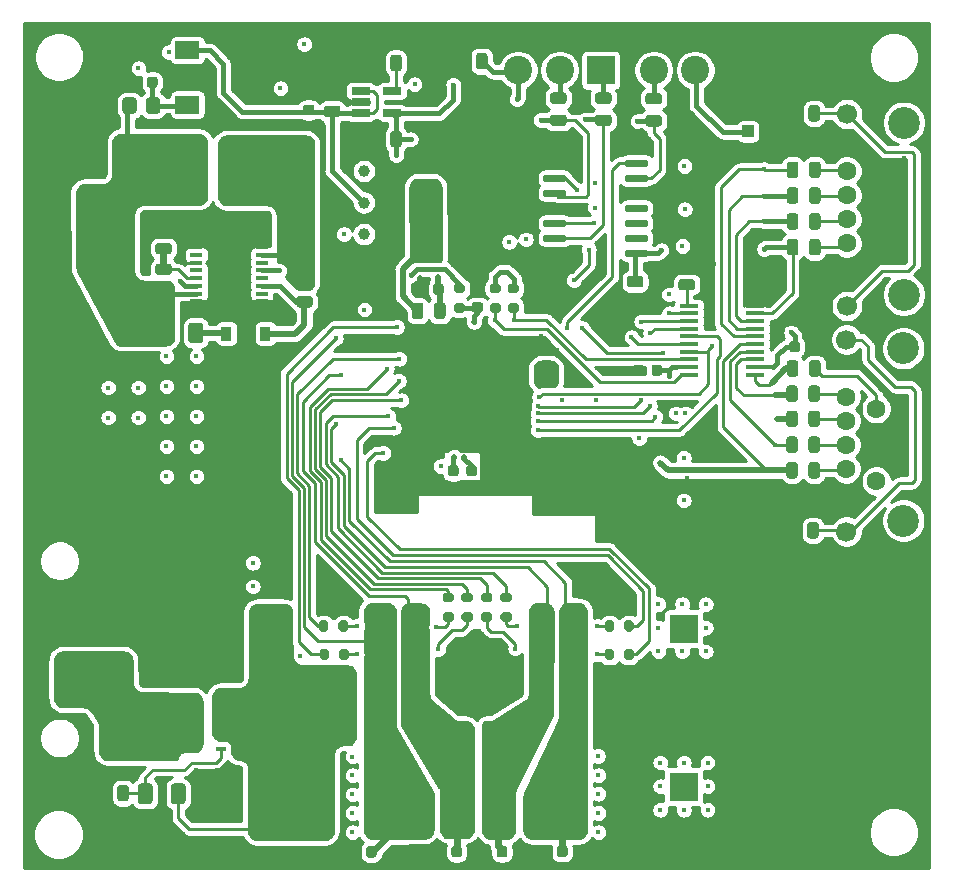
<source format=gbr>
G04 #@! TF.GenerationSoftware,KiCad,Pcbnew,(5.1.8)-1*
G04 #@! TF.CreationDate,2021-01-05T07:53:38+01:00*
G04 #@! TF.ProjectId,TMC51604Axis,544d4335-3136-4303-9441-7869732e6b69,rev?*
G04 #@! TF.SameCoordinates,Original*
G04 #@! TF.FileFunction,Copper,L4,Bot*
G04 #@! TF.FilePolarity,Positive*
%FSLAX46Y46*%
G04 Gerber Fmt 4.6, Leading zero omitted, Abs format (unit mm)*
G04 Created by KiCad (PCBNEW (5.1.8)-1) date 2021-01-05 07:53:38*
%MOMM*%
%LPD*%
G01*
G04 APERTURE LIST*
G04 #@! TA.AperFunction,SMDPad,CuDef*
%ADD10R,0.850000X0.450000*%
G04 #@! TD*
G04 #@! TA.AperFunction,SMDPad,CuDef*
%ADD11C,0.100000*%
G04 #@! TD*
G04 #@! TA.AperFunction,ComponentPad*
%ADD12C,2.400000*%
G04 #@! TD*
G04 #@! TA.AperFunction,ComponentPad*
%ADD13R,2.400000X2.400000*%
G04 #@! TD*
G04 #@! TA.AperFunction,WasherPad*
%ADD14C,2.700000*%
G04 #@! TD*
G04 #@! TA.AperFunction,ComponentPad*
%ADD15C,1.700000*%
G04 #@! TD*
G04 #@! TA.AperFunction,ComponentPad*
%ADD16C,1.600000*%
G04 #@! TD*
G04 #@! TA.AperFunction,SMDPad,CuDef*
%ADD17R,1.600000X0.300000*%
G04 #@! TD*
G04 #@! TA.AperFunction,ComponentPad*
%ADD18C,1.000000*%
G04 #@! TD*
G04 #@! TA.AperFunction,ComponentPad*
%ADD19O,2.080000X3.600000*%
G04 #@! TD*
G04 #@! TA.AperFunction,SMDPad,CuDef*
%ADD20R,2.000000X3.800000*%
G04 #@! TD*
G04 #@! TA.AperFunction,SMDPad,CuDef*
%ADD21R,2.000000X1.500000*%
G04 #@! TD*
G04 #@! TA.AperFunction,SMDPad,CuDef*
%ADD22R,1.560000X0.650000*%
G04 #@! TD*
G04 #@! TA.AperFunction,ComponentPad*
%ADD23R,1.500000X1.500000*%
G04 #@! TD*
G04 #@! TA.AperFunction,ComponentPad*
%ADD24R,1.000000X1.000000*%
G04 #@! TD*
G04 #@! TA.AperFunction,SMDPad,CuDef*
%ADD25R,1.500000X2.200000*%
G04 #@! TD*
G04 #@! TA.AperFunction,ComponentPad*
%ADD26O,3.600000X2.000000*%
G04 #@! TD*
G04 #@! TA.AperFunction,SMDPad,CuDef*
%ADD27R,1.100000X1.100000*%
G04 #@! TD*
G04 #@! TA.AperFunction,SMDPad,CuDef*
%ADD28R,1.050000X0.450000*%
G04 #@! TD*
G04 #@! TA.AperFunction,SMDPad,CuDef*
%ADD29R,1.470000X0.895000*%
G04 #@! TD*
G04 #@! TA.AperFunction,SMDPad,CuDef*
%ADD30R,0.900000X1.200000*%
G04 #@! TD*
G04 #@! TA.AperFunction,ComponentPad*
%ADD31C,2.000000*%
G04 #@! TD*
G04 #@! TA.AperFunction,ComponentPad*
%ADD32R,2.000000X2.000000*%
G04 #@! TD*
G04 #@! TA.AperFunction,ViaPad*
%ADD33C,0.450000*%
G04 #@! TD*
G04 #@! TA.AperFunction,ViaPad*
%ADD34C,0.500000*%
G04 #@! TD*
G04 #@! TA.AperFunction,Conductor*
%ADD35C,0.400000*%
G04 #@! TD*
G04 #@! TA.AperFunction,Conductor*
%ADD36C,0.250000*%
G04 #@! TD*
G04 #@! TA.AperFunction,Conductor*
%ADD37C,0.500000*%
G04 #@! TD*
G04 #@! TA.AperFunction,Conductor*
%ADD38C,0.600000*%
G04 #@! TD*
G04 #@! TA.AperFunction,Conductor*
%ADD39C,0.300000*%
G04 #@! TD*
G04 #@! TA.AperFunction,Conductor*
%ADD40C,0.254000*%
G04 #@! TD*
G04 #@! TA.AperFunction,Conductor*
%ADD41C,0.100000*%
G04 #@! TD*
G04 APERTURE END LIST*
D10*
X77646000Y-123748400D03*
X77646000Y-122478400D03*
X77646000Y-121208400D03*
X77646000Y-119938400D03*
G04 #@! TA.AperFunction,SMDPad,CuDef*
D11*
G36*
X75935039Y-123888155D02*
G01*
X75932194Y-123897534D01*
X75927573Y-123906179D01*
X75921355Y-123913755D01*
X75913779Y-123919973D01*
X75905134Y-123924594D01*
X75895755Y-123927439D01*
X75886000Y-123928400D01*
X73836000Y-123928400D01*
X73836000Y-124478400D01*
X73835039Y-124488155D01*
X73832194Y-124497534D01*
X73827573Y-124506179D01*
X73821355Y-124513755D01*
X73813779Y-124519973D01*
X73805134Y-124524594D01*
X73795755Y-124527439D01*
X73786000Y-124528400D01*
X73116000Y-124528400D01*
X73106245Y-124527439D01*
X73096866Y-124524594D01*
X73088221Y-124519973D01*
X73080645Y-124513755D01*
X73074427Y-124506179D01*
X73069806Y-124497534D01*
X73066961Y-124488155D01*
X73066000Y-124478400D01*
X73066000Y-123948400D01*
X72306000Y-123948400D01*
X72306000Y-124348400D01*
X72305039Y-124358155D01*
X72302194Y-124367534D01*
X72297573Y-124376179D01*
X72291355Y-124383755D01*
X72283779Y-124389973D01*
X72275134Y-124394594D01*
X72265755Y-124397439D01*
X72256000Y-124398400D01*
X71726000Y-124398400D01*
X71716245Y-124397439D01*
X71706866Y-124394594D01*
X71698221Y-124389973D01*
X71690645Y-124383755D01*
X71684427Y-124376179D01*
X71679806Y-124367534D01*
X71676961Y-124358155D01*
X71676000Y-124348400D01*
X71676000Y-119328400D01*
X71676961Y-119318645D01*
X71679806Y-119309266D01*
X71684427Y-119300621D01*
X71690645Y-119293045D01*
X71698221Y-119286827D01*
X71706866Y-119282206D01*
X71716245Y-119279361D01*
X71726000Y-119278400D01*
X72256000Y-119278400D01*
X72265755Y-119279361D01*
X72275134Y-119282206D01*
X72283779Y-119286827D01*
X72291355Y-119293045D01*
X72297573Y-119300621D01*
X72302194Y-119309266D01*
X72305039Y-119318645D01*
X72306000Y-119328400D01*
X72306000Y-119738400D01*
X73106000Y-119738400D01*
X73106000Y-119178400D01*
X73106961Y-119168645D01*
X73109806Y-119159266D01*
X73114427Y-119150621D01*
X73120645Y-119143045D01*
X73128221Y-119136827D01*
X73136866Y-119132206D01*
X73146245Y-119129361D01*
X73156000Y-119128400D01*
X73786000Y-119128400D01*
X73795755Y-119129361D01*
X73805134Y-119132206D01*
X73813779Y-119136827D01*
X73821355Y-119143045D01*
X73827573Y-119150621D01*
X73832194Y-119159266D01*
X73835039Y-119168645D01*
X73836000Y-119178400D01*
X73836000Y-119738400D01*
X75886000Y-119738400D01*
X75895755Y-119739361D01*
X75905134Y-119742206D01*
X75913779Y-119746827D01*
X75921355Y-119753045D01*
X75927573Y-119760621D01*
X75932194Y-119769266D01*
X75935039Y-119778645D01*
X75936000Y-119788400D01*
X75936000Y-123878400D01*
X75935039Y-123888155D01*
G37*
G04 #@! TD.AperFunction*
G04 #@! TA.AperFunction,SMDPad,CuDef*
G36*
G01*
X114117000Y-91944000D02*
X114117000Y-91444000D01*
G75*
G02*
X114342000Y-91219000I225000J0D01*
G01*
X114792000Y-91219000D01*
G75*
G02*
X115017000Y-91444000I0J-225000D01*
G01*
X115017000Y-91944000D01*
G75*
G02*
X114792000Y-92169000I-225000J0D01*
G01*
X114342000Y-92169000D01*
G75*
G02*
X114117000Y-91944000I0J225000D01*
G01*
G37*
G04 #@! TD.AperFunction*
G04 #@! TA.AperFunction,SMDPad,CuDef*
G36*
G01*
X112567000Y-91944000D02*
X112567000Y-91444000D01*
G75*
G02*
X112792000Y-91219000I225000J0D01*
G01*
X113242000Y-91219000D01*
G75*
G02*
X113467000Y-91444000I0J-225000D01*
G01*
X113467000Y-91944000D01*
G75*
G02*
X113242000Y-92169000I-225000J0D01*
G01*
X112792000Y-92169000D01*
G75*
G02*
X112567000Y-91944000I0J225000D01*
G01*
G37*
G04 #@! TD.AperFunction*
D12*
X77346800Y-113944400D03*
D13*
X82346800Y-113944400D03*
D12*
X121840000Y-113588800D03*
D13*
X116840000Y-113588800D03*
D12*
X77346800Y-127254000D03*
D13*
X82346800Y-127254000D03*
D12*
X121840000Y-126949200D03*
D13*
X116840000Y-126949200D03*
G04 #@! TA.AperFunction,SMDPad,CuDef*
G36*
G01*
X98432500Y-100453000D02*
X98432500Y-99953000D01*
G75*
G02*
X98657500Y-99728000I225000J0D01*
G01*
X99107500Y-99728000D01*
G75*
G02*
X99332500Y-99953000I0J-225000D01*
G01*
X99332500Y-100453000D01*
G75*
G02*
X99107500Y-100678000I-225000J0D01*
G01*
X98657500Y-100678000D01*
G75*
G02*
X98432500Y-100453000I0J225000D01*
G01*
G37*
G04 #@! TD.AperFunction*
G04 #@! TA.AperFunction,SMDPad,CuDef*
G36*
G01*
X96882500Y-100453000D02*
X96882500Y-99953000D01*
G75*
G02*
X97107500Y-99728000I225000J0D01*
G01*
X97557500Y-99728000D01*
G75*
G02*
X97782500Y-99953000I0J-225000D01*
G01*
X97782500Y-100453000D01*
G75*
G02*
X97557500Y-100678000I-225000J0D01*
G01*
X97107500Y-100678000D01*
G75*
G02*
X96882500Y-100453000I0J225000D01*
G01*
G37*
G04 #@! TD.AperFunction*
D14*
X135432800Y-104420200D03*
X135432800Y-89838200D03*
D15*
X130606800Y-105359200D03*
X130606800Y-89103200D03*
D16*
X133146800Y-101069200D03*
X130606800Y-100049200D03*
X133146800Y-99029200D03*
X130606800Y-98009200D03*
X133146800Y-96989200D03*
X130606800Y-95969200D03*
X133146800Y-94949200D03*
X130606800Y-93929200D03*
D14*
X135483600Y-85319400D03*
X135483600Y-70737400D03*
D15*
X130657600Y-86258400D03*
X130657600Y-70002400D03*
D16*
X133197600Y-81968400D03*
X130657600Y-80948400D03*
X133197600Y-79928400D03*
X130657600Y-78908400D03*
X133197600Y-77888400D03*
X130657600Y-76868400D03*
X133197600Y-75848400D03*
X130657600Y-74828400D03*
D12*
X114310400Y-66294000D03*
X117810400Y-66294000D03*
D13*
X121310400Y-66294000D03*
G04 #@! TA.AperFunction,SMDPad,CuDef*
G36*
G01*
X126675000Y-89462800D02*
X126675000Y-89962800D01*
G75*
G02*
X126450000Y-90187800I-225000J0D01*
G01*
X126000000Y-90187800D01*
G75*
G02*
X125775000Y-89962800I0J225000D01*
G01*
X125775000Y-89462800D01*
G75*
G02*
X126000000Y-89237800I225000J0D01*
G01*
X126450000Y-89237800D01*
G75*
G02*
X126675000Y-89462800I0J-225000D01*
G01*
G37*
G04 #@! TD.AperFunction*
G04 #@! TA.AperFunction,SMDPad,CuDef*
G36*
G01*
X128225000Y-89462800D02*
X128225000Y-89962800D01*
G75*
G02*
X128000000Y-90187800I-225000J0D01*
G01*
X127550000Y-90187800D01*
G75*
G02*
X127325000Y-89962800I0J225000D01*
G01*
X127325000Y-89462800D01*
G75*
G02*
X127550000Y-89237800I225000J0D01*
G01*
X128000000Y-89237800D01*
G75*
G02*
X128225000Y-89462800I0J-225000D01*
G01*
G37*
G04 #@! TD.AperFunction*
G04 #@! TA.AperFunction,SMDPad,CuDef*
G36*
G01*
X127399200Y-98449450D02*
X127399200Y-97536950D01*
G75*
G02*
X127642950Y-97293200I243750J0D01*
G01*
X128130450Y-97293200D01*
G75*
G02*
X128374200Y-97536950I0J-243750D01*
G01*
X128374200Y-98449450D01*
G75*
G02*
X128130450Y-98693200I-243750J0D01*
G01*
X127642950Y-98693200D01*
G75*
G02*
X127399200Y-98449450I0J243750D01*
G01*
G37*
G04 #@! TD.AperFunction*
G04 #@! TA.AperFunction,SMDPad,CuDef*
G36*
G01*
X125524200Y-98449450D02*
X125524200Y-97536950D01*
G75*
G02*
X125767950Y-97293200I243750J0D01*
G01*
X126255450Y-97293200D01*
G75*
G02*
X126499200Y-97536950I0J-243750D01*
G01*
X126499200Y-98449450D01*
G75*
G02*
X126255450Y-98693200I-243750J0D01*
G01*
X125767950Y-98693200D01*
G75*
G02*
X125524200Y-98449450I0J243750D01*
G01*
G37*
G04 #@! TD.AperFunction*
G04 #@! TA.AperFunction,SMDPad,CuDef*
G36*
G01*
X127399200Y-100633850D02*
X127399200Y-99721350D01*
G75*
G02*
X127642950Y-99477600I243750J0D01*
G01*
X128130450Y-99477600D01*
G75*
G02*
X128374200Y-99721350I0J-243750D01*
G01*
X128374200Y-100633850D01*
G75*
G02*
X128130450Y-100877600I-243750J0D01*
G01*
X127642950Y-100877600D01*
G75*
G02*
X127399200Y-100633850I0J243750D01*
G01*
G37*
G04 #@! TD.AperFunction*
G04 #@! TA.AperFunction,SMDPad,CuDef*
G36*
G01*
X125524200Y-100633850D02*
X125524200Y-99721350D01*
G75*
G02*
X125767950Y-99477600I243750J0D01*
G01*
X126255450Y-99477600D01*
G75*
G02*
X126499200Y-99721350I0J-243750D01*
G01*
X126499200Y-100633850D01*
G75*
G02*
X126255450Y-100877600I-243750J0D01*
G01*
X125767950Y-100877600D01*
G75*
G02*
X125524200Y-100633850I0J243750D01*
G01*
G37*
G04 #@! TD.AperFunction*
G04 #@! TA.AperFunction,SMDPad,CuDef*
G36*
G01*
X127450000Y-79551850D02*
X127450000Y-78639350D01*
G75*
G02*
X127693750Y-78395600I243750J0D01*
G01*
X128181250Y-78395600D01*
G75*
G02*
X128425000Y-78639350I0J-243750D01*
G01*
X128425000Y-79551850D01*
G75*
G02*
X128181250Y-79795600I-243750J0D01*
G01*
X127693750Y-79795600D01*
G75*
G02*
X127450000Y-79551850I0J243750D01*
G01*
G37*
G04 #@! TD.AperFunction*
G04 #@! TA.AperFunction,SMDPad,CuDef*
G36*
G01*
X125575000Y-79551850D02*
X125575000Y-78639350D01*
G75*
G02*
X125818750Y-78395600I243750J0D01*
G01*
X126306250Y-78395600D01*
G75*
G02*
X126550000Y-78639350I0J-243750D01*
G01*
X126550000Y-79551850D01*
G75*
G02*
X126306250Y-79795600I-243750J0D01*
G01*
X125818750Y-79795600D01*
G75*
G02*
X125575000Y-79551850I0J243750D01*
G01*
G37*
G04 #@! TD.AperFunction*
G04 #@! TA.AperFunction,SMDPad,CuDef*
G36*
G01*
X127450000Y-77367450D02*
X127450000Y-76454950D01*
G75*
G02*
X127693750Y-76211200I243750J0D01*
G01*
X128181250Y-76211200D01*
G75*
G02*
X128425000Y-76454950I0J-243750D01*
G01*
X128425000Y-77367450D01*
G75*
G02*
X128181250Y-77611200I-243750J0D01*
G01*
X127693750Y-77611200D01*
G75*
G02*
X127450000Y-77367450I0J243750D01*
G01*
G37*
G04 #@! TD.AperFunction*
G04 #@! TA.AperFunction,SMDPad,CuDef*
G36*
G01*
X125575000Y-77367450D02*
X125575000Y-76454950D01*
G75*
G02*
X125818750Y-76211200I243750J0D01*
G01*
X126306250Y-76211200D01*
G75*
G02*
X126550000Y-76454950I0J-243750D01*
G01*
X126550000Y-77367450D01*
G75*
G02*
X126306250Y-77611200I-243750J0D01*
G01*
X125818750Y-77611200D01*
G75*
G02*
X125575000Y-77367450I0J243750D01*
G01*
G37*
G04 #@! TD.AperFunction*
G04 #@! TA.AperFunction,SMDPad,CuDef*
G36*
G01*
X127399200Y-94131450D02*
X127399200Y-93218950D01*
G75*
G02*
X127642950Y-92975200I243750J0D01*
G01*
X128130450Y-92975200D01*
G75*
G02*
X128374200Y-93218950I0J-243750D01*
G01*
X128374200Y-94131450D01*
G75*
G02*
X128130450Y-94375200I-243750J0D01*
G01*
X127642950Y-94375200D01*
G75*
G02*
X127399200Y-94131450I0J243750D01*
G01*
G37*
G04 #@! TD.AperFunction*
G04 #@! TA.AperFunction,SMDPad,CuDef*
G36*
G01*
X125524200Y-94131450D02*
X125524200Y-93218950D01*
G75*
G02*
X125767950Y-92975200I243750J0D01*
G01*
X126255450Y-92975200D01*
G75*
G02*
X126499200Y-93218950I0J-243750D01*
G01*
X126499200Y-94131450D01*
G75*
G02*
X126255450Y-94375200I-243750J0D01*
G01*
X125767950Y-94375200D01*
G75*
G02*
X125524200Y-94131450I0J243750D01*
G01*
G37*
G04 #@! TD.AperFunction*
G04 #@! TA.AperFunction,SMDPad,CuDef*
G36*
G01*
X127450000Y-75183050D02*
X127450000Y-74270550D01*
G75*
G02*
X127693750Y-74026800I243750J0D01*
G01*
X128181250Y-74026800D01*
G75*
G02*
X128425000Y-74270550I0J-243750D01*
G01*
X128425000Y-75183050D01*
G75*
G02*
X128181250Y-75426800I-243750J0D01*
G01*
X127693750Y-75426800D01*
G75*
G02*
X127450000Y-75183050I0J243750D01*
G01*
G37*
G04 #@! TD.AperFunction*
G04 #@! TA.AperFunction,SMDPad,CuDef*
G36*
G01*
X125575000Y-75183050D02*
X125575000Y-74270550D01*
G75*
G02*
X125818750Y-74026800I243750J0D01*
G01*
X126306250Y-74026800D01*
G75*
G02*
X126550000Y-74270550I0J-243750D01*
G01*
X126550000Y-75183050D01*
G75*
G02*
X126306250Y-75426800I-243750J0D01*
G01*
X125818750Y-75426800D01*
G75*
G02*
X125575000Y-75183050I0J243750D01*
G01*
G37*
G04 #@! TD.AperFunction*
G04 #@! TA.AperFunction,SMDPad,CuDef*
G36*
G01*
X127450000Y-81736250D02*
X127450000Y-80823750D01*
G75*
G02*
X127693750Y-80580000I243750J0D01*
G01*
X128181250Y-80580000D01*
G75*
G02*
X128425000Y-80823750I0J-243750D01*
G01*
X128425000Y-81736250D01*
G75*
G02*
X128181250Y-81980000I-243750J0D01*
G01*
X127693750Y-81980000D01*
G75*
G02*
X127450000Y-81736250I0J243750D01*
G01*
G37*
G04 #@! TD.AperFunction*
G04 #@! TA.AperFunction,SMDPad,CuDef*
G36*
G01*
X125575000Y-81736250D02*
X125575000Y-80823750D01*
G75*
G02*
X125818750Y-80580000I243750J0D01*
G01*
X126306250Y-80580000D01*
G75*
G02*
X126550000Y-80823750I0J-243750D01*
G01*
X126550000Y-81736250D01*
G75*
G02*
X126306250Y-81980000I-243750J0D01*
G01*
X125818750Y-81980000D01*
G75*
G02*
X125575000Y-81736250I0J243750D01*
G01*
G37*
G04 #@! TD.AperFunction*
G04 #@! TA.AperFunction,SMDPad,CuDef*
G36*
G01*
X127450000Y-91997850D02*
X127450000Y-91085350D01*
G75*
G02*
X127693750Y-90841600I243750J0D01*
G01*
X128181250Y-90841600D01*
G75*
G02*
X128425000Y-91085350I0J-243750D01*
G01*
X128425000Y-91997850D01*
G75*
G02*
X128181250Y-92241600I-243750J0D01*
G01*
X127693750Y-92241600D01*
G75*
G02*
X127450000Y-91997850I0J243750D01*
G01*
G37*
G04 #@! TD.AperFunction*
G04 #@! TA.AperFunction,SMDPad,CuDef*
G36*
G01*
X125575000Y-91997850D02*
X125575000Y-91085350D01*
G75*
G02*
X125818750Y-90841600I243750J0D01*
G01*
X126306250Y-90841600D01*
G75*
G02*
X126550000Y-91085350I0J-243750D01*
G01*
X126550000Y-91997850D01*
G75*
G02*
X126306250Y-92241600I-243750J0D01*
G01*
X125818750Y-92241600D01*
G75*
G02*
X125575000Y-91997850I0J243750D01*
G01*
G37*
G04 #@! TD.AperFunction*
G04 #@! TA.AperFunction,SMDPad,CuDef*
G36*
G01*
X127399200Y-96265050D02*
X127399200Y-95352550D01*
G75*
G02*
X127642950Y-95108800I243750J0D01*
G01*
X128130450Y-95108800D01*
G75*
G02*
X128374200Y-95352550I0J-243750D01*
G01*
X128374200Y-96265050D01*
G75*
G02*
X128130450Y-96508800I-243750J0D01*
G01*
X127642950Y-96508800D01*
G75*
G02*
X127399200Y-96265050I0J243750D01*
G01*
G37*
G04 #@! TD.AperFunction*
G04 #@! TA.AperFunction,SMDPad,CuDef*
G36*
G01*
X125524200Y-96265050D02*
X125524200Y-95352550D01*
G75*
G02*
X125767950Y-95108800I243750J0D01*
G01*
X126255450Y-95108800D01*
G75*
G02*
X126499200Y-95352550I0J-243750D01*
G01*
X126499200Y-96265050D01*
G75*
G02*
X126255450Y-96508800I-243750J0D01*
G01*
X125767950Y-96508800D01*
G75*
G02*
X125524200Y-96265050I0J243750D01*
G01*
G37*
G04 #@! TD.AperFunction*
X109829600Y-66294000D03*
D12*
X106329600Y-66294000D03*
X102829600Y-66294000D03*
D17*
X117291200Y-92079000D03*
X117291200Y-91429000D03*
X117291200Y-90779000D03*
X117291200Y-90129000D03*
X117291200Y-89479000D03*
X117291200Y-88829000D03*
X117291200Y-88179000D03*
X117291200Y-87529000D03*
X117291200Y-86879000D03*
X117291200Y-86229000D03*
X122891200Y-86229000D03*
X122891200Y-86879000D03*
X122891200Y-87529000D03*
X122891200Y-88179000D03*
X122891200Y-88829000D03*
X122891200Y-89479000D03*
X122891200Y-90129000D03*
X122891200Y-90779000D03*
X122891200Y-91429000D03*
X122891200Y-92079000D03*
G04 #@! TA.AperFunction,SMDPad,CuDef*
G36*
G01*
X117550250Y-83065200D02*
X116637750Y-83065200D01*
G75*
G02*
X116394000Y-82821450I0J243750D01*
G01*
X116394000Y-82333950D01*
G75*
G02*
X116637750Y-82090200I243750J0D01*
G01*
X117550250Y-82090200D01*
G75*
G02*
X117794000Y-82333950I0J-243750D01*
G01*
X117794000Y-82821450D01*
G75*
G02*
X117550250Y-83065200I-243750J0D01*
G01*
G37*
G04 #@! TD.AperFunction*
G04 #@! TA.AperFunction,SMDPad,CuDef*
G36*
G01*
X117550250Y-84940200D02*
X116637750Y-84940200D01*
G75*
G02*
X116394000Y-84696450I0J243750D01*
G01*
X116394000Y-84208950D01*
G75*
G02*
X116637750Y-83965200I243750J0D01*
G01*
X117550250Y-83965200D01*
G75*
G02*
X117794000Y-84208950I0J-243750D01*
G01*
X117794000Y-84696450D01*
G75*
G02*
X117550250Y-84940200I-243750J0D01*
G01*
G37*
G04 #@! TD.AperFunction*
D18*
X89763600Y-74828400D03*
X89763600Y-77499533D03*
X89763600Y-80170666D03*
G04 #@! TA.AperFunction,SMDPad,CuDef*
G36*
G01*
X86824000Y-115485500D02*
X86824000Y-116035500D01*
G75*
G02*
X86624000Y-116235500I-200000J0D01*
G01*
X86224000Y-116235500D01*
G75*
G02*
X86024000Y-116035500I0J200000D01*
G01*
X86024000Y-115485500D01*
G75*
G02*
X86224000Y-115285500I200000J0D01*
G01*
X86624000Y-115285500D01*
G75*
G02*
X86824000Y-115485500I0J-200000D01*
G01*
G37*
G04 #@! TD.AperFunction*
G04 #@! TA.AperFunction,SMDPad,CuDef*
G36*
G01*
X88474000Y-115485500D02*
X88474000Y-116035500D01*
G75*
G02*
X88274000Y-116235500I-200000J0D01*
G01*
X87874000Y-116235500D01*
G75*
G02*
X87674000Y-116035500I0J200000D01*
G01*
X87674000Y-115485500D01*
G75*
G02*
X87874000Y-115285500I200000J0D01*
G01*
X88274000Y-115285500D01*
G75*
G02*
X88474000Y-115485500I0J-200000D01*
G01*
G37*
G04 #@! TD.AperFunction*
D19*
X106870500Y-124523500D03*
X101790500Y-124523500D03*
X96710500Y-124523500D03*
G04 #@! TA.AperFunction,ComponentPad*
G36*
G01*
X90590500Y-126073503D02*
X90590500Y-122973497D01*
G75*
G02*
X90840497Y-122723500I249997J0D01*
G01*
X92420503Y-122723500D01*
G75*
G02*
X92670500Y-122973497I0J-249997D01*
G01*
X92670500Y-126073503D01*
G75*
G02*
X92420503Y-126323500I-249997J0D01*
G01*
X90840497Y-126323500D01*
G75*
G02*
X90590500Y-126073503I0J249997D01*
G01*
G37*
G04 #@! TD.AperFunction*
G04 #@! TA.AperFunction,SMDPad,CuDef*
G36*
G01*
X98226200Y-112185000D02*
X98776200Y-112185000D01*
G75*
G02*
X98976200Y-112385000I0J-200000D01*
G01*
X98976200Y-112785000D01*
G75*
G02*
X98776200Y-112985000I-200000J0D01*
G01*
X98226200Y-112985000D01*
G75*
G02*
X98026200Y-112785000I0J200000D01*
G01*
X98026200Y-112385000D01*
G75*
G02*
X98226200Y-112185000I200000J0D01*
G01*
G37*
G04 #@! TD.AperFunction*
G04 #@! TA.AperFunction,SMDPad,CuDef*
G36*
G01*
X98226200Y-110535000D02*
X98776200Y-110535000D01*
G75*
G02*
X98976200Y-110735000I0J-200000D01*
G01*
X98976200Y-111135000D01*
G75*
G02*
X98776200Y-111335000I-200000J0D01*
G01*
X98226200Y-111335000D01*
G75*
G02*
X98026200Y-111135000I0J200000D01*
G01*
X98026200Y-110735000D01*
G75*
G02*
X98226200Y-110535000I200000J0D01*
G01*
G37*
G04 #@! TD.AperFunction*
G04 #@! TA.AperFunction,SMDPad,CuDef*
G36*
G01*
X111847400Y-81938000D02*
X111847400Y-81638000D01*
G75*
G02*
X111997400Y-81488000I150000J0D01*
G01*
X113672400Y-81488000D01*
G75*
G02*
X113822400Y-81638000I0J-150000D01*
G01*
X113822400Y-81938000D01*
G75*
G02*
X113672400Y-82088000I-150000J0D01*
G01*
X111997400Y-82088000D01*
G75*
G02*
X111847400Y-81938000I0J150000D01*
G01*
G37*
G04 #@! TD.AperFunction*
G04 #@! TA.AperFunction,SMDPad,CuDef*
G36*
G01*
X111847400Y-80668000D02*
X111847400Y-80368000D01*
G75*
G02*
X111997400Y-80218000I150000J0D01*
G01*
X113672400Y-80218000D01*
G75*
G02*
X113822400Y-80368000I0J-150000D01*
G01*
X113822400Y-80668000D01*
G75*
G02*
X113672400Y-80818000I-150000J0D01*
G01*
X111997400Y-80818000D01*
G75*
G02*
X111847400Y-80668000I0J150000D01*
G01*
G37*
G04 #@! TD.AperFunction*
G04 #@! TA.AperFunction,SMDPad,CuDef*
G36*
G01*
X111847400Y-79398000D02*
X111847400Y-79098000D01*
G75*
G02*
X111997400Y-78948000I150000J0D01*
G01*
X113672400Y-78948000D01*
G75*
G02*
X113822400Y-79098000I0J-150000D01*
G01*
X113822400Y-79398000D01*
G75*
G02*
X113672400Y-79548000I-150000J0D01*
G01*
X111997400Y-79548000D01*
G75*
G02*
X111847400Y-79398000I0J150000D01*
G01*
G37*
G04 #@! TD.AperFunction*
G04 #@! TA.AperFunction,SMDPad,CuDef*
G36*
G01*
X111847400Y-78128000D02*
X111847400Y-77828000D01*
G75*
G02*
X111997400Y-77678000I150000J0D01*
G01*
X113672400Y-77678000D01*
G75*
G02*
X113822400Y-77828000I0J-150000D01*
G01*
X113822400Y-78128000D01*
G75*
G02*
X113672400Y-78278000I-150000J0D01*
G01*
X111997400Y-78278000D01*
G75*
G02*
X111847400Y-78128000I0J150000D01*
G01*
G37*
G04 #@! TD.AperFunction*
G04 #@! TA.AperFunction,SMDPad,CuDef*
G36*
G01*
X111847400Y-76858000D02*
X111847400Y-76558000D01*
G75*
G02*
X111997400Y-76408000I150000J0D01*
G01*
X113672400Y-76408000D01*
G75*
G02*
X113822400Y-76558000I0J-150000D01*
G01*
X113822400Y-76858000D01*
G75*
G02*
X113672400Y-77008000I-150000J0D01*
G01*
X111997400Y-77008000D01*
G75*
G02*
X111847400Y-76858000I0J150000D01*
G01*
G37*
G04 #@! TD.AperFunction*
G04 #@! TA.AperFunction,SMDPad,CuDef*
G36*
G01*
X111847400Y-75588000D02*
X111847400Y-75288000D01*
G75*
G02*
X111997400Y-75138000I150000J0D01*
G01*
X113672400Y-75138000D01*
G75*
G02*
X113822400Y-75288000I0J-150000D01*
G01*
X113822400Y-75588000D01*
G75*
G02*
X113672400Y-75738000I-150000J0D01*
G01*
X111997400Y-75738000D01*
G75*
G02*
X111847400Y-75588000I0J150000D01*
G01*
G37*
G04 #@! TD.AperFunction*
G04 #@! TA.AperFunction,SMDPad,CuDef*
G36*
G01*
X111847400Y-74318000D02*
X111847400Y-74018000D01*
G75*
G02*
X111997400Y-73868000I150000J0D01*
G01*
X113672400Y-73868000D01*
G75*
G02*
X113822400Y-74018000I0J-150000D01*
G01*
X113822400Y-74318000D01*
G75*
G02*
X113672400Y-74468000I-150000J0D01*
G01*
X111997400Y-74468000D01*
G75*
G02*
X111847400Y-74318000I0J150000D01*
G01*
G37*
G04 #@! TD.AperFunction*
G04 #@! TA.AperFunction,SMDPad,CuDef*
G36*
G01*
X104922400Y-74318000D02*
X104922400Y-74018000D01*
G75*
G02*
X105072400Y-73868000I150000J0D01*
G01*
X106747400Y-73868000D01*
G75*
G02*
X106897400Y-74018000I0J-150000D01*
G01*
X106897400Y-74318000D01*
G75*
G02*
X106747400Y-74468000I-150000J0D01*
G01*
X105072400Y-74468000D01*
G75*
G02*
X104922400Y-74318000I0J150000D01*
G01*
G37*
G04 #@! TD.AperFunction*
G04 #@! TA.AperFunction,SMDPad,CuDef*
G36*
G01*
X104922400Y-75588000D02*
X104922400Y-75288000D01*
G75*
G02*
X105072400Y-75138000I150000J0D01*
G01*
X106747400Y-75138000D01*
G75*
G02*
X106897400Y-75288000I0J-150000D01*
G01*
X106897400Y-75588000D01*
G75*
G02*
X106747400Y-75738000I-150000J0D01*
G01*
X105072400Y-75738000D01*
G75*
G02*
X104922400Y-75588000I0J150000D01*
G01*
G37*
G04 #@! TD.AperFunction*
G04 #@! TA.AperFunction,SMDPad,CuDef*
G36*
G01*
X104922400Y-76858000D02*
X104922400Y-76558000D01*
G75*
G02*
X105072400Y-76408000I150000J0D01*
G01*
X106747400Y-76408000D01*
G75*
G02*
X106897400Y-76558000I0J-150000D01*
G01*
X106897400Y-76858000D01*
G75*
G02*
X106747400Y-77008000I-150000J0D01*
G01*
X105072400Y-77008000D01*
G75*
G02*
X104922400Y-76858000I0J150000D01*
G01*
G37*
G04 #@! TD.AperFunction*
G04 #@! TA.AperFunction,SMDPad,CuDef*
G36*
G01*
X104922400Y-78128000D02*
X104922400Y-77828000D01*
G75*
G02*
X105072400Y-77678000I150000J0D01*
G01*
X106747400Y-77678000D01*
G75*
G02*
X106897400Y-77828000I0J-150000D01*
G01*
X106897400Y-78128000D01*
G75*
G02*
X106747400Y-78278000I-150000J0D01*
G01*
X105072400Y-78278000D01*
G75*
G02*
X104922400Y-78128000I0J150000D01*
G01*
G37*
G04 #@! TD.AperFunction*
G04 #@! TA.AperFunction,SMDPad,CuDef*
G36*
G01*
X104922400Y-79398000D02*
X104922400Y-79098000D01*
G75*
G02*
X105072400Y-78948000I150000J0D01*
G01*
X106747400Y-78948000D01*
G75*
G02*
X106897400Y-79098000I0J-150000D01*
G01*
X106897400Y-79398000D01*
G75*
G02*
X106747400Y-79548000I-150000J0D01*
G01*
X105072400Y-79548000D01*
G75*
G02*
X104922400Y-79398000I0J150000D01*
G01*
G37*
G04 #@! TD.AperFunction*
G04 #@! TA.AperFunction,SMDPad,CuDef*
G36*
G01*
X104922400Y-80668000D02*
X104922400Y-80368000D01*
G75*
G02*
X105072400Y-80218000I150000J0D01*
G01*
X106747400Y-80218000D01*
G75*
G02*
X106897400Y-80368000I0J-150000D01*
G01*
X106897400Y-80668000D01*
G75*
G02*
X106747400Y-80818000I-150000J0D01*
G01*
X105072400Y-80818000D01*
G75*
G02*
X104922400Y-80668000I0J150000D01*
G01*
G37*
G04 #@! TD.AperFunction*
G04 #@! TA.AperFunction,SMDPad,CuDef*
G36*
G01*
X104922400Y-81938000D02*
X104922400Y-81638000D01*
G75*
G02*
X105072400Y-81488000I150000J0D01*
G01*
X106747400Y-81488000D01*
G75*
G02*
X106897400Y-81638000I0J-150000D01*
G01*
X106897400Y-81938000D01*
G75*
G02*
X106747400Y-82088000I-150000J0D01*
G01*
X105072400Y-82088000D01*
G75*
G02*
X104922400Y-81938000I0J150000D01*
G01*
G37*
G04 #@! TD.AperFunction*
D20*
X81128000Y-66903600D03*
D21*
X74828000Y-66903600D03*
X74828000Y-64603600D03*
X74828000Y-69203600D03*
D22*
X89480400Y-69936400D03*
X89480400Y-68986400D03*
X89480400Y-68036400D03*
X92180400Y-68036400D03*
X92180400Y-69936400D03*
D23*
X89763600Y-83616800D03*
D24*
X122275600Y-71475600D03*
G04 #@! TA.AperFunction,SMDPad,CuDef*
G36*
G01*
X102137800Y-86023000D02*
X102687800Y-86023000D01*
G75*
G02*
X102887800Y-86223000I0J-200000D01*
G01*
X102887800Y-86623000D01*
G75*
G02*
X102687800Y-86823000I-200000J0D01*
G01*
X102137800Y-86823000D01*
G75*
G02*
X101937800Y-86623000I0J200000D01*
G01*
X101937800Y-86223000D01*
G75*
G02*
X102137800Y-86023000I200000J0D01*
G01*
G37*
G04 #@! TD.AperFunction*
G04 #@! TA.AperFunction,SMDPad,CuDef*
G36*
G01*
X102137800Y-84373000D02*
X102687800Y-84373000D01*
G75*
G02*
X102887800Y-84573000I0J-200000D01*
G01*
X102887800Y-84973000D01*
G75*
G02*
X102687800Y-85173000I-200000J0D01*
G01*
X102137800Y-85173000D01*
G75*
G02*
X101937800Y-84973000I0J200000D01*
G01*
X101937800Y-84573000D01*
G75*
G02*
X102137800Y-84373000I200000J0D01*
G01*
G37*
G04 #@! TD.AperFunction*
G04 #@! TA.AperFunction,SMDPad,CuDef*
G36*
G01*
X100613800Y-84373000D02*
X101163800Y-84373000D01*
G75*
G02*
X101363800Y-84573000I0J-200000D01*
G01*
X101363800Y-84973000D01*
G75*
G02*
X101163800Y-85173000I-200000J0D01*
G01*
X100613800Y-85173000D01*
G75*
G02*
X100413800Y-84973000I0J200000D01*
G01*
X100413800Y-84573000D01*
G75*
G02*
X100613800Y-84373000I200000J0D01*
G01*
G37*
G04 #@! TD.AperFunction*
G04 #@! TA.AperFunction,SMDPad,CuDef*
G36*
G01*
X100613800Y-86023000D02*
X101163800Y-86023000D01*
G75*
G02*
X101363800Y-86223000I0J-200000D01*
G01*
X101363800Y-86623000D01*
G75*
G02*
X101163800Y-86823000I-200000J0D01*
G01*
X100613800Y-86823000D01*
G75*
G02*
X100413800Y-86623000I0J200000D01*
G01*
X100413800Y-86223000D01*
G75*
G02*
X100613800Y-86023000I200000J0D01*
G01*
G37*
G04 #@! TD.AperFunction*
G04 #@! TA.AperFunction,SMDPad,CuDef*
G36*
G01*
X113843750Y-70096800D02*
X114756250Y-70096800D01*
G75*
G02*
X115000000Y-70340550I0J-243750D01*
G01*
X115000000Y-70828050D01*
G75*
G02*
X114756250Y-71071800I-243750J0D01*
G01*
X113843750Y-71071800D01*
G75*
G02*
X113600000Y-70828050I0J243750D01*
G01*
X113600000Y-70340550D01*
G75*
G02*
X113843750Y-70096800I243750J0D01*
G01*
G37*
G04 #@! TD.AperFunction*
G04 #@! TA.AperFunction,SMDPad,CuDef*
G36*
G01*
X113843750Y-68221800D02*
X114756250Y-68221800D01*
G75*
G02*
X115000000Y-68465550I0J-243750D01*
G01*
X115000000Y-68953050D01*
G75*
G02*
X114756250Y-69196800I-243750J0D01*
G01*
X113843750Y-69196800D01*
G75*
G02*
X113600000Y-68953050I0J243750D01*
G01*
X113600000Y-68465550D01*
G75*
G02*
X113843750Y-68221800I243750J0D01*
G01*
G37*
G04 #@! TD.AperFunction*
G04 #@! TA.AperFunction,SMDPad,CuDef*
G36*
G01*
X105766550Y-70046000D02*
X106679050Y-70046000D01*
G75*
G02*
X106922800Y-70289750I0J-243750D01*
G01*
X106922800Y-70777250D01*
G75*
G02*
X106679050Y-71021000I-243750J0D01*
G01*
X105766550Y-71021000D01*
G75*
G02*
X105522800Y-70777250I0J243750D01*
G01*
X105522800Y-70289750D01*
G75*
G02*
X105766550Y-70046000I243750J0D01*
G01*
G37*
G04 #@! TD.AperFunction*
G04 #@! TA.AperFunction,SMDPad,CuDef*
G36*
G01*
X105766550Y-68171000D02*
X106679050Y-68171000D01*
G75*
G02*
X106922800Y-68414750I0J-243750D01*
G01*
X106922800Y-68902250D01*
G75*
G02*
X106679050Y-69146000I-243750J0D01*
G01*
X105766550Y-69146000D01*
G75*
G02*
X105522800Y-68902250I0J243750D01*
G01*
X105522800Y-68414750D01*
G75*
G02*
X105766550Y-68171000I243750J0D01*
G01*
G37*
G04 #@! TD.AperFunction*
G04 #@! TA.AperFunction,SMDPad,CuDef*
G36*
G01*
X110489050Y-69146000D02*
X109576550Y-69146000D01*
G75*
G02*
X109332800Y-68902250I0J243750D01*
G01*
X109332800Y-68414750D01*
G75*
G02*
X109576550Y-68171000I243750J0D01*
G01*
X110489050Y-68171000D01*
G75*
G02*
X110732800Y-68414750I0J-243750D01*
G01*
X110732800Y-68902250D01*
G75*
G02*
X110489050Y-69146000I-243750J0D01*
G01*
G37*
G04 #@! TD.AperFunction*
G04 #@! TA.AperFunction,SMDPad,CuDef*
G36*
G01*
X110489050Y-71021000D02*
X109576550Y-71021000D01*
G75*
G02*
X109332800Y-70777250I0J243750D01*
G01*
X109332800Y-70289750D01*
G75*
G02*
X109576550Y-70046000I243750J0D01*
G01*
X110489050Y-70046000D01*
G75*
G02*
X110732800Y-70289750I0J-243750D01*
G01*
X110732800Y-70777250D01*
G75*
G02*
X110489050Y-71021000I-243750J0D01*
G01*
G37*
G04 #@! TD.AperFunction*
G04 #@! TA.AperFunction,SMDPad,CuDef*
G36*
G01*
X86760500Y-113072500D02*
X86760500Y-113622500D01*
G75*
G02*
X86560500Y-113822500I-200000J0D01*
G01*
X86160500Y-113822500D01*
G75*
G02*
X85960500Y-113622500I0J200000D01*
G01*
X85960500Y-113072500D01*
G75*
G02*
X86160500Y-112872500I200000J0D01*
G01*
X86560500Y-112872500D01*
G75*
G02*
X86760500Y-113072500I0J-200000D01*
G01*
G37*
G04 #@! TD.AperFunction*
G04 #@! TA.AperFunction,SMDPad,CuDef*
G36*
G01*
X88410500Y-113072500D02*
X88410500Y-113622500D01*
G75*
G02*
X88210500Y-113822500I-200000J0D01*
G01*
X87810500Y-113822500D01*
G75*
G02*
X87610500Y-113622500I0J200000D01*
G01*
X87610500Y-113072500D01*
G75*
G02*
X87810500Y-112872500I200000J0D01*
G01*
X88210500Y-112872500D01*
G75*
G02*
X88410500Y-113072500I0J-200000D01*
G01*
G37*
G04 #@! TD.AperFunction*
G04 #@! TA.AperFunction,SMDPad,CuDef*
G36*
G01*
X96626000Y-112185000D02*
X97176000Y-112185000D01*
G75*
G02*
X97376000Y-112385000I0J-200000D01*
G01*
X97376000Y-112785000D01*
G75*
G02*
X97176000Y-112985000I-200000J0D01*
G01*
X96626000Y-112985000D01*
G75*
G02*
X96426000Y-112785000I0J200000D01*
G01*
X96426000Y-112385000D01*
G75*
G02*
X96626000Y-112185000I200000J0D01*
G01*
G37*
G04 #@! TD.AperFunction*
G04 #@! TA.AperFunction,SMDPad,CuDef*
G36*
G01*
X96626000Y-110535000D02*
X97176000Y-110535000D01*
G75*
G02*
X97376000Y-110735000I0J-200000D01*
G01*
X97376000Y-111135000D01*
G75*
G02*
X97176000Y-111335000I-200000J0D01*
G01*
X96626000Y-111335000D01*
G75*
G02*
X96426000Y-111135000I0J200000D01*
G01*
X96426000Y-110735000D01*
G75*
G02*
X96626000Y-110535000I200000J0D01*
G01*
G37*
G04 #@! TD.AperFunction*
G04 #@! TA.AperFunction,SMDPad,CuDef*
G36*
G01*
X102078200Y-111335000D02*
X101528200Y-111335000D01*
G75*
G02*
X101328200Y-111135000I0J200000D01*
G01*
X101328200Y-110735000D01*
G75*
G02*
X101528200Y-110535000I200000J0D01*
G01*
X102078200Y-110535000D01*
G75*
G02*
X102278200Y-110735000I0J-200000D01*
G01*
X102278200Y-111135000D01*
G75*
G02*
X102078200Y-111335000I-200000J0D01*
G01*
G37*
G04 #@! TD.AperFunction*
G04 #@! TA.AperFunction,SMDPad,CuDef*
G36*
G01*
X102078200Y-112985000D02*
X101528200Y-112985000D01*
G75*
G02*
X101328200Y-112785000I0J200000D01*
G01*
X101328200Y-112385000D01*
G75*
G02*
X101528200Y-112185000I200000J0D01*
G01*
X102078200Y-112185000D01*
G75*
G02*
X102278200Y-112385000I0J-200000D01*
G01*
X102278200Y-112785000D01*
G75*
G02*
X102078200Y-112985000I-200000J0D01*
G01*
G37*
G04 #@! TD.AperFunction*
G04 #@! TA.AperFunction,SMDPad,CuDef*
G36*
G01*
X110954000Y-113072500D02*
X110954000Y-113622500D01*
G75*
G02*
X110754000Y-113822500I-200000J0D01*
G01*
X110354000Y-113822500D01*
G75*
G02*
X110154000Y-113622500I0J200000D01*
G01*
X110154000Y-113072500D01*
G75*
G02*
X110354000Y-112872500I200000J0D01*
G01*
X110754000Y-112872500D01*
G75*
G02*
X110954000Y-113072500I0J-200000D01*
G01*
G37*
G04 #@! TD.AperFunction*
G04 #@! TA.AperFunction,SMDPad,CuDef*
G36*
G01*
X112604000Y-113072500D02*
X112604000Y-113622500D01*
G75*
G02*
X112404000Y-113822500I-200000J0D01*
G01*
X112004000Y-113822500D01*
G75*
G02*
X111804000Y-113622500I0J200000D01*
G01*
X111804000Y-113072500D01*
G75*
G02*
X112004000Y-112872500I200000J0D01*
G01*
X112404000Y-112872500D01*
G75*
G02*
X112604000Y-113072500I0J-200000D01*
G01*
G37*
G04 #@! TD.AperFunction*
G04 #@! TA.AperFunction,SMDPad,CuDef*
G36*
G01*
X100452600Y-111335000D02*
X99902600Y-111335000D01*
G75*
G02*
X99702600Y-111135000I0J200000D01*
G01*
X99702600Y-110735000D01*
G75*
G02*
X99902600Y-110535000I200000J0D01*
G01*
X100452600Y-110535000D01*
G75*
G02*
X100652600Y-110735000I0J-200000D01*
G01*
X100652600Y-111135000D01*
G75*
G02*
X100452600Y-111335000I-200000J0D01*
G01*
G37*
G04 #@! TD.AperFunction*
G04 #@! TA.AperFunction,SMDPad,CuDef*
G36*
G01*
X100452600Y-112985000D02*
X99902600Y-112985000D01*
G75*
G02*
X99702600Y-112785000I0J200000D01*
G01*
X99702600Y-112385000D01*
G75*
G02*
X99902600Y-112185000I200000J0D01*
G01*
X100452600Y-112185000D01*
G75*
G02*
X100652600Y-112385000I0J-200000D01*
G01*
X100652600Y-112785000D01*
G75*
G02*
X100452600Y-112985000I-200000J0D01*
G01*
G37*
G04 #@! TD.AperFunction*
G04 #@! TA.AperFunction,SMDPad,CuDef*
G36*
G01*
X110954000Y-115485500D02*
X110954000Y-116035500D01*
G75*
G02*
X110754000Y-116235500I-200000J0D01*
G01*
X110354000Y-116235500D01*
G75*
G02*
X110154000Y-116035500I0J200000D01*
G01*
X110154000Y-115485500D01*
G75*
G02*
X110354000Y-115285500I200000J0D01*
G01*
X110754000Y-115285500D01*
G75*
G02*
X110954000Y-115485500I0J-200000D01*
G01*
G37*
G04 #@! TD.AperFunction*
G04 #@! TA.AperFunction,SMDPad,CuDef*
G36*
G01*
X112604000Y-115485500D02*
X112604000Y-116035500D01*
G75*
G02*
X112404000Y-116235500I-200000J0D01*
G01*
X112004000Y-116235500D01*
G75*
G02*
X111804000Y-116035500I0J200000D01*
G01*
X111804000Y-115485500D01*
G75*
G02*
X112004000Y-115285500I200000J0D01*
G01*
X112404000Y-115285500D01*
G75*
G02*
X112604000Y-115485500I0J-200000D01*
G01*
G37*
G04 #@! TD.AperFunction*
G04 #@! TA.AperFunction,SMDPad,CuDef*
G36*
G01*
X97578500Y-86023000D02*
X98128500Y-86023000D01*
G75*
G02*
X98328500Y-86223000I0J-200000D01*
G01*
X98328500Y-86623000D01*
G75*
G02*
X98128500Y-86823000I-200000J0D01*
G01*
X97578500Y-86823000D01*
G75*
G02*
X97378500Y-86623000I0J200000D01*
G01*
X97378500Y-86223000D01*
G75*
G02*
X97578500Y-86023000I200000J0D01*
G01*
G37*
G04 #@! TD.AperFunction*
G04 #@! TA.AperFunction,SMDPad,CuDef*
G36*
G01*
X97578500Y-84373000D02*
X98128500Y-84373000D01*
G75*
G02*
X98328500Y-84573000I0J-200000D01*
G01*
X98328500Y-84973000D01*
G75*
G02*
X98128500Y-85173000I-200000J0D01*
G01*
X97578500Y-85173000D01*
G75*
G02*
X97378500Y-84973000I0J200000D01*
G01*
X97378500Y-84573000D01*
G75*
G02*
X97578500Y-84373000I200000J0D01*
G01*
G37*
G04 #@! TD.AperFunction*
G04 #@! TA.AperFunction,SMDPad,CuDef*
G36*
G01*
X96675000Y-86208550D02*
X96675000Y-87121050D01*
G75*
G02*
X96431250Y-87364800I-243750J0D01*
G01*
X95943750Y-87364800D01*
G75*
G02*
X95700000Y-87121050I0J243750D01*
G01*
X95700000Y-86208550D01*
G75*
G02*
X95943750Y-85964800I243750J0D01*
G01*
X96431250Y-85964800D01*
G75*
G02*
X96675000Y-86208550I0J-243750D01*
G01*
G37*
G04 #@! TD.AperFunction*
G04 #@! TA.AperFunction,SMDPad,CuDef*
G36*
G01*
X94800000Y-86208550D02*
X94800000Y-87121050D01*
G75*
G02*
X94556250Y-87364800I-243750J0D01*
G01*
X94068750Y-87364800D01*
G75*
G02*
X93825000Y-87121050I0J243750D01*
G01*
X93825000Y-86208550D01*
G75*
G02*
X94068750Y-85964800I243750J0D01*
G01*
X94556250Y-85964800D01*
G75*
G02*
X94800000Y-86208550I0J-243750D01*
G01*
G37*
G04 #@! TD.AperFunction*
G04 #@! TA.AperFunction,SMDPad,CuDef*
G36*
G01*
X73252650Y-81892200D02*
X72340150Y-81892200D01*
G75*
G02*
X72096400Y-81648450I0J243750D01*
G01*
X72096400Y-81160950D01*
G75*
G02*
X72340150Y-80917200I243750J0D01*
G01*
X73252650Y-80917200D01*
G75*
G02*
X73496400Y-81160950I0J-243750D01*
G01*
X73496400Y-81648450D01*
G75*
G02*
X73252650Y-81892200I-243750J0D01*
G01*
G37*
G04 #@! TD.AperFunction*
G04 #@! TA.AperFunction,SMDPad,CuDef*
G36*
G01*
X73252650Y-80017200D02*
X72340150Y-80017200D01*
G75*
G02*
X72096400Y-79773450I0J243750D01*
G01*
X72096400Y-79285950D01*
G75*
G02*
X72340150Y-79042200I243750J0D01*
G01*
X73252650Y-79042200D01*
G75*
G02*
X73496400Y-79285950I0J-243750D01*
G01*
X73496400Y-79773450D01*
G75*
G02*
X73252650Y-80017200I-243750J0D01*
G01*
G37*
G04 #@! TD.AperFunction*
G04 #@! TA.AperFunction,SMDPad,CuDef*
G36*
G01*
X67977600Y-127051750D02*
X67977600Y-127964250D01*
G75*
G02*
X67733850Y-128208000I-243750J0D01*
G01*
X67246350Y-128208000D01*
G75*
G02*
X67002600Y-127964250I0J243750D01*
G01*
X67002600Y-127051750D01*
G75*
G02*
X67246350Y-126808000I243750J0D01*
G01*
X67733850Y-126808000D01*
G75*
G02*
X67977600Y-127051750I0J-243750D01*
G01*
G37*
G04 #@! TD.AperFunction*
G04 #@! TA.AperFunction,SMDPad,CuDef*
G36*
G01*
X69852600Y-127051750D02*
X69852600Y-127964250D01*
G75*
G02*
X69608850Y-128208000I-243750J0D01*
G01*
X69121350Y-128208000D01*
G75*
G02*
X68877600Y-127964250I0J243750D01*
G01*
X68877600Y-127051750D01*
G75*
G02*
X69121350Y-126808000I243750J0D01*
G01*
X69608850Y-126808000D01*
G75*
G02*
X69852600Y-127051750I0J-243750D01*
G01*
G37*
G04 #@! TD.AperFunction*
G04 #@! TA.AperFunction,SMDPad,CuDef*
G36*
G01*
X73252650Y-85511700D02*
X72340150Y-85511700D01*
G75*
G02*
X72096400Y-85267950I0J243750D01*
G01*
X72096400Y-84780450D01*
G75*
G02*
X72340150Y-84536700I243750J0D01*
G01*
X73252650Y-84536700D01*
G75*
G02*
X73496400Y-84780450I0J-243750D01*
G01*
X73496400Y-85267950D01*
G75*
G02*
X73252650Y-85511700I-243750J0D01*
G01*
G37*
G04 #@! TD.AperFunction*
G04 #@! TA.AperFunction,SMDPad,CuDef*
G36*
G01*
X73252650Y-83636700D02*
X72340150Y-83636700D01*
G75*
G02*
X72096400Y-83392950I0J243750D01*
G01*
X72096400Y-82905450D01*
G75*
G02*
X72340150Y-82661700I243750J0D01*
G01*
X73252650Y-82661700D01*
G75*
G02*
X73496400Y-82905450I0J-243750D01*
G01*
X73496400Y-83392950D01*
G75*
G02*
X73252650Y-83636700I-243750J0D01*
G01*
G37*
G04 #@! TD.AperFunction*
D25*
X81393900Y-75704700D03*
X74993900Y-75704700D03*
D12*
X104670500Y-129095500D03*
X101170500Y-129095500D03*
X97670500Y-129095500D03*
D13*
X94170500Y-129095500D03*
G04 #@! TA.AperFunction,ComponentPad*
G36*
G01*
X64947200Y-111826800D02*
X68047200Y-111826800D01*
G75*
G02*
X68297200Y-112076800I0J-250000D01*
G01*
X68297200Y-113576800D01*
G75*
G02*
X68047200Y-113826800I-250000J0D01*
G01*
X64947200Y-113826800D01*
G75*
G02*
X64697200Y-113576800I0J250000D01*
G01*
X64697200Y-112076800D01*
G75*
G02*
X64947200Y-111826800I250000J0D01*
G01*
G37*
G04 #@! TD.AperFunction*
D26*
X66497200Y-117826800D03*
G04 #@! TA.AperFunction,SMDPad,CuDef*
G36*
G01*
X72516800Y-68841199D02*
X72516800Y-69741201D01*
G75*
G02*
X72266801Y-69991200I-249999J0D01*
G01*
X71566799Y-69991200D01*
G75*
G02*
X71316800Y-69741201I0J249999D01*
G01*
X71316800Y-68841199D01*
G75*
G02*
X71566799Y-68591200I249999J0D01*
G01*
X72266801Y-68591200D01*
G75*
G02*
X72516800Y-68841199I0J-249999D01*
G01*
G37*
G04 #@! TD.AperFunction*
G04 #@! TA.AperFunction,SMDPad,CuDef*
G36*
G01*
X70516800Y-68841199D02*
X70516800Y-69741201D01*
G75*
G02*
X70266801Y-69991200I-249999J0D01*
G01*
X69566799Y-69991200D01*
G75*
G02*
X69316800Y-69741201I0J249999D01*
G01*
X69316800Y-68841199D01*
G75*
G02*
X69566799Y-68591200I249999J0D01*
G01*
X70266801Y-68591200D01*
G75*
G02*
X70516800Y-68841199I0J-249999D01*
G01*
G37*
G04 #@! TD.AperFunction*
D27*
X84198000Y-81838800D03*
X86998000Y-81838800D03*
D28*
X81132400Y-81300700D03*
X81132400Y-81950700D03*
X81132400Y-82600700D03*
X81132400Y-83250700D03*
X81132400Y-83900700D03*
X81132400Y-84550700D03*
X81132400Y-85200700D03*
X81132400Y-85850700D03*
X75582400Y-85850700D03*
X75582400Y-85200700D03*
X75582400Y-84550700D03*
X75582400Y-83900700D03*
X75582400Y-83250700D03*
X75582400Y-82600700D03*
X75582400Y-81950700D03*
X75582400Y-81300700D03*
D29*
X77622400Y-84918200D03*
X77622400Y-84023200D03*
X77622400Y-83128200D03*
X77622400Y-82233200D03*
X79092400Y-84918200D03*
X79092400Y-84023200D03*
X79092400Y-83128200D03*
X79092400Y-82233200D03*
G04 #@! TA.AperFunction,SMDPad,CuDef*
G36*
G01*
X71869000Y-126933800D02*
X71869000Y-128183800D01*
G75*
G02*
X71619000Y-128433800I-250000J0D01*
G01*
X70869000Y-128433800D01*
G75*
G02*
X70619000Y-128183800I0J250000D01*
G01*
X70619000Y-126933800D01*
G75*
G02*
X70869000Y-126683800I250000J0D01*
G01*
X71619000Y-126683800D01*
G75*
G02*
X71869000Y-126933800I0J-250000D01*
G01*
G37*
G04 #@! TD.AperFunction*
G04 #@! TA.AperFunction,SMDPad,CuDef*
G36*
G01*
X74669000Y-126933800D02*
X74669000Y-128183800D01*
G75*
G02*
X74419000Y-128433800I-250000J0D01*
G01*
X73669000Y-128433800D01*
G75*
G02*
X73419000Y-128183800I0J250000D01*
G01*
X73419000Y-126933800D01*
G75*
G02*
X73669000Y-126683800I250000J0D01*
G01*
X74419000Y-126683800D01*
G75*
G02*
X74669000Y-126933800I0J-250000D01*
G01*
G37*
G04 #@! TD.AperFunction*
G04 #@! TA.AperFunction,SMDPad,CuDef*
G36*
G01*
X72104900Y-89156700D02*
X72104900Y-87906700D01*
G75*
G02*
X72354900Y-87656700I250000J0D01*
G01*
X73104900Y-87656700D01*
G75*
G02*
X73354900Y-87906700I0J-250000D01*
G01*
X73354900Y-89156700D01*
G75*
G02*
X73104900Y-89406700I-250000J0D01*
G01*
X72354900Y-89406700D01*
G75*
G02*
X72104900Y-89156700I0J250000D01*
G01*
G37*
G04 #@! TD.AperFunction*
G04 #@! TA.AperFunction,SMDPad,CuDef*
G36*
G01*
X74904900Y-89156700D02*
X74904900Y-87906700D01*
G75*
G02*
X75154900Y-87656700I250000J0D01*
G01*
X75904900Y-87656700D01*
G75*
G02*
X76154900Y-87906700I0J-250000D01*
G01*
X76154900Y-89156700D01*
G75*
G02*
X75904900Y-89406700I-250000J0D01*
G01*
X75154900Y-89406700D01*
G75*
G02*
X74904900Y-89156700I0J250000D01*
G01*
G37*
G04 #@! TD.AperFunction*
D30*
X81431400Y-88595200D03*
X78131400Y-88595200D03*
G04 #@! TA.AperFunction,SMDPad,CuDef*
G36*
G01*
X126499200Y-69495350D02*
X126499200Y-70407850D01*
G75*
G02*
X126255450Y-70651600I-243750J0D01*
G01*
X125767950Y-70651600D01*
G75*
G02*
X125524200Y-70407850I0J243750D01*
G01*
X125524200Y-69495350D01*
G75*
G02*
X125767950Y-69251600I243750J0D01*
G01*
X126255450Y-69251600D01*
G75*
G02*
X126499200Y-69495350I0J-243750D01*
G01*
G37*
G04 #@! TD.AperFunction*
G04 #@! TA.AperFunction,SMDPad,CuDef*
G36*
G01*
X128374200Y-69495350D02*
X128374200Y-70407850D01*
G75*
G02*
X128130450Y-70651600I-243750J0D01*
G01*
X127642950Y-70651600D01*
G75*
G02*
X127399200Y-70407850I0J243750D01*
G01*
X127399200Y-69495350D01*
G75*
G02*
X127642950Y-69251600I243750J0D01*
G01*
X128130450Y-69251600D01*
G75*
G02*
X128374200Y-69495350I0J-243750D01*
G01*
G37*
G04 #@! TD.AperFunction*
G04 #@! TA.AperFunction,SMDPad,CuDef*
G36*
G01*
X126397600Y-104801350D02*
X126397600Y-105713850D01*
G75*
G02*
X126153850Y-105957600I-243750J0D01*
G01*
X125666350Y-105957600D01*
G75*
G02*
X125422600Y-105713850I0J243750D01*
G01*
X125422600Y-104801350D01*
G75*
G02*
X125666350Y-104557600I243750J0D01*
G01*
X126153850Y-104557600D01*
G75*
G02*
X126397600Y-104801350I0J-243750D01*
G01*
G37*
G04 #@! TD.AperFunction*
G04 #@! TA.AperFunction,SMDPad,CuDef*
G36*
G01*
X128272600Y-104801350D02*
X128272600Y-105713850D01*
G75*
G02*
X128028850Y-105957600I-243750J0D01*
G01*
X127541350Y-105957600D01*
G75*
G02*
X127297600Y-105713850I0J243750D01*
G01*
X127297600Y-104801350D01*
G75*
G02*
X127541350Y-104557600I243750J0D01*
G01*
X128028850Y-104557600D01*
G75*
G02*
X128272600Y-104801350I0J-243750D01*
G01*
G37*
G04 #@! TD.AperFunction*
G04 #@! TA.AperFunction,SMDPad,CuDef*
G36*
G01*
X112268950Y-85590800D02*
X113181450Y-85590800D01*
G75*
G02*
X113425200Y-85834550I0J-243750D01*
G01*
X113425200Y-86322050D01*
G75*
G02*
X113181450Y-86565800I-243750J0D01*
G01*
X112268950Y-86565800D01*
G75*
G02*
X112025200Y-86322050I0J243750D01*
G01*
X112025200Y-85834550D01*
G75*
G02*
X112268950Y-85590800I243750J0D01*
G01*
G37*
G04 #@! TD.AperFunction*
G04 #@! TA.AperFunction,SMDPad,CuDef*
G36*
G01*
X112268950Y-83715800D02*
X113181450Y-83715800D01*
G75*
G02*
X113425200Y-83959550I0J-243750D01*
G01*
X113425200Y-84447050D01*
G75*
G02*
X113181450Y-84690800I-243750J0D01*
G01*
X112268950Y-84690800D01*
G75*
G02*
X112025200Y-84447050I0J243750D01*
G01*
X112025200Y-83959550D01*
G75*
G02*
X112268950Y-83715800I243750J0D01*
G01*
G37*
G04 #@! TD.AperFunction*
G04 #@! TA.AperFunction,SMDPad,CuDef*
G36*
G01*
X98356000Y-65075750D02*
X98356000Y-65988250D01*
G75*
G02*
X98112250Y-66232000I-243750J0D01*
G01*
X97624750Y-66232000D01*
G75*
G02*
X97381000Y-65988250I0J243750D01*
G01*
X97381000Y-65075750D01*
G75*
G02*
X97624750Y-64832000I243750J0D01*
G01*
X98112250Y-64832000D01*
G75*
G02*
X98356000Y-65075750I0J-243750D01*
G01*
G37*
G04 #@! TD.AperFunction*
G04 #@! TA.AperFunction,SMDPad,CuDef*
G36*
G01*
X100231000Y-65075750D02*
X100231000Y-65988250D01*
G75*
G02*
X99987250Y-66232000I-243750J0D01*
G01*
X99499750Y-66232000D01*
G75*
G02*
X99256000Y-65988250I0J243750D01*
G01*
X99256000Y-65075750D01*
G75*
G02*
X99499750Y-64832000I243750J0D01*
G01*
X99987250Y-64832000D01*
G75*
G02*
X100231000Y-65075750I0J-243750D01*
G01*
G37*
G04 #@! TD.AperFunction*
G04 #@! TA.AperFunction,SMDPad,CuDef*
G36*
G01*
X89286200Y-132236400D02*
X89286200Y-132736400D01*
G75*
G02*
X89061200Y-132961400I-225000J0D01*
G01*
X88611200Y-132961400D01*
G75*
G02*
X88386200Y-132736400I0J225000D01*
G01*
X88386200Y-132236400D01*
G75*
G02*
X88611200Y-132011400I225000J0D01*
G01*
X89061200Y-132011400D01*
G75*
G02*
X89286200Y-132236400I0J-225000D01*
G01*
G37*
G04 #@! TD.AperFunction*
G04 #@! TA.AperFunction,SMDPad,CuDef*
G36*
G01*
X90836200Y-132236400D02*
X90836200Y-132736400D01*
G75*
G02*
X90611200Y-132961400I-225000J0D01*
G01*
X90161200Y-132961400D01*
G75*
G02*
X89936200Y-132736400I0J225000D01*
G01*
X89936200Y-132236400D01*
G75*
G02*
X90161200Y-132011400I225000J0D01*
G01*
X90611200Y-132011400D01*
G75*
G02*
X90836200Y-132236400I0J-225000D01*
G01*
G37*
G04 #@! TD.AperFunction*
G04 #@! TA.AperFunction,SMDPad,CuDef*
G36*
G01*
X96512500Y-132211000D02*
X96512500Y-132711000D01*
G75*
G02*
X96287500Y-132936000I-225000J0D01*
G01*
X95837500Y-132936000D01*
G75*
G02*
X95612500Y-132711000I0J225000D01*
G01*
X95612500Y-132211000D01*
G75*
G02*
X95837500Y-131986000I225000J0D01*
G01*
X96287500Y-131986000D01*
G75*
G02*
X96512500Y-132211000I0J-225000D01*
G01*
G37*
G04 #@! TD.AperFunction*
G04 #@! TA.AperFunction,SMDPad,CuDef*
G36*
G01*
X98062500Y-132211000D02*
X98062500Y-132711000D01*
G75*
G02*
X97837500Y-132936000I-225000J0D01*
G01*
X97387500Y-132936000D01*
G75*
G02*
X97162500Y-132711000I0J225000D01*
G01*
X97162500Y-132211000D01*
G75*
G02*
X97387500Y-131986000I225000J0D01*
G01*
X97837500Y-131986000D01*
G75*
G02*
X98062500Y-132211000I0J-225000D01*
G01*
G37*
G04 #@! TD.AperFunction*
G04 #@! TA.AperFunction,SMDPad,CuDef*
G36*
G01*
X102560000Y-132711000D02*
X102560000Y-132211000D01*
G75*
G02*
X102785000Y-131986000I225000J0D01*
G01*
X103235000Y-131986000D01*
G75*
G02*
X103460000Y-132211000I0J-225000D01*
G01*
X103460000Y-132711000D01*
G75*
G02*
X103235000Y-132936000I-225000J0D01*
G01*
X102785000Y-132936000D01*
G75*
G02*
X102560000Y-132711000I0J225000D01*
G01*
G37*
G04 #@! TD.AperFunction*
G04 #@! TA.AperFunction,SMDPad,CuDef*
G36*
G01*
X101010000Y-132711000D02*
X101010000Y-132211000D01*
G75*
G02*
X101235000Y-131986000I225000J0D01*
G01*
X101685000Y-131986000D01*
G75*
G02*
X101910000Y-132211000I0J-225000D01*
G01*
X101910000Y-132711000D01*
G75*
G02*
X101685000Y-132936000I-225000J0D01*
G01*
X101235000Y-132936000D01*
G75*
G02*
X101010000Y-132711000I0J225000D01*
G01*
G37*
G04 #@! TD.AperFunction*
G04 #@! TA.AperFunction,SMDPad,CuDef*
G36*
G01*
X107665400Y-132685600D02*
X107665400Y-132185600D01*
G75*
G02*
X107890400Y-131960600I225000J0D01*
G01*
X108340400Y-131960600D01*
G75*
G02*
X108565400Y-132185600I0J-225000D01*
G01*
X108565400Y-132685600D01*
G75*
G02*
X108340400Y-132910600I-225000J0D01*
G01*
X107890400Y-132910600D01*
G75*
G02*
X107665400Y-132685600I0J225000D01*
G01*
G37*
G04 #@! TD.AperFunction*
G04 #@! TA.AperFunction,SMDPad,CuDef*
G36*
G01*
X106115400Y-132685600D02*
X106115400Y-132185600D01*
G75*
G02*
X106340400Y-131960600I225000J0D01*
G01*
X106790400Y-131960600D01*
G75*
G02*
X107015400Y-132185600I0J-225000D01*
G01*
X107015400Y-132685600D01*
G75*
G02*
X106790400Y-132910600I-225000J0D01*
G01*
X106340400Y-132910600D01*
G75*
G02*
X106115400Y-132685600I0J225000D01*
G01*
G37*
G04 #@! TD.AperFunction*
G04 #@! TA.AperFunction,SMDPad,CuDef*
G36*
G01*
X104550400Y-91053800D02*
X105050400Y-91053800D01*
G75*
G02*
X105275400Y-91278800I0J-225000D01*
G01*
X105275400Y-91728800D01*
G75*
G02*
X105050400Y-91953800I-225000J0D01*
G01*
X104550400Y-91953800D01*
G75*
G02*
X104325400Y-91728800I0J225000D01*
G01*
X104325400Y-91278800D01*
G75*
G02*
X104550400Y-91053800I225000J0D01*
G01*
G37*
G04 #@! TD.AperFunction*
G04 #@! TA.AperFunction,SMDPad,CuDef*
G36*
G01*
X104550400Y-89503800D02*
X105050400Y-89503800D01*
G75*
G02*
X105275400Y-89728800I0J-225000D01*
G01*
X105275400Y-90178800D01*
G75*
G02*
X105050400Y-90403800I-225000J0D01*
G01*
X104550400Y-90403800D01*
G75*
G02*
X104325400Y-90178800I0J225000D01*
G01*
X104325400Y-89728800D01*
G75*
G02*
X104550400Y-89503800I225000J0D01*
G01*
G37*
G04 #@! TD.AperFunction*
G04 #@! TA.AperFunction,SMDPad,CuDef*
G36*
G01*
X99627500Y-85273000D02*
X99127500Y-85273000D01*
G75*
G02*
X98902500Y-85048000I0J225000D01*
G01*
X98902500Y-84598000D01*
G75*
G02*
X99127500Y-84373000I225000J0D01*
G01*
X99627500Y-84373000D01*
G75*
G02*
X99852500Y-84598000I0J-225000D01*
G01*
X99852500Y-85048000D01*
G75*
G02*
X99627500Y-85273000I-225000J0D01*
G01*
G37*
G04 #@! TD.AperFunction*
G04 #@! TA.AperFunction,SMDPad,CuDef*
G36*
G01*
X99627500Y-86823000D02*
X99127500Y-86823000D01*
G75*
G02*
X98902500Y-86598000I0J225000D01*
G01*
X98902500Y-86148000D01*
G75*
G02*
X99127500Y-85923000I225000J0D01*
G01*
X99627500Y-85923000D01*
G75*
G02*
X99852500Y-86148000I0J-225000D01*
G01*
X99852500Y-86598000D01*
G75*
G02*
X99627500Y-86823000I-225000J0D01*
G01*
G37*
G04 #@! TD.AperFunction*
G04 #@! TA.AperFunction,SMDPad,CuDef*
G36*
G01*
X94975800Y-84586000D02*
X94975800Y-85086000D01*
G75*
G02*
X94750800Y-85311000I-225000J0D01*
G01*
X94300800Y-85311000D01*
G75*
G02*
X94075800Y-85086000I0J225000D01*
G01*
X94075800Y-84586000D01*
G75*
G02*
X94300800Y-84361000I225000J0D01*
G01*
X94750800Y-84361000D01*
G75*
G02*
X94975800Y-84586000I0J-225000D01*
G01*
G37*
G04 #@! TD.AperFunction*
G04 #@! TA.AperFunction,SMDPad,CuDef*
G36*
G01*
X96525800Y-84586000D02*
X96525800Y-85086000D01*
G75*
G02*
X96300800Y-85311000I-225000J0D01*
G01*
X95850800Y-85311000D01*
G75*
G02*
X95625800Y-85086000I0J225000D01*
G01*
X95625800Y-84586000D01*
G75*
G02*
X95850800Y-84361000I225000J0D01*
G01*
X96300800Y-84361000D01*
G75*
G02*
X96525800Y-84586000I0J-225000D01*
G01*
G37*
G04 #@! TD.AperFunction*
G04 #@! TA.AperFunction,SMDPad,CuDef*
G36*
G01*
X98080400Y-82329203D02*
X98080400Y-80129197D01*
G75*
G02*
X98330397Y-79879200I249997J0D01*
G01*
X99155403Y-79879200D01*
G75*
G02*
X99405400Y-80129197I0J-249997D01*
G01*
X99405400Y-82329203D01*
G75*
G02*
X99155403Y-82579200I-249997J0D01*
G01*
X98330397Y-82579200D01*
G75*
G02*
X98080400Y-82329203I0J249997D01*
G01*
G37*
G04 #@! TD.AperFunction*
G04 #@! TA.AperFunction,SMDPad,CuDef*
G36*
G01*
X94955400Y-82329203D02*
X94955400Y-80129197D01*
G75*
G02*
X95205397Y-79879200I249997J0D01*
G01*
X96030403Y-79879200D01*
G75*
G02*
X96280400Y-80129197I0J-249997D01*
G01*
X96280400Y-82329203D01*
G75*
G02*
X96030403Y-82579200I-249997J0D01*
G01*
X95205397Y-82579200D01*
G75*
G02*
X94955400Y-82329203I0J249997D01*
G01*
G37*
G04 #@! TD.AperFunction*
G04 #@! TA.AperFunction,SMDPad,CuDef*
G36*
G01*
X98080400Y-79090703D02*
X98080400Y-76890697D01*
G75*
G02*
X98330397Y-76640700I249997J0D01*
G01*
X99155403Y-76640700D01*
G75*
G02*
X99405400Y-76890697I0J-249997D01*
G01*
X99405400Y-79090703D01*
G75*
G02*
X99155403Y-79340700I-249997J0D01*
G01*
X98330397Y-79340700D01*
G75*
G02*
X98080400Y-79090703I0J249997D01*
G01*
G37*
G04 #@! TD.AperFunction*
G04 #@! TA.AperFunction,SMDPad,CuDef*
G36*
G01*
X94955400Y-79090703D02*
X94955400Y-76890697D01*
G75*
G02*
X95205397Y-76640700I249997J0D01*
G01*
X96030403Y-76640700D01*
G75*
G02*
X96280400Y-76890697I0J-249997D01*
G01*
X96280400Y-79090703D01*
G75*
G02*
X96030403Y-79340700I-249997J0D01*
G01*
X95205397Y-79340700D01*
G75*
G02*
X94955400Y-79090703I0J249997D01*
G01*
G37*
G04 #@! TD.AperFunction*
G04 #@! TA.AperFunction,SMDPad,CuDef*
G36*
G01*
X91091600Y-65228150D02*
X91091600Y-66140650D01*
G75*
G02*
X90847850Y-66384400I-243750J0D01*
G01*
X90360350Y-66384400D01*
G75*
G02*
X90116600Y-66140650I0J243750D01*
G01*
X90116600Y-65228150D01*
G75*
G02*
X90360350Y-64984400I243750J0D01*
G01*
X90847850Y-64984400D01*
G75*
G02*
X91091600Y-65228150I0J-243750D01*
G01*
G37*
G04 #@! TD.AperFunction*
G04 #@! TA.AperFunction,SMDPad,CuDef*
G36*
G01*
X92966600Y-65228150D02*
X92966600Y-66140650D01*
G75*
G02*
X92722850Y-66384400I-243750J0D01*
G01*
X92235350Y-66384400D01*
G75*
G02*
X91991600Y-66140650I0J243750D01*
G01*
X91991600Y-65228150D01*
G75*
G02*
X92235350Y-64984400I243750J0D01*
G01*
X92722850Y-64984400D01*
G75*
G02*
X92966600Y-65228150I0J-243750D01*
G01*
G37*
G04 #@! TD.AperFunction*
G04 #@! TA.AperFunction,SMDPad,CuDef*
G36*
G01*
X87527450Y-70259000D02*
X86614950Y-70259000D01*
G75*
G02*
X86371200Y-70015250I0J243750D01*
G01*
X86371200Y-69527750D01*
G75*
G02*
X86614950Y-69284000I243750J0D01*
G01*
X87527450Y-69284000D01*
G75*
G02*
X87771200Y-69527750I0J-243750D01*
G01*
X87771200Y-70015250D01*
G75*
G02*
X87527450Y-70259000I-243750J0D01*
G01*
G37*
G04 #@! TD.AperFunction*
G04 #@! TA.AperFunction,SMDPad,CuDef*
G36*
G01*
X87527450Y-68384000D02*
X86614950Y-68384000D01*
G75*
G02*
X86371200Y-68140250I0J243750D01*
G01*
X86371200Y-67652750D01*
G75*
G02*
X86614950Y-67409000I243750J0D01*
G01*
X87527450Y-67409000D01*
G75*
G02*
X87771200Y-67652750I0J-243750D01*
G01*
X87771200Y-68140250D01*
G75*
G02*
X87527450Y-68384000I-243750J0D01*
G01*
G37*
G04 #@! TD.AperFunction*
G04 #@! TA.AperFunction,SMDPad,CuDef*
G36*
G01*
X85340000Y-70109800D02*
X84840000Y-70109800D01*
G75*
G02*
X84615000Y-69884800I0J225000D01*
G01*
X84615000Y-69434800D01*
G75*
G02*
X84840000Y-69209800I225000J0D01*
G01*
X85340000Y-69209800D01*
G75*
G02*
X85565000Y-69434800I0J-225000D01*
G01*
X85565000Y-69884800D01*
G75*
G02*
X85340000Y-70109800I-225000J0D01*
G01*
G37*
G04 #@! TD.AperFunction*
G04 #@! TA.AperFunction,SMDPad,CuDef*
G36*
G01*
X85340000Y-68559800D02*
X84840000Y-68559800D01*
G75*
G02*
X84615000Y-68334800I0J225000D01*
G01*
X84615000Y-67884800D01*
G75*
G02*
X84840000Y-67659800I225000J0D01*
G01*
X85340000Y-67659800D01*
G75*
G02*
X85565000Y-67884800I0J-225000D01*
G01*
X85565000Y-68334800D01*
G75*
G02*
X85340000Y-68559800I-225000J0D01*
G01*
G37*
G04 #@! TD.AperFunction*
G04 #@! TA.AperFunction,SMDPad,CuDef*
G36*
G01*
X72294200Y-67060000D02*
X72294200Y-67560000D01*
G75*
G02*
X72069200Y-67785000I-225000J0D01*
G01*
X71619200Y-67785000D01*
G75*
G02*
X71394200Y-67560000I0J225000D01*
G01*
X71394200Y-67060000D01*
G75*
G02*
X71619200Y-66835000I225000J0D01*
G01*
X72069200Y-66835000D01*
G75*
G02*
X72294200Y-67060000I0J-225000D01*
G01*
G37*
G04 #@! TD.AperFunction*
G04 #@! TA.AperFunction,SMDPad,CuDef*
G36*
G01*
X70744200Y-67060000D02*
X70744200Y-67560000D01*
G75*
G02*
X70519200Y-67785000I-225000J0D01*
G01*
X70069200Y-67785000D01*
G75*
G02*
X69844200Y-67560000I0J225000D01*
G01*
X69844200Y-67060000D01*
G75*
G02*
X70069200Y-66835000I225000J0D01*
G01*
X70519200Y-66835000D01*
G75*
G02*
X70744200Y-67060000I0J-225000D01*
G01*
G37*
G04 #@! TD.AperFunction*
G04 #@! TA.AperFunction,SMDPad,CuDef*
G36*
G01*
X70398600Y-72915597D02*
X70398600Y-75115603D01*
G75*
G02*
X70148603Y-75365600I-249997J0D01*
G01*
X69323597Y-75365600D01*
G75*
G02*
X69073600Y-75115603I0J249997D01*
G01*
X69073600Y-72915597D01*
G75*
G02*
X69323597Y-72665600I249997J0D01*
G01*
X70148603Y-72665600D01*
G75*
G02*
X70398600Y-72915597I0J-249997D01*
G01*
G37*
G04 #@! TD.AperFunction*
G04 #@! TA.AperFunction,SMDPad,CuDef*
G36*
G01*
X67273600Y-72915597D02*
X67273600Y-75115603D01*
G75*
G02*
X67023603Y-75365600I-249997J0D01*
G01*
X66198597Y-75365600D01*
G75*
G02*
X65948600Y-75115603I0J249997D01*
G01*
X65948600Y-72915597D01*
G75*
G02*
X66198597Y-72665600I249997J0D01*
G01*
X67023603Y-72665600D01*
G75*
G02*
X67273600Y-72915597I0J-249997D01*
G01*
G37*
G04 #@! TD.AperFunction*
D31*
X62919600Y-79400400D03*
D32*
X67919600Y-79400400D03*
G04 #@! TA.AperFunction,SMDPad,CuDef*
G36*
G01*
X91091600Y-71679750D02*
X91091600Y-72592250D01*
G75*
G02*
X90847850Y-72836000I-243750J0D01*
G01*
X90360350Y-72836000D01*
G75*
G02*
X90116600Y-72592250I0J243750D01*
G01*
X90116600Y-71679750D01*
G75*
G02*
X90360350Y-71436000I243750J0D01*
G01*
X90847850Y-71436000D01*
G75*
G02*
X91091600Y-71679750I0J-243750D01*
G01*
G37*
G04 #@! TD.AperFunction*
G04 #@! TA.AperFunction,SMDPad,CuDef*
G36*
G01*
X92966600Y-71679750D02*
X92966600Y-72592250D01*
G75*
G02*
X92722850Y-72836000I-243750J0D01*
G01*
X92235350Y-72836000D01*
G75*
G02*
X91991600Y-72592250I0J243750D01*
G01*
X91991600Y-71679750D01*
G75*
G02*
X92235350Y-71436000I243750J0D01*
G01*
X92722850Y-71436000D01*
G75*
G02*
X92966600Y-71679750I0J-243750D01*
G01*
G37*
G04 #@! TD.AperFunction*
G04 #@! TA.AperFunction,SMDPad,CuDef*
G36*
G01*
X85190650Y-86400700D02*
X84278150Y-86400700D01*
G75*
G02*
X84034400Y-86156950I0J243750D01*
G01*
X84034400Y-85669450D01*
G75*
G02*
X84278150Y-85425700I243750J0D01*
G01*
X85190650Y-85425700D01*
G75*
G02*
X85434400Y-85669450I0J-243750D01*
G01*
X85434400Y-86156950D01*
G75*
G02*
X85190650Y-86400700I-243750J0D01*
G01*
G37*
G04 #@! TD.AperFunction*
G04 #@! TA.AperFunction,SMDPad,CuDef*
G36*
G01*
X85190650Y-84525700D02*
X84278150Y-84525700D01*
G75*
G02*
X84034400Y-84281950I0J243750D01*
G01*
X84034400Y-83794450D01*
G75*
G02*
X84278150Y-83550700I243750J0D01*
G01*
X85190650Y-83550700D01*
G75*
G02*
X85434400Y-83794450I0J-243750D01*
G01*
X85434400Y-84281950D01*
G75*
G02*
X85190650Y-84525700I-243750J0D01*
G01*
G37*
G04 #@! TD.AperFunction*
D33*
X109626400Y-125984000D03*
X109575600Y-124358400D03*
X88798400Y-125984000D03*
X88798400Y-124409200D03*
X70662800Y-93167200D03*
X70662800Y-95707200D03*
X68122800Y-95707200D03*
X68122800Y-93167200D03*
X82600800Y-83261200D03*
X73050400Y-90525600D03*
X75590400Y-90525600D03*
X73050400Y-93065600D03*
X75590400Y-93065600D03*
X73050400Y-95605600D03*
X75590400Y-95605600D03*
X73050400Y-98145600D03*
X75590400Y-98145600D03*
X73050400Y-100685600D03*
X75590400Y-100685600D03*
X82600800Y-119684800D03*
X84600800Y-119684800D03*
X86600800Y-119684800D03*
X82600800Y-121684800D03*
X84600800Y-121684800D03*
X86600800Y-121684800D03*
X82600800Y-123684800D03*
X84600800Y-123684800D03*
X86600800Y-123684800D03*
X93878400Y-82448400D03*
X80365600Y-111861600D03*
X82365600Y-111861600D03*
X80365600Y-113861600D03*
X80365600Y-115861600D03*
X82365600Y-115861600D03*
X84365600Y-115861600D03*
X80314800Y-125272800D03*
X82314800Y-125272800D03*
X84314800Y-125272800D03*
X80314800Y-127272800D03*
X84314800Y-127272800D03*
X80314800Y-129272800D03*
X82314800Y-129272800D03*
X84314800Y-129272800D03*
X114858800Y-124917200D03*
X116858800Y-124917200D03*
X118858800Y-124917200D03*
X114858800Y-126917200D03*
X118858800Y-126917200D03*
X114858800Y-128917200D03*
X116858800Y-128917200D03*
X118858800Y-128917200D03*
X114706400Y-111506000D03*
X116706400Y-111506000D03*
X118706400Y-111506000D03*
X114706400Y-113506000D03*
X118706400Y-113506000D03*
X114706400Y-115506000D03*
X116706400Y-115506000D03*
X118706400Y-115506000D03*
X80365600Y-108000800D03*
X80365600Y-110000800D03*
X93878400Y-81229204D03*
X93878400Y-77927200D03*
X93878400Y-76911200D03*
X109626400Y-130810000D03*
X109626400Y-129184400D03*
X109626400Y-127558800D03*
X88798400Y-130810000D03*
X88798400Y-129184400D03*
X88798400Y-127609600D03*
X79031600Y-125526800D03*
X61620400Y-108915200D03*
X61620400Y-112115600D03*
X61620400Y-113741200D03*
X61671200Y-123647200D03*
X61620400Y-117043200D03*
X61620400Y-110490000D03*
X61671200Y-120294400D03*
X61620400Y-115366800D03*
X61671200Y-118618000D03*
X61671200Y-126847600D03*
X61671200Y-121970800D03*
X61671200Y-125222000D03*
X61671200Y-92354400D03*
X61671200Y-93980000D03*
X61722000Y-103886000D03*
X61671200Y-97282000D03*
X61671200Y-95605600D03*
X61722000Y-107086400D03*
X61722000Y-102209600D03*
X61722000Y-105460800D03*
X61772800Y-69443600D03*
X61772800Y-72644000D03*
X61772800Y-74269600D03*
X61823600Y-84175600D03*
X61772800Y-77571600D03*
X61772800Y-71018400D03*
X61823600Y-80822800D03*
X61772800Y-75895200D03*
X61823600Y-87376000D03*
X61823600Y-82499200D03*
X61823600Y-85750400D03*
X135636000Y-109220000D03*
X135636000Y-112420400D03*
X135636000Y-114046000D03*
X135686800Y-123952000D03*
X135636000Y-117348000D03*
X135636000Y-110794800D03*
X135686800Y-120599200D03*
X135636000Y-115671600D03*
X135686800Y-118922800D03*
X135686800Y-127152400D03*
X135686800Y-122275600D03*
X135686800Y-125526800D03*
X86207600Y-62941200D03*
X83007200Y-62941200D03*
X81381600Y-62941200D03*
X71475600Y-62992000D03*
X78079600Y-62941200D03*
X84632800Y-62941200D03*
X74828400Y-62992000D03*
X79756000Y-62941200D03*
X76504800Y-62992000D03*
X68275200Y-62992000D03*
X73152000Y-62992000D03*
X69900800Y-62992000D03*
X106019600Y-62839600D03*
X102819200Y-62839600D03*
X101193600Y-62839600D03*
X91287600Y-62890400D03*
X97891600Y-62839600D03*
X104444800Y-62839600D03*
X94640400Y-62890400D03*
X99568000Y-62839600D03*
X96316800Y-62890400D03*
X88087200Y-62890400D03*
X92964000Y-62890400D03*
X89712800Y-62890400D03*
X125730000Y-62738000D03*
X122529600Y-62738000D03*
X120904000Y-62738000D03*
X110998000Y-62788800D03*
X117602000Y-62738000D03*
X114350800Y-62788800D03*
X119278400Y-62738000D03*
X116027200Y-62788800D03*
X107797600Y-62788800D03*
X112674400Y-62788800D03*
X109423200Y-62788800D03*
X135585200Y-107035600D03*
X135636000Y-102108000D03*
X135636000Y-98907600D03*
X135636000Y-97231200D03*
X135585200Y-87376000D03*
X135636000Y-95554800D03*
X135636000Y-93878400D03*
X135585200Y-92303600D03*
X135636000Y-100482400D03*
X135534400Y-78790800D03*
X135534400Y-77114400D03*
X135534400Y-75438000D03*
X135534400Y-73761600D03*
X135534400Y-80365600D03*
X135534400Y-81991200D03*
X127355600Y-62738000D03*
X128981200Y-62738000D03*
X130556000Y-62738000D03*
X121938800Y-124968000D03*
X123938800Y-124968000D03*
X120243600Y-128968000D03*
X123938800Y-128968000D03*
X123938800Y-126968000D03*
X120243600Y-126968000D03*
X120243600Y-124968000D03*
X121938800Y-128968000D03*
X121837200Y-111506000D03*
X123837200Y-111506000D03*
X120142000Y-115506000D03*
X123837200Y-115506000D03*
X123837200Y-113506000D03*
X120142000Y-113506000D03*
X120142000Y-111506000D03*
X121837200Y-115506000D03*
X72644000Y-113233200D03*
X70510400Y-113233200D03*
X64655200Y-81419200D03*
X64655200Y-79419200D03*
X64655200Y-77419200D03*
X63874400Y-92710000D03*
X65874400Y-96710000D03*
X63874400Y-94710000D03*
X65874400Y-94710000D03*
X63874400Y-96710000D03*
X65874400Y-92710000D03*
X79400400Y-83616800D03*
X78384400Y-83616800D03*
X77368400Y-83616800D03*
X79349600Y-84963000D03*
D34*
X92519500Y-100520500D03*
X91122500Y-100520500D03*
X93789500Y-100520500D03*
X105918000Y-100736400D03*
X104521000Y-100736400D03*
X107188000Y-100736400D03*
D33*
X112458500Y-111823500D03*
X111328200Y-111823500D03*
X110109000Y-111061500D03*
X111328200Y-111061500D03*
X112458500Y-111061500D03*
X110109000Y-111760000D03*
D34*
X97332800Y-114960400D03*
X99345750Y-116179600D03*
X97932875Y-116179600D03*
X96520000Y-116179600D03*
X98602800Y-114960400D03*
X100279200Y-114960400D03*
X102171500Y-116179600D03*
X100758625Y-116179600D03*
X101536500Y-114960400D03*
X105918000Y-101688900D03*
X107188000Y-101688900D03*
X104521000Y-101688900D03*
X91122500Y-101473000D03*
X92519500Y-101473000D03*
X93789500Y-101473000D03*
D33*
X86715600Y-111061500D03*
X87934800Y-111061500D03*
X89065100Y-111061500D03*
X89065100Y-111823500D03*
X87934800Y-111823500D03*
X86715600Y-111760000D03*
X78359000Y-84963000D03*
X77368400Y-84963000D03*
X79400400Y-82353400D03*
X78384400Y-82353400D03*
X77368400Y-82353400D03*
X74193400Y-82562700D03*
X71145400Y-79514700D03*
X104457500Y-132334000D03*
X94805500Y-132461000D03*
D34*
X99822000Y-92011500D03*
X98464500Y-93384500D03*
X98464500Y-94742000D03*
X97091500Y-94742000D03*
X97091500Y-93384500D03*
X97091500Y-92011500D03*
X98464500Y-92011500D03*
X99822000Y-94742000D03*
X99822000Y-93384500D03*
D33*
X116789200Y-76149200D03*
X117109410Y-97195600D03*
X116957010Y-79595769D03*
X102666800Y-74523600D03*
X114706400Y-76657200D03*
X107543600Y-72542400D03*
X76270789Y-66909540D03*
X107498118Y-81817810D03*
X107492800Y-82905600D03*
X76200000Y-80213200D03*
X78308200Y-80213200D03*
X80518000Y-80213200D03*
X111734600Y-73126600D03*
X73152000Y-67818000D03*
X81178400Y-64160400D03*
X79349600Y-66903600D03*
X119430800Y-82702400D03*
X89763600Y-81940400D03*
X88138000Y-83616800D03*
X91338400Y-83464400D03*
X104800400Y-88798400D03*
X64211200Y-110642400D03*
X67122400Y-110642400D03*
X69830400Y-110642400D03*
X64211200Y-112842400D03*
X64211200Y-114636000D03*
X67122400Y-114636000D03*
X97536000Y-78333600D03*
X99060000Y-75590400D03*
X100025200Y-81229200D03*
X97536000Y-81229200D03*
X107696000Y-77978000D03*
X103256853Y-76157990D03*
X100787200Y-80670400D03*
X75387200Y-111912400D03*
X77387200Y-111912400D03*
X79031600Y-111912400D03*
X75387200Y-113912400D03*
X79031600Y-113912400D03*
X75387200Y-115760000D03*
X77387200Y-115760000D03*
X79031600Y-115760000D03*
X75539600Y-125526800D03*
X77336400Y-125526800D03*
X75539600Y-127272800D03*
X75539600Y-129018800D03*
X77336400Y-129018800D03*
X109626400Y-132435600D03*
X87731600Y-132435600D03*
X86106000Y-132435600D03*
X84531200Y-132435600D03*
X82905600Y-132435600D03*
X81280000Y-132435600D03*
X79654400Y-132435600D03*
X77978000Y-132435600D03*
X76403200Y-132486400D03*
X74726800Y-132486400D03*
X73050400Y-132486400D03*
X71374000Y-132486400D03*
X69799200Y-132486400D03*
X68173600Y-132486400D03*
X111302800Y-132435600D03*
X112928400Y-132486400D03*
X114604800Y-132486400D03*
X116281200Y-132486400D03*
X117906800Y-132486400D03*
X119532400Y-132486400D03*
X121208800Y-132486400D03*
X122783600Y-132486400D03*
X124460000Y-132486400D03*
X126085600Y-132486400D03*
X127711200Y-132486400D03*
X129336800Y-132486400D03*
X88138000Y-68834000D03*
X124510800Y-70002400D03*
X124663200Y-105257600D03*
X115773200Y-82600800D03*
X116824803Y-72506797D03*
X69240400Y-67310000D03*
X79400400Y-90220800D03*
X79400400Y-91846400D03*
X79349600Y-95453200D03*
X79349600Y-99060000D03*
X81534000Y-66852800D03*
X82499200Y-86171410D03*
X76606400Y-66192400D03*
X86969600Y-66090800D03*
X87071206Y-66954400D03*
X84023200Y-68122800D03*
X122885200Y-85090000D03*
X106085810Y-89949270D03*
X103479600Y-79756000D03*
X106578400Y-94225210D03*
X109423206Y-94225210D03*
X111338190Y-91711656D03*
X121615200Y-68630800D03*
X123850400Y-66598800D03*
X124155200Y-62738000D03*
X113944400Y-86563200D03*
D34*
X99364800Y-83566000D03*
D33*
X116738400Y-94437194D03*
X117109410Y-100852610D03*
X113842800Y-104089200D03*
X79031600Y-127272800D03*
X79031600Y-129018800D03*
X97891600Y-64058804D03*
X89408000Y-65929610D03*
D34*
X98238493Y-99019328D03*
D33*
X94513400Y-83870800D03*
X92506802Y-73507600D03*
X93878400Y-69951600D03*
X104597200Y-92760804D03*
X114960400Y-81534000D03*
X113080800Y-97434394D03*
X105460800Y-92710000D03*
X102057200Y-80822800D03*
X97332800Y-67513200D03*
X93726000Y-72135998D03*
X82702408Y-67823855D03*
X103479600Y-80619600D03*
X115620800Y-92151200D03*
X70676599Y-66127801D03*
X101600000Y-83362800D03*
X89814400Y-86563200D03*
X96253004Y-99809000D03*
X88078934Y-80170666D03*
X94056198Y-67487798D03*
X87071202Y-70815200D03*
X74218804Y-84175600D03*
X96075500Y-83807300D03*
D34*
X105321100Y-112649000D03*
X105321100Y-113411000D03*
X105321100Y-111887000D03*
D33*
X101219000Y-127190500D03*
X100012500Y-124587000D03*
X103378000Y-124561600D03*
X101155500Y-130924300D03*
X87426800Y-96215202D03*
D34*
X106832400Y-113411000D03*
X106832400Y-111887000D03*
X106832400Y-112649000D03*
D33*
X106743500Y-129095500D03*
X104711500Y-130924300D03*
X106743500Y-131127500D03*
X104711500Y-127254000D03*
X106680000Y-127254000D03*
X105206800Y-124587000D03*
X87786359Y-99314000D03*
D34*
X97407862Y-99037121D03*
D33*
X93726000Y-83667600D03*
D34*
X99094590Y-87579200D03*
X93472000Y-113411000D03*
X93472000Y-111887000D03*
X93472000Y-112649000D03*
D33*
X97612500Y-130924300D03*
X97663000Y-127190500D03*
X94932500Y-124587000D03*
X98552000Y-124587000D03*
X87786359Y-92138500D03*
D34*
X91973400Y-113411000D03*
X91973400Y-111887000D03*
X91973400Y-112649000D03*
D33*
X94297500Y-127317500D03*
X94170500Y-130924300D03*
X92202000Y-129032000D03*
X93472000Y-124587000D03*
X91630500Y-127190500D03*
X87376000Y-89001600D03*
X104495600Y-96774000D03*
X104475829Y-95989478D03*
X115620800Y-86868000D03*
X114452400Y-95656400D03*
X107779828Y-76401260D03*
X112420400Y-88900000D03*
X109270800Y-79248000D03*
X106984800Y-88138000D03*
X104597200Y-93980000D03*
X119227600Y-89662000D03*
X95885000Y-113411000D03*
X109537500Y-113347500D03*
X91389200Y-98704400D03*
X92904457Y-94238512D03*
X92292478Y-96582620D03*
X91833700Y-95605600D03*
X92710700Y-92608490D03*
X92557600Y-88036400D03*
X91689969Y-91558468D03*
X92760800Y-90728800D03*
X102713524Y-68736482D03*
X104749600Y-70510400D03*
X108508800Y-70459600D03*
X112928400Y-70612000D03*
X123647200Y-79095600D03*
X123647198Y-74676000D03*
X123647202Y-76962000D03*
X123647200Y-81432400D03*
X104487638Y-95339574D03*
X113972375Y-94720198D03*
X114012789Y-88544400D03*
X104547016Y-94692280D03*
X113212720Y-94225210D03*
X113233200Y-87579200D03*
X108254800Y-88138000D03*
X115072387Y-90229590D03*
X124714000Y-95859600D03*
X114858800Y-99517200D03*
X124561600Y-97993200D03*
X109474000Y-115760500D03*
X102565200Y-115265200D03*
X102764490Y-113347500D03*
X96062800Y-115316000D03*
X89154000Y-115760500D03*
X89217500Y-113347500D03*
X116840000Y-99110800D03*
X116840000Y-102717600D03*
X116992400Y-95351600D03*
X125933200Y-88493600D03*
X115585163Y-85278037D03*
X116926400Y-78064400D03*
X116906000Y-74406800D03*
X116738400Y-81178400D03*
X116179600Y-95351600D03*
X69443600Y-119837200D03*
X72612000Y-120396000D03*
X74612000Y-120396000D03*
X69443600Y-121837200D03*
X72612000Y-121684800D03*
X74612000Y-121684800D03*
X69443600Y-123837200D03*
X72612000Y-123126000D03*
X74612000Y-123126000D03*
X69443600Y-117906800D03*
X63855600Y-117754400D03*
X66497200Y-115976400D03*
X66395600Y-119837200D03*
X73253598Y-64770000D03*
X109321604Y-77927200D03*
X84708821Y-64084378D03*
X109321600Y-75844400D03*
X107543600Y-84074000D03*
X108813600Y-81483200D03*
X124307600Y-92760800D03*
X124612400Y-93776800D03*
X100838000Y-87477600D03*
X102514400Y-87426800D03*
D35*
X84734400Y-84038200D02*
X83987400Y-84038200D01*
X83585400Y-83636200D02*
X83585400Y-81800700D01*
X83987400Y-84038200D02*
X83585400Y-83636200D01*
D36*
X81393900Y-75704700D02*
X82448400Y-75704700D01*
X83585400Y-76841700D02*
X83585400Y-81800700D01*
X82448400Y-75704700D02*
X83585400Y-76841700D01*
D35*
X83435400Y-81950700D02*
X81132400Y-81950700D01*
D36*
X83585400Y-81800700D02*
X83435400Y-81950700D01*
D35*
X84734400Y-85913200D02*
X84020900Y-85913200D01*
X82658400Y-84550700D02*
X81132400Y-84550700D01*
X84020900Y-85913200D02*
X82658400Y-84550700D01*
D37*
X81431400Y-88595200D02*
X83972400Y-88595200D01*
X84734400Y-87833200D02*
X84734400Y-85913200D01*
X83972400Y-88595200D02*
X84734400Y-87833200D01*
D36*
X95617900Y-77990700D02*
X95617900Y-81229200D01*
X82590300Y-83250700D02*
X82600800Y-83261200D01*
D35*
X81132400Y-83250700D02*
X82590300Y-83250700D01*
D37*
X94284800Y-86664800D02*
X93050998Y-85430998D01*
X93050998Y-85430998D02*
X93050998Y-83133602D01*
X93050998Y-83133602D02*
X94955400Y-81229200D01*
X94955400Y-81229200D02*
X95617900Y-81229200D01*
D36*
X74044000Y-127558800D02*
X74044000Y-129619200D01*
X74044000Y-129619200D02*
X74980800Y-130556000D01*
X74980800Y-130556000D02*
X81838800Y-130556000D01*
X82314800Y-130080000D02*
X82314800Y-129272800D01*
X81838800Y-130556000D02*
X82314800Y-130080000D01*
X73065400Y-79593200D02*
X73113900Y-79641700D01*
X75582400Y-82600700D02*
X74231400Y-82600700D01*
X74231400Y-82600700D02*
X74193400Y-82562700D01*
X71160400Y-79529700D02*
X71145400Y-79514700D01*
X72796400Y-79529700D02*
X71160400Y-79529700D01*
X104394000Y-132270500D02*
X104457500Y-132334000D01*
X103010000Y-132270500D02*
X104394000Y-132270500D01*
X94869000Y-132397500D02*
X94805500Y-132461000D01*
X96062500Y-132397500D02*
X94869000Y-132397500D01*
D35*
X86918800Y-81737200D02*
X87071200Y-81889600D01*
X98882500Y-99822000D02*
X98197126Y-99136626D01*
X114655600Y-76708000D02*
X114706400Y-76657200D01*
X112834900Y-76708000D02*
X114655600Y-76708000D01*
D36*
X76264849Y-66903600D02*
X76270789Y-66909540D01*
X74828000Y-66903600D02*
X76264849Y-66903600D01*
D35*
X105909900Y-81788000D02*
X107468308Y-81788000D01*
X107468308Y-81788000D02*
X107498118Y-81817810D01*
D36*
X77318900Y-84739700D02*
X77400400Y-84658200D01*
X77318900Y-85850700D02*
X77318900Y-84739700D01*
X75582400Y-85850700D02*
X77318900Y-85850700D01*
X79399100Y-85850700D02*
X79399100Y-85224900D01*
X77318900Y-85850700D02*
X79399100Y-85850700D01*
X79399100Y-85224900D02*
X79092400Y-84918200D01*
X79399100Y-85850700D02*
X81132400Y-85850700D01*
X74066400Y-66903600D02*
X73152000Y-67818000D01*
X74828000Y-66903600D02*
X74066400Y-66903600D01*
X81128000Y-66903600D02*
X81128000Y-64210800D01*
X81128000Y-64210800D02*
X81178400Y-64160400D01*
X81128000Y-66903600D02*
X79349600Y-66903600D01*
X89763600Y-83616800D02*
X88138000Y-83616800D01*
X104800400Y-89953800D02*
X104800400Y-88798400D01*
D38*
X101879700Y-89953800D02*
X99822000Y-92011500D01*
X104800400Y-89953800D02*
X101879700Y-89953800D01*
D36*
X97878900Y-77990700D02*
X97536000Y-78333600D01*
X98742900Y-77990700D02*
X97878900Y-77990700D01*
X97536000Y-78333600D02*
X97536000Y-78333600D01*
X98742900Y-75907500D02*
X99060000Y-75590400D01*
X98742900Y-77990700D02*
X98742900Y-75907500D01*
X98742900Y-81229200D02*
X100025200Y-81229200D01*
D37*
X98742900Y-81229200D02*
X97536000Y-81229200D01*
D35*
X105909900Y-77978000D02*
X107696000Y-77978000D01*
X105909900Y-74168000D02*
X104343200Y-74168000D01*
X104343200Y-74168000D02*
X103256853Y-75254347D01*
X103256853Y-75254347D02*
X103256853Y-76157990D01*
D36*
X108115400Y-132435600D02*
X109626400Y-132435600D01*
X87782400Y-132486400D02*
X87731600Y-132435600D01*
X88836200Y-132486400D02*
X87782400Y-132486400D01*
X75582400Y-80830800D02*
X76200000Y-80213200D01*
X75582400Y-81300700D02*
X75582400Y-80830800D01*
X81132400Y-80827600D02*
X80518000Y-80213200D01*
X81132400Y-81300700D02*
X81132400Y-80827600D01*
X88290400Y-68986400D02*
X88138000Y-68834000D01*
X89480400Y-68986400D02*
X88290400Y-68986400D01*
X124561600Y-69951600D02*
X124510800Y-70002400D01*
X126011700Y-69951600D02*
X124561600Y-69951600D01*
X125910100Y-105257600D02*
X124663200Y-105257600D01*
X124663200Y-105257600D02*
X124663200Y-105257600D01*
D35*
X115796300Y-82577700D02*
X115773200Y-82600800D01*
X117094000Y-82577700D02*
X115796300Y-82577700D01*
D36*
X70294200Y-67310000D02*
X69240400Y-67310000D01*
X81128000Y-66903600D02*
X81178800Y-66852800D01*
X81178800Y-66852800D02*
X81534000Y-66852800D01*
X81132400Y-85850700D02*
X82178490Y-85850700D01*
X82178490Y-85850700D02*
X82499200Y-86171410D01*
X87071200Y-67896500D02*
X87071200Y-66954406D01*
X87071200Y-66954406D02*
X87071206Y-66954400D01*
X85090000Y-68109800D02*
X84036200Y-68109800D01*
X84036200Y-68109800D02*
X84023200Y-68122800D01*
X122891200Y-85096000D02*
X122885200Y-85090000D01*
X122891200Y-86229000D02*
X122891200Y-85096000D01*
X104800400Y-89953800D02*
X106081280Y-89953800D01*
X106081280Y-89953800D02*
X106085810Y-89949270D01*
X113017000Y-91694000D02*
X111355846Y-91694000D01*
X111355846Y-91694000D02*
X111338190Y-91711656D01*
X121259600Y-65836800D02*
X121259600Y-68275200D01*
X121259600Y-68275200D02*
X121615200Y-68630800D01*
X121564400Y-65532000D02*
X121259600Y-65836800D01*
D35*
X112725200Y-85925900D02*
X113362500Y-86563200D01*
X113362500Y-86563200D02*
X113944400Y-86563200D01*
D36*
X99377500Y-85140500D02*
X99377500Y-83578700D01*
X99377500Y-83578700D02*
X99364800Y-83566000D01*
X97868500Y-65532000D02*
X97868500Y-64081904D01*
X97868500Y-64081904D02*
X97891600Y-64058804D01*
X89653210Y-65684400D02*
X89408000Y-65929610D01*
X90604100Y-65684400D02*
X89653210Y-65684400D01*
X98197126Y-99136626D02*
X98238493Y-99095259D01*
X98238493Y-99095259D02*
X98238493Y-99019328D01*
D37*
X94525800Y-83883200D02*
X94513400Y-83870800D01*
X94525800Y-84836000D02*
X94525800Y-83883200D01*
D35*
X92479100Y-70235100D02*
X92180400Y-69936400D01*
X92479100Y-72136000D02*
X92479100Y-70235100D01*
X92479100Y-72136000D02*
X92479100Y-73479898D01*
X92479100Y-73479898D02*
X92506802Y-73507600D01*
X93863200Y-69936400D02*
X93878400Y-69951600D01*
X92180400Y-69936400D02*
X93863200Y-69936400D01*
X104648004Y-92710000D02*
X104597200Y-92760804D01*
D38*
X105841500Y-92710000D02*
X105460800Y-92710000D01*
D35*
X112725200Y-81897700D02*
X112834900Y-81788000D01*
X112725200Y-84050900D02*
X112725200Y-81897700D01*
X114706400Y-81788000D02*
X114960400Y-81534000D01*
X112834900Y-81788000D02*
X114706400Y-81788000D01*
X104800400Y-92100400D02*
X104800400Y-91503800D01*
X104597200Y-92303600D02*
X104800400Y-92100400D01*
X104597200Y-92760804D02*
X104597200Y-92303600D01*
D38*
X105460800Y-92710000D02*
X104648004Y-92710000D01*
D35*
X97332800Y-68783200D02*
X97332800Y-67513200D01*
X96164400Y-69951600D02*
X97332800Y-68783200D01*
X93878400Y-69951600D02*
X96164400Y-69951600D01*
X92479100Y-72136000D02*
X93725998Y-72136000D01*
X93725998Y-72136000D02*
X93726000Y-72135998D01*
X115835000Y-91429000D02*
X115824000Y-91440000D01*
X116027200Y-91440000D02*
X115824000Y-91440000D01*
D39*
X117280200Y-91440000D02*
X117291200Y-91429000D01*
D35*
X115570000Y-91694000D02*
X115824000Y-91440000D01*
X114567000Y-91694000D02*
X115570000Y-91694000D01*
X115824000Y-91440000D02*
X116230400Y-91440000D01*
D39*
X116230400Y-91440000D02*
X117280200Y-91440000D01*
X116027200Y-91440000D02*
X116230400Y-91440000D01*
D35*
X115570000Y-91694000D02*
X115570000Y-92100400D01*
X115570000Y-92100400D02*
X115620800Y-92151200D01*
X100888800Y-84620600D02*
X100888800Y-83769200D01*
X101295200Y-83362800D02*
X101600000Y-83362800D01*
X100888800Y-83769200D02*
X101295200Y-83362800D01*
X102514400Y-84620600D02*
X102514400Y-83972400D01*
X101904800Y-83362800D02*
X101600000Y-83362800D01*
X102514400Y-83972400D02*
X101904800Y-83362800D01*
X69736100Y-69471900D02*
X69916800Y-69291200D01*
X69736100Y-74015600D02*
X69736100Y-69471900D01*
X73810896Y-85200700D02*
X72513400Y-85200700D01*
X75582400Y-85200700D02*
X73810896Y-85200700D01*
D36*
X74740400Y-69291200D02*
X74828000Y-69203600D01*
D35*
X71916800Y-69291200D02*
X74740400Y-69291200D01*
D36*
X71844200Y-69218600D02*
X71916800Y-69291200D01*
D35*
X71844200Y-67310000D02*
X71844200Y-69218600D01*
X86692500Y-69951600D02*
X89465200Y-69951600D01*
X84721400Y-69799200D02*
X86484700Y-69799200D01*
D36*
X90540800Y-69936400D02*
X89480400Y-69936400D01*
X90881200Y-69596000D02*
X90540800Y-69936400D01*
X90881200Y-68376800D02*
X90881200Y-69596000D01*
X90540800Y-68036400D02*
X90881200Y-68376800D01*
X89480400Y-68036400D02*
X90540800Y-68036400D01*
D35*
X84886800Y-69799200D02*
X85039200Y-69646800D01*
X79440598Y-69799200D02*
X84886800Y-69799200D01*
X77876400Y-68235002D02*
X79440598Y-69799200D01*
X77876400Y-65786000D02*
X77876400Y-68235002D01*
X76694000Y-64603600D02*
X77876400Y-65786000D01*
X74828000Y-64603600D02*
X76694000Y-64603600D01*
X89763600Y-77499533D02*
X87071202Y-74807135D01*
X87071200Y-69771500D02*
X87071200Y-70815198D01*
X87071200Y-70815198D02*
X87071202Y-70815200D01*
X87071202Y-74807135D02*
X87071202Y-70815200D01*
D36*
X92479100Y-67737700D02*
X92180400Y-68036400D01*
X92479100Y-65684400D02*
X92479100Y-67737700D01*
D35*
X74593904Y-84550700D02*
X74218804Y-84175600D01*
D36*
X74173900Y-84220504D02*
X74218804Y-84175600D01*
D35*
X75582400Y-84550700D02*
X74593904Y-84550700D01*
D37*
X96187500Y-84947700D02*
X96075800Y-84836000D01*
X96187500Y-86664800D02*
X96187500Y-84947700D01*
X96075800Y-84836000D02*
X96075800Y-83807600D01*
X96075800Y-83807600D02*
X96075500Y-83807300D01*
D36*
X105473500Y-111887000D02*
X105283000Y-111887000D01*
X101142500Y-129123500D02*
X101170500Y-129095500D01*
D38*
X101155500Y-131966000D02*
X101155500Y-130937000D01*
X101155500Y-129110500D02*
X101170500Y-129095500D01*
X101460000Y-132270500D02*
X101155500Y-131966000D01*
X101155500Y-130937000D02*
X101155500Y-129110500D01*
D36*
X103620978Y-108383478D02*
X91555978Y-108383478D01*
X88058199Y-104885699D02*
X88058199Y-100556201D01*
X86978399Y-99476401D02*
X86978399Y-96663603D01*
X105308400Y-110070900D02*
X103620978Y-108383478D01*
X88058199Y-100556201D02*
X86978399Y-99476401D01*
X86978399Y-96663603D02*
X87426800Y-96215202D01*
X91555978Y-108383478D02*
X88058199Y-104885699D01*
X105308400Y-111861600D02*
X105308400Y-110070900D01*
X107111500Y-124764500D02*
X106870500Y-124523500D01*
D38*
X106527600Y-124866400D02*
X106870500Y-124523500D01*
X106527600Y-132334000D02*
X106527600Y-124866400D01*
X106476800Y-132384800D02*
X106527600Y-132334000D01*
D36*
X106832400Y-111887000D02*
X106832400Y-109677200D01*
X106832400Y-109677200D02*
X105041700Y-107886500D01*
X91948000Y-107886500D02*
X88515399Y-104453899D01*
X88515399Y-100043040D02*
X87786359Y-99314000D01*
X88515399Y-104453899D02*
X88515399Y-100043040D01*
X105041700Y-107886500D02*
X91948000Y-107886500D01*
X97407862Y-99021362D02*
X97407862Y-99037121D01*
X97332500Y-98946000D02*
X97407862Y-99021362D01*
D35*
X97332500Y-99112483D02*
X97407862Y-99037121D01*
X97332500Y-99822000D02*
X97332500Y-99112483D01*
X94236310Y-83157290D02*
X93726000Y-83667600D01*
X96637790Y-83157290D02*
X94236310Y-83157290D01*
X97853500Y-84373000D02*
X96637790Y-83157290D01*
X97853500Y-84773000D02*
X97853500Y-84373000D01*
D36*
X99327500Y-86423000D02*
X99377500Y-86373000D01*
D35*
X97853500Y-86423000D02*
X99327500Y-86423000D01*
X99364800Y-86385700D02*
X99377500Y-86373000D01*
X99364800Y-86817200D02*
X99364800Y-86385700D01*
X99094590Y-87087410D02*
X99364800Y-86817200D01*
X99094590Y-87579200D02*
X99094590Y-87087410D01*
D38*
X97612500Y-129153500D02*
X97670500Y-129095500D01*
X97612500Y-132397500D02*
X97612500Y-131051000D01*
X97612500Y-131051000D02*
X97612500Y-129153500D01*
D36*
X93472000Y-111048800D02*
X93472000Y-111887000D01*
X90170000Y-110794800D02*
X93218000Y-110794800D01*
X85598000Y-106222800D02*
X90170000Y-110794800D01*
X93218000Y-110794800D02*
X93472000Y-111048800D01*
X85598000Y-101278057D02*
X85598000Y-106222800D01*
X84568755Y-100248812D02*
X85598000Y-101278057D01*
X84568755Y-94392799D02*
X84568755Y-100248812D01*
X86823054Y-92138500D02*
X84568755Y-94392799D01*
X87786359Y-92138500D02*
X86823054Y-92138500D01*
X91389500Y-124764500D02*
X91630500Y-124523500D01*
D38*
X91630500Y-131279900D02*
X91630500Y-124523500D01*
X90373200Y-132537200D02*
X91630500Y-131279900D01*
D36*
X90766900Y-114617500D02*
X91973400Y-113411000D01*
X83668733Y-100621612D02*
X84697978Y-101650857D01*
X83668733Y-92708867D02*
X83668733Y-100621612D01*
X84697978Y-113399978D02*
X85915500Y-114617500D01*
X85915500Y-114617500D02*
X90766900Y-114617500D01*
X87376000Y-89001600D02*
X83668733Y-92708867D01*
X84697978Y-101650857D02*
X84697978Y-113399978D01*
X78067900Y-88531700D02*
X78131400Y-88595200D01*
D37*
X75529900Y-88531700D02*
X78067900Y-88531700D01*
D36*
X69365100Y-127508000D02*
X71193200Y-127508000D01*
X77646000Y-124487200D02*
X77646000Y-123646800D01*
X77216000Y-124917200D02*
X77646000Y-124487200D01*
X75184000Y-124917200D02*
X77216000Y-124917200D01*
X74574400Y-125526800D02*
X75184000Y-124917200D01*
X71244000Y-126164800D02*
X71882000Y-125526800D01*
X71882000Y-125526800D02*
X74574400Y-125526800D01*
X71244000Y-127558800D02*
X71244000Y-126164800D01*
D38*
X72796400Y-83007200D02*
X72745600Y-83058000D01*
X72796400Y-81658700D02*
X72796400Y-83007200D01*
D36*
X74807400Y-83900700D02*
X75582400Y-83900700D01*
X72796400Y-83149200D02*
X74055900Y-83149200D01*
X74055900Y-83149200D02*
X74807400Y-83900700D01*
X116484400Y-96774000D02*
X104495600Y-96774000D01*
X119676001Y-93582399D02*
X116484400Y-96774000D01*
X119676001Y-90764410D02*
X119676001Y-93582399D01*
X119924149Y-90516262D02*
X119676001Y-90764410D01*
X119924149Y-89067051D02*
X119924149Y-90516262D01*
X119686098Y-88829000D02*
X119924149Y-89067051D01*
X117291200Y-88829000D02*
X119686098Y-88829000D01*
X115631800Y-86879000D02*
X115620800Y-86868000D01*
X117291200Y-86879000D02*
X115631800Y-86879000D01*
X114119322Y-95989478D02*
X114452400Y-95656400D01*
X104475829Y-95989478D02*
X114119322Y-95989478D01*
X106816568Y-75438000D02*
X107779828Y-76401260D01*
X105909900Y-75438000D02*
X106816568Y-75438000D01*
X117291200Y-89479000D02*
X112999400Y-89479000D01*
X112999400Y-89479000D02*
X112420400Y-88900000D01*
X105909900Y-79248000D02*
X109270800Y-79248000D01*
X106984800Y-87616602D02*
X106984800Y-88138000D01*
X110794800Y-83806602D02*
X106984800Y-87616602D01*
X110794800Y-74726800D02*
X110794800Y-83806602D01*
X111353600Y-74168000D02*
X110794800Y-74726800D01*
X112834900Y-74168000D02*
X111353600Y-74168000D01*
X117291200Y-90129000D02*
X118051966Y-90129000D01*
X119227600Y-89731164D02*
X119227600Y-89662000D01*
X104902000Y-93675200D02*
X104597200Y-93980000D01*
X118922800Y-92862400D02*
X118110000Y-93675200D01*
X118110000Y-93675200D02*
X104902000Y-93675200D01*
X117291200Y-90129000D02*
X118831000Y-90129000D01*
X118922800Y-90220800D02*
X118922800Y-90932000D01*
X118831000Y-90129000D02*
X118922800Y-90220800D01*
X118922800Y-90932000D02*
X118922800Y-92862400D01*
X118922800Y-90517899D02*
X118922800Y-90932000D01*
X118922800Y-89966800D02*
X118922800Y-90220800D01*
X119227600Y-89662000D02*
X118922800Y-89966800D01*
X96901000Y-113157000D02*
X96901000Y-112585000D01*
X96647000Y-113411000D02*
X96901000Y-113157000D01*
X95885000Y-113411000D02*
X96647000Y-113411000D01*
X110554000Y-113347500D02*
X109537500Y-113347500D01*
X90728800Y-98704400D02*
X91389200Y-98704400D01*
X90068400Y-99364800D02*
X90728800Y-98704400D01*
X90068400Y-104089200D02*
X90068400Y-99364800D01*
X92786200Y-106807000D02*
X90068400Y-104089200D01*
X110554910Y-106807000D02*
X92786200Y-106807000D01*
X113924511Y-110176601D02*
X110554910Y-106807000D01*
X113924511Y-114624689D02*
X113924511Y-110176601D01*
X112788700Y-115760500D02*
X113924511Y-114624689D01*
X112204000Y-115760500D02*
X112788700Y-115760500D01*
X86078377Y-95198810D02*
X87038675Y-94238512D01*
X86078377Y-99849201D02*
X86078377Y-95198810D01*
X100177600Y-110935000D02*
X100177600Y-109893100D01*
X99568000Y-109283500D02*
X90995500Y-109283500D01*
X100177600Y-109893100D02*
X99568000Y-109283500D01*
X87038675Y-94238512D02*
X92904457Y-94238512D01*
X87010988Y-105298988D02*
X87010988Y-100781812D01*
X87010988Y-100781812D02*
X86078377Y-99849201D01*
X90995500Y-109283500D02*
X87010988Y-105298988D01*
X106553000Y-107378500D02*
X106710000Y-107378500D01*
X110426500Y-107378500D02*
X106553000Y-107378500D01*
X113411000Y-112852200D02*
X113411000Y-110363000D01*
X113411000Y-110363000D02*
X110426500Y-107378500D01*
X112915700Y-113347500D02*
X113411000Y-112852200D01*
X112204000Y-113347500D02*
X112915700Y-113347500D01*
X89148489Y-97643111D02*
X90208980Y-96582620D01*
X89148489Y-104261489D02*
X89148489Y-97643111D01*
X90208980Y-96582620D02*
X92292478Y-96582620D01*
X92265500Y-107378500D02*
X89148489Y-104261489D01*
X106553000Y-107378500D02*
X92265500Y-107378500D01*
X86528388Y-96198010D02*
X87120798Y-95605600D01*
X91307489Y-108833489D02*
X87560989Y-105086989D01*
X100705489Y-108833489D02*
X91307489Y-108833489D01*
X87560989Y-105086989D02*
X87560989Y-100695402D01*
X87120798Y-95605600D02*
X91833700Y-95605600D01*
X87560989Y-100695402D02*
X86528388Y-99662801D01*
X101803200Y-109931200D02*
X100705489Y-108833489D01*
X101803200Y-110935000D02*
X101803200Y-109931200D01*
X86528388Y-99662801D02*
X86528388Y-96198010D01*
X98051189Y-109785989D02*
X90608989Y-109785989D01*
X98501200Y-110236000D02*
X98051189Y-109785989D01*
X85628366Y-95012410D02*
X86942399Y-93698377D01*
X85628366Y-100035601D02*
X85628366Y-95012410D01*
X98501200Y-110935000D02*
X98501200Y-110236000D01*
X86560977Y-105737977D02*
X86560977Y-100968212D01*
X91620813Y-93698377D02*
X92710700Y-92608490D01*
X90608989Y-109785989D02*
X86560977Y-105737977D01*
X86942399Y-93698377D02*
X91620813Y-93698377D01*
X86560977Y-100968212D02*
X85628366Y-100035601D01*
X83218722Y-91990478D02*
X87172800Y-88036400D01*
X85280500Y-115760500D02*
X84247967Y-114727967D01*
X86424000Y-115760500D02*
X85280500Y-115760500D01*
X84247967Y-114727967D02*
X84247967Y-101837256D01*
X84247967Y-101837256D02*
X83218722Y-100808011D01*
X83218722Y-100808011D02*
X83218722Y-91990478D01*
X87172800Y-88036400D02*
X92557600Y-88036400D01*
X90000071Y-93248366D02*
X91689969Y-91558468D01*
X85178355Y-100222001D02*
X85178355Y-94826010D01*
X86110966Y-106049966D02*
X86110966Y-101154611D01*
X86755999Y-93248366D02*
X90000071Y-93248366D01*
X90297000Y-110236000D02*
X86110966Y-106049966D01*
X96723200Y-110236000D02*
X90297000Y-110236000D01*
X86110966Y-101154611D02*
X85178355Y-100222001D01*
X96901000Y-110413800D02*
X96723200Y-110236000D01*
X85178355Y-94826010D02*
X86755999Y-93248366D01*
X96901000Y-110935000D02*
X96901000Y-110413800D01*
X87122000Y-90728800D02*
X92760800Y-90728800D01*
X84118744Y-93732056D02*
X87122000Y-90728800D01*
X84118744Y-100435211D02*
X84118744Y-93732056D01*
X85147989Y-112630789D02*
X85147989Y-101464456D01*
X85147989Y-101464456D02*
X84118744Y-100435211D01*
X85864700Y-113347500D02*
X85147989Y-112630789D01*
X86360500Y-113347500D02*
X85864700Y-113347500D01*
X117906800Y-65689600D02*
X118064400Y-65532000D01*
D35*
X122224800Y-71526400D02*
X122275600Y-71475600D01*
X120142000Y-71526400D02*
X122224800Y-71526400D01*
X117906800Y-69291200D02*
X120142000Y-71526400D01*
X117906800Y-65689600D02*
X117906800Y-69291200D01*
X102829600Y-68620406D02*
X102713524Y-68736482D01*
X102829600Y-65481200D02*
X102829600Y-68620406D01*
X101864400Y-66446400D02*
X102829600Y-65481200D01*
X100657900Y-66446400D02*
X101864400Y-66446400D01*
X99743500Y-65532000D02*
X100657900Y-66446400D01*
D36*
X108771599Y-76802005D02*
X108771599Y-74596597D01*
X108565604Y-77008000D02*
X108771599Y-76802005D01*
X106209900Y-77008000D02*
X108565604Y-77008000D01*
X105909900Y-76708000D02*
X106209900Y-77008000D01*
X106222800Y-70533500D02*
X107668300Y-70533500D01*
X108771599Y-71636799D02*
X108771599Y-74596597D01*
X107668300Y-70533500D02*
X108771599Y-71636799D01*
D35*
X105991900Y-70510400D02*
X104749600Y-70510400D01*
X106222800Y-70279500D02*
X105991900Y-70510400D01*
X109852700Y-70459600D02*
X108508800Y-70459600D01*
X110032800Y-70279500D02*
X109852700Y-70459600D01*
D36*
X108875002Y-80518000D02*
X105909900Y-80518000D01*
X110032800Y-79360202D02*
X108875002Y-80518000D01*
X110032800Y-70279500D02*
X110032800Y-79360202D01*
D35*
X114604800Y-70279500D02*
X114300000Y-70584300D01*
X112956100Y-70584300D02*
X112928400Y-70612000D01*
X114300000Y-70584300D02*
X112956100Y-70584300D01*
D36*
X114300000Y-71577200D02*
X114300000Y-70584300D01*
X114808000Y-72085200D02*
X114300000Y-71577200D01*
X114808000Y-74726800D02*
X114808000Y-72085200D01*
X114096800Y-75438000D02*
X114808000Y-74726800D01*
X112834900Y-75438000D02*
X114096800Y-75438000D01*
X121717400Y-87529000D02*
X122891200Y-87529000D01*
X121259600Y-87071200D02*
X121717400Y-87529000D01*
X121259600Y-80213200D02*
X121259600Y-87071200D01*
X122377200Y-79095600D02*
X121259600Y-80213200D01*
X126062500Y-79095600D02*
X122377200Y-79095600D01*
D35*
X123647200Y-79095600D02*
X126062500Y-79095600D01*
D36*
X123697998Y-74726800D02*
X123647198Y-74676000D01*
X126062500Y-74726800D02*
X123697998Y-74726800D01*
X121513600Y-74676000D02*
X123647198Y-74676000D01*
X119989600Y-76200000D02*
X121513600Y-74676000D01*
X119989600Y-87758411D02*
X119989600Y-76200000D01*
X121060189Y-88829000D02*
X119989600Y-87758411D01*
X122891200Y-88829000D02*
X121060189Y-88829000D01*
D35*
X126062500Y-76911200D02*
X123698002Y-76911200D01*
X123698002Y-76911200D02*
X123647202Y-76962000D01*
D36*
X120650000Y-78130400D02*
X121818400Y-76962000D01*
X120650000Y-87477600D02*
X120650000Y-78130400D01*
X121818400Y-76962000D02*
X123647202Y-76962000D01*
X121351400Y-88179000D02*
X120650000Y-87477600D01*
X122891200Y-88179000D02*
X121351400Y-88179000D01*
X124347400Y-86879000D02*
X122891200Y-86879000D01*
X126062500Y-85163900D02*
X124347400Y-86879000D01*
X126062500Y-81280000D02*
X126062500Y-85163900D01*
D35*
X123799600Y-81280000D02*
X123647200Y-81432400D01*
X126062500Y-81280000D02*
X123799600Y-81280000D01*
D36*
X133146800Y-93817830D02*
X133146800Y-94949200D01*
X131480170Y-92151200D02*
X133146800Y-93817830D01*
X128547100Y-92151200D02*
X131480170Y-92151200D01*
X127937500Y-91541600D02*
X128547100Y-92151200D01*
X130505200Y-105257600D02*
X130606800Y-105359200D01*
X127581900Y-105257600D02*
X130505200Y-105257600D01*
X132461000Y-89687400D02*
X131876800Y-89103200D01*
X134708900Y-93103700D02*
X132461000Y-90855800D01*
X136080500Y-93103700D02*
X134708900Y-93103700D01*
X136415009Y-93438209D02*
X136080500Y-93103700D01*
X136131300Y-101257100D02*
X136415009Y-100973391D01*
X132461000Y-90855800D02*
X132461000Y-89687400D01*
X136415009Y-100973391D02*
X136415009Y-93438209D01*
X135064500Y-101257100D02*
X136131300Y-101257100D01*
X131876800Y-89103200D02*
X130606800Y-89103200D01*
X130962400Y-105359200D02*
X135064500Y-101257100D01*
X130606800Y-105359200D02*
X130962400Y-105359200D01*
X130606800Y-69951600D02*
X130657600Y-70002400D01*
X127886700Y-69951600D02*
X130606800Y-69951600D01*
X135839200Y-83261200D02*
X133654800Y-83261200D01*
X136347200Y-82753200D02*
X135839200Y-83261200D01*
X136347200Y-73406000D02*
X136347200Y-82753200D01*
X136144000Y-73202800D02*
X136347200Y-73406000D01*
X133858000Y-73202800D02*
X136144000Y-73202800D01*
X133654800Y-83261200D02*
X130657600Y-86258400D01*
X130657600Y-70002400D02*
X133858000Y-73202800D01*
X104487638Y-95339574D02*
X113352999Y-95339574D01*
X113352999Y-95339574D02*
X113972375Y-94720198D01*
X117291200Y-88179000D02*
X114378189Y-88179000D01*
X114378189Y-88179000D02*
X114012789Y-88544400D01*
X112662719Y-94775211D02*
X113212720Y-94225210D01*
X104547016Y-94692280D02*
X104629947Y-94775211D01*
X104629947Y-94775211D02*
X112662719Y-94775211D01*
X117291200Y-87529000D02*
X113283400Y-87529000D01*
X113283400Y-87529000D02*
X113233200Y-87579200D01*
X110346390Y-90229590D02*
X115072387Y-90229590D01*
X108254800Y-88138000D02*
X110346390Y-90229590D01*
D37*
X125960900Y-95859600D02*
X126011700Y-95808800D01*
X124714000Y-95859600D02*
X125960900Y-95859600D01*
D35*
X126011700Y-100177600D02*
X123850400Y-100177600D01*
D36*
X123850400Y-100177600D02*
X123139200Y-99466400D01*
X122891200Y-89479000D02*
X121597822Y-89479000D01*
X121597822Y-89479000D02*
X120192800Y-90884022D01*
X120192800Y-90884022D02*
X120192800Y-96520000D01*
X120192800Y-96520000D02*
X123139200Y-99466400D01*
D37*
X115519200Y-100177600D02*
X114858800Y-99517200D01*
X126011700Y-100177600D02*
X115519200Y-100177600D01*
D36*
X126011700Y-97993200D02*
X124561600Y-97993200D01*
X121584233Y-90129000D02*
X122891200Y-90129000D01*
X120802400Y-90910833D02*
X121584233Y-90129000D01*
X124561600Y-97993200D02*
X120802400Y-94234000D01*
X120802400Y-94234000D02*
X120802400Y-90910833D01*
X110554000Y-115760500D02*
X109474000Y-115760500D01*
X102565200Y-114858800D02*
X102565200Y-115265200D01*
X101549200Y-113842800D02*
X102565200Y-114858800D01*
X100533200Y-113842800D02*
X101549200Y-113842800D01*
X100177600Y-113487200D02*
X100533200Y-113842800D01*
X100177600Y-112585000D02*
X100177600Y-113487200D01*
X102764490Y-113347500D02*
X101968300Y-113347500D01*
X101803200Y-113182400D02*
X101803200Y-112585000D01*
X101968300Y-113347500D02*
X101803200Y-113182400D01*
X96062800Y-114909600D02*
X96062800Y-115316000D01*
X98501200Y-112585000D02*
X98501200Y-113284000D01*
X98069400Y-113715800D02*
X97256600Y-113715800D01*
X98501200Y-113284000D02*
X98069400Y-113715800D01*
X97256600Y-113715800D02*
X96062800Y-114909600D01*
X88074000Y-115760500D02*
X89154000Y-115760500D01*
X89217500Y-113347500D02*
X88010500Y-113347500D01*
D39*
X122891200Y-91429000D02*
X124420200Y-91429000D01*
D35*
X124420200Y-91429000D02*
X124764800Y-91084400D01*
X126225000Y-89712800D02*
X125476000Y-89712800D01*
X124764800Y-90424000D02*
X124764800Y-91084400D01*
X125476000Y-89712800D02*
X124764800Y-90424000D01*
X126225000Y-88785400D02*
X125933200Y-88493600D01*
X126225000Y-89712800D02*
X126225000Y-88785400D01*
D36*
X127886700Y-93675200D02*
X130352800Y-93675200D01*
X130352800Y-93675200D02*
X130606800Y-93929200D01*
X117094000Y-86031800D02*
X117291200Y-86229000D01*
X117094000Y-84452700D02*
X117094000Y-86031800D01*
X130657600Y-80948400D02*
X130529200Y-80948400D01*
X130326000Y-81280000D02*
X130657600Y-80948400D01*
X127937500Y-81280000D02*
X130326000Y-81280000D01*
X130470400Y-79095600D02*
X130657600Y-78908400D01*
X127937500Y-79095600D02*
X130470400Y-79095600D01*
X127937500Y-76911200D02*
X130614800Y-76911200D01*
X130614800Y-76911200D02*
X130657600Y-76868400D01*
X127937500Y-74726800D02*
X130556000Y-74726800D01*
X130556000Y-74726800D02*
X130657600Y-74828400D01*
X127886700Y-100177600D02*
X130478400Y-100177600D01*
X130478400Y-100177600D02*
X130606800Y-100049200D01*
X130590800Y-97993200D02*
X130606800Y-98009200D01*
X127886700Y-97993200D02*
X130590800Y-97993200D01*
X130446400Y-95808800D02*
X130606800Y-95969200D01*
X127886700Y-95808800D02*
X130446400Y-95808800D01*
X73235600Y-121837200D02*
X73246000Y-121826800D01*
D35*
X110032800Y-65684400D02*
X109829600Y-65481200D01*
X110032800Y-68404500D02*
X110032800Y-65684400D01*
X106329600Y-68297700D02*
X106222800Y-68404500D01*
X106329600Y-65481200D02*
X106329600Y-68297700D01*
X114310400Y-65786000D02*
X114564400Y-65532000D01*
X114310400Y-68488800D02*
X114310400Y-65786000D01*
X114401600Y-68580000D02*
X114310400Y-68488800D01*
D36*
X108813600Y-82804000D02*
X108813600Y-81483200D01*
X107543600Y-84074000D02*
X108813600Y-82804000D01*
X124307600Y-92760800D02*
X124612400Y-92456000D01*
D37*
X125526800Y-91541600D02*
X124307600Y-92760800D01*
X126062500Y-91541600D02*
X125526800Y-91541600D01*
D36*
X124104400Y-92964000D02*
X124307600Y-92760800D01*
X123240800Y-92964000D02*
X124104400Y-92964000D01*
X122891200Y-92614400D02*
X123240800Y-92964000D01*
X122891200Y-92079000D02*
X122891200Y-92614400D01*
X122891200Y-90779000D02*
X121666600Y-90779000D01*
X121666600Y-90779000D02*
X121310400Y-91135200D01*
X121310400Y-91135200D02*
X121310400Y-93167200D01*
X121920000Y-93776800D02*
X124612400Y-93776800D01*
X121310400Y-93167200D02*
X121920000Y-93776800D01*
D37*
X125910100Y-93776800D02*
X126011700Y-93675200D01*
X124612400Y-93776800D02*
X125910100Y-93776800D01*
D36*
X117291200Y-92079000D02*
X116641200Y-92079000D01*
X105248802Y-88230802D02*
X101591202Y-88230802D01*
X101591202Y-88230802D02*
X100838000Y-87477600D01*
X116641200Y-92079000D02*
X116010200Y-92710000D01*
X116010200Y-92710000D02*
X109728000Y-92710000D01*
X109728000Y-92710000D02*
X105248802Y-88230802D01*
X100888800Y-86270600D02*
X100838000Y-86321400D01*
X100838000Y-86321400D02*
X100838000Y-87477600D01*
X105206800Y-87426800D02*
X102514400Y-87426800D01*
X108559600Y-90779600D02*
X105206800Y-87426800D01*
X117290600Y-90779600D02*
X108559600Y-90779600D01*
X117291200Y-90779000D02*
X117290600Y-90779600D01*
X102514400Y-87426800D02*
X102514400Y-86270600D01*
D40*
X137624001Y-133864800D02*
X61004000Y-133864800D01*
X61004000Y-130803709D01*
X61779400Y-130803709D01*
X61779400Y-131222691D01*
X61861139Y-131633623D01*
X62021477Y-132020712D01*
X62254251Y-132369084D01*
X62550516Y-132665349D01*
X62898888Y-132898123D01*
X63285977Y-133058461D01*
X63696909Y-133140200D01*
X64115891Y-133140200D01*
X64526823Y-133058461D01*
X64913912Y-132898123D01*
X65262284Y-132665349D01*
X65558549Y-132369084D01*
X65791323Y-132020712D01*
X65951661Y-131633623D01*
X66033400Y-131222691D01*
X66033400Y-130803709D01*
X65951661Y-130392777D01*
X65791323Y-130005688D01*
X65558549Y-129657316D01*
X65262284Y-129361051D01*
X64913912Y-129128277D01*
X64526823Y-128967939D01*
X64115891Y-128886200D01*
X63696909Y-128886200D01*
X63285977Y-128967939D01*
X62898888Y-129128277D01*
X62550516Y-129361051D01*
X62254251Y-129657316D01*
X62021477Y-130005688D01*
X61861139Y-130392777D01*
X61779400Y-130803709D01*
X61004000Y-130803709D01*
X61004000Y-122656705D01*
X62270200Y-122656705D01*
X62270200Y-122996895D01*
X62336568Y-123330547D01*
X62466753Y-123644841D01*
X62655752Y-123927698D01*
X62896302Y-124168248D01*
X63179159Y-124357247D01*
X63493453Y-124487432D01*
X63827105Y-124553800D01*
X64167295Y-124553800D01*
X64500947Y-124487432D01*
X64815241Y-124357247D01*
X65098098Y-124168248D01*
X65338648Y-123927698D01*
X65527647Y-123644841D01*
X65657832Y-123330547D01*
X65724200Y-122996895D01*
X65724200Y-122656705D01*
X65657832Y-122323053D01*
X65527647Y-122008759D01*
X65338648Y-121725902D01*
X65098098Y-121485352D01*
X64815241Y-121296353D01*
X64500947Y-121166168D01*
X64167295Y-121099800D01*
X63827105Y-121099800D01*
X63493453Y-121166168D01*
X63179159Y-121296353D01*
X62896302Y-121485352D01*
X62655752Y-121725902D01*
X62466753Y-122008759D01*
X62336568Y-122323053D01*
X62270200Y-122656705D01*
X61004000Y-122656705D01*
X61004000Y-116268400D01*
X62973000Y-116268400D01*
X62973000Y-119489382D01*
X62976307Y-119548324D01*
X62996322Y-119726155D01*
X63022527Y-119841094D01*
X63081572Y-120010027D01*
X63132670Y-120116262D01*
X63227789Y-120267843D01*
X63301223Y-120360061D01*
X63427657Y-120486706D01*
X63519752Y-120560294D01*
X63671174Y-120655666D01*
X63777326Y-120706942D01*
X63946160Y-120766268D01*
X64061055Y-120792665D01*
X64238853Y-120812976D01*
X64297788Y-120816380D01*
X65968973Y-120819166D01*
X66050911Y-120827723D01*
X66103539Y-120844514D01*
X66151657Y-120871659D01*
X66193244Y-120908018D01*
X66242943Y-120973721D01*
X66724766Y-121768117D01*
X66768168Y-121868278D01*
X66783000Y-121976418D01*
X66783000Y-123964800D01*
X66786314Y-124023806D01*
X66806372Y-124201823D01*
X66832631Y-124316874D01*
X66891798Y-124485964D01*
X66943001Y-124592288D01*
X67038311Y-124743973D01*
X67111890Y-124836237D01*
X67238563Y-124962910D01*
X67330827Y-125036489D01*
X67482512Y-125131799D01*
X67588836Y-125183002D01*
X67757926Y-125242169D01*
X67872977Y-125268428D01*
X68050994Y-125288486D01*
X68110000Y-125291800D01*
X71194933Y-125291800D01*
X70805614Y-125681120D01*
X70780737Y-125701536D01*
X70699260Y-125800816D01*
X70672249Y-125851350D01*
X70638717Y-125914084D01*
X70601435Y-126036986D01*
X70588846Y-126164800D01*
X70592001Y-126196832D01*
X70592001Y-126207123D01*
X70570680Y-126213591D01*
X70435906Y-126285629D01*
X70317776Y-126382576D01*
X70220829Y-126500706D01*
X70193751Y-126551365D01*
X70155655Y-126504945D01*
X70038472Y-126408775D01*
X69904779Y-126337315D01*
X69759713Y-126293310D01*
X69608850Y-126278451D01*
X69121350Y-126278451D01*
X68970487Y-126293310D01*
X68825421Y-126337315D01*
X68691728Y-126408775D01*
X68574545Y-126504945D01*
X68478375Y-126622128D01*
X68406915Y-126755821D01*
X68362910Y-126900887D01*
X68348051Y-127051750D01*
X68348051Y-127964250D01*
X68362910Y-128115113D01*
X68406915Y-128260179D01*
X68478375Y-128393872D01*
X68574545Y-128511055D01*
X68691728Y-128607225D01*
X68825421Y-128678685D01*
X68970487Y-128722690D01*
X69121350Y-128737549D01*
X69608850Y-128737549D01*
X69759713Y-128722690D01*
X69904779Y-128678685D01*
X70038472Y-128607225D01*
X70155655Y-128511055D01*
X70160864Y-128504708D01*
X70220829Y-128616894D01*
X70317776Y-128735024D01*
X70435906Y-128831971D01*
X70570680Y-128904009D01*
X70716918Y-128948370D01*
X70869000Y-128963349D01*
X71619000Y-128963349D01*
X71771082Y-128948370D01*
X71917320Y-128904009D01*
X72052094Y-128831971D01*
X72170224Y-128735024D01*
X72267171Y-128616894D01*
X72339209Y-128482120D01*
X72383570Y-128335882D01*
X72398549Y-128183800D01*
X72398549Y-126933800D01*
X72383570Y-126781718D01*
X72339209Y-126635480D01*
X72267171Y-126500706D01*
X72170224Y-126382576D01*
X72052094Y-126285629D01*
X72047626Y-126283241D01*
X72152067Y-126178800D01*
X73485370Y-126178800D01*
X73370680Y-126213591D01*
X73235906Y-126285629D01*
X73117776Y-126382576D01*
X73020829Y-126500706D01*
X72948791Y-126635480D01*
X72904430Y-126781718D01*
X72889451Y-126933800D01*
X72889451Y-128183800D01*
X72904430Y-128335882D01*
X72948791Y-128482120D01*
X73020829Y-128616894D01*
X73117776Y-128735024D01*
X73235906Y-128831971D01*
X73370680Y-128904009D01*
X73392001Y-128910477D01*
X73392001Y-129587168D01*
X73388846Y-129619200D01*
X73401435Y-129747014D01*
X73438717Y-129869916D01*
X73458807Y-129907501D01*
X73499260Y-129983184D01*
X73580737Y-130082464D01*
X73605614Y-130102880D01*
X74497120Y-130994387D01*
X74517536Y-131019264D01*
X74616816Y-131100741D01*
X74710783Y-131150967D01*
X74730083Y-131161283D01*
X74852985Y-131198565D01*
X74980799Y-131211154D01*
X75012821Y-131208000D01*
X79478174Y-131208000D01*
X79490198Y-131242364D01*
X79541401Y-131348688D01*
X79636711Y-131500373D01*
X79710290Y-131592637D01*
X79836963Y-131719310D01*
X79929227Y-131792889D01*
X80080912Y-131888199D01*
X80187236Y-131939402D01*
X80356326Y-131998569D01*
X80471377Y-132024828D01*
X80649394Y-132044886D01*
X80708400Y-132048200D01*
X86472826Y-132048200D01*
X86531906Y-132044878D01*
X86710141Y-132024770D01*
X86825327Y-131998445D01*
X86994603Y-131939133D01*
X87101030Y-131887807D01*
X87252837Y-131792272D01*
X87345155Y-131718524D01*
X87471862Y-131591568D01*
X87545430Y-131499103D01*
X87640666Y-131347108D01*
X87691781Y-131240584D01*
X87750761Y-131071192D01*
X87776860Y-130955950D01*
X87796617Y-130777675D01*
X87799823Y-130718591D01*
X87787253Y-124324966D01*
X87797197Y-124235240D01*
X87817078Y-124178141D01*
X87849179Y-124126908D01*
X87891889Y-124084115D01*
X87943058Y-124051913D01*
X88000115Y-124031921D01*
X88089828Y-124021800D01*
X88152829Y-124021800D01*
X88131986Y-124052994D01*
X88075299Y-124189850D01*
X88046400Y-124335134D01*
X88046400Y-124483266D01*
X88075299Y-124628550D01*
X88131986Y-124765406D01*
X88214283Y-124888572D01*
X88319028Y-124993317D01*
X88442194Y-125075614D01*
X88579050Y-125132301D01*
X88724334Y-125161200D01*
X88872466Y-125161200D01*
X89017750Y-125132301D01*
X89154606Y-125075614D01*
X89185800Y-125054771D01*
X89185800Y-125338429D01*
X89154606Y-125317586D01*
X89017750Y-125260899D01*
X88872466Y-125232000D01*
X88724334Y-125232000D01*
X88579050Y-125260899D01*
X88442194Y-125317586D01*
X88319028Y-125399883D01*
X88214283Y-125504628D01*
X88131986Y-125627794D01*
X88075299Y-125764650D01*
X88046400Y-125909934D01*
X88046400Y-126058066D01*
X88075299Y-126203350D01*
X88131986Y-126340206D01*
X88214283Y-126463372D01*
X88319028Y-126568117D01*
X88442194Y-126650414D01*
X88579050Y-126707101D01*
X88724334Y-126736000D01*
X88872466Y-126736000D01*
X89017750Y-126707101D01*
X89154606Y-126650414D01*
X89185800Y-126629571D01*
X89185800Y-126964029D01*
X89154606Y-126943186D01*
X89017750Y-126886499D01*
X88872466Y-126857600D01*
X88724334Y-126857600D01*
X88579050Y-126886499D01*
X88442194Y-126943186D01*
X88319028Y-127025483D01*
X88214283Y-127130228D01*
X88131986Y-127253394D01*
X88075299Y-127390250D01*
X88046400Y-127535534D01*
X88046400Y-127683666D01*
X88075299Y-127828950D01*
X88131986Y-127965806D01*
X88214283Y-128088972D01*
X88319028Y-128193717D01*
X88442194Y-128276014D01*
X88579050Y-128332701D01*
X88724334Y-128361600D01*
X88872466Y-128361600D01*
X89017750Y-128332701D01*
X89154606Y-128276014D01*
X89185800Y-128255171D01*
X89185800Y-128538829D01*
X89154606Y-128517986D01*
X89017750Y-128461299D01*
X88872466Y-128432400D01*
X88724334Y-128432400D01*
X88579050Y-128461299D01*
X88442194Y-128517986D01*
X88319028Y-128600283D01*
X88214283Y-128705028D01*
X88131986Y-128828194D01*
X88075299Y-128965050D01*
X88046400Y-129110334D01*
X88046400Y-129258466D01*
X88075299Y-129403750D01*
X88131986Y-129540606D01*
X88214283Y-129663772D01*
X88319028Y-129768517D01*
X88442194Y-129850814D01*
X88579050Y-129907501D01*
X88724334Y-129936400D01*
X88872466Y-129936400D01*
X89017750Y-129907501D01*
X89154606Y-129850814D01*
X89185800Y-129829971D01*
X89185800Y-130164429D01*
X89154606Y-130143586D01*
X89017750Y-130086899D01*
X88872466Y-130058000D01*
X88724334Y-130058000D01*
X88579050Y-130086899D01*
X88442194Y-130143586D01*
X88319028Y-130225883D01*
X88214283Y-130330628D01*
X88131986Y-130453794D01*
X88075299Y-130590650D01*
X88046400Y-130735934D01*
X88046400Y-130884066D01*
X88075299Y-131029350D01*
X88131986Y-131166206D01*
X88214283Y-131289372D01*
X88319028Y-131394117D01*
X88442194Y-131476414D01*
X88579050Y-131533101D01*
X88724334Y-131562000D01*
X88872466Y-131562000D01*
X89017750Y-131533101D01*
X89154606Y-131476414D01*
X89277772Y-131394117D01*
X89369369Y-131302520D01*
X89444112Y-131420579D01*
X89518513Y-131513097D01*
X89646558Y-131639927D01*
X89676019Y-131663160D01*
X89627653Y-131702853D01*
X89533815Y-131817195D01*
X89464088Y-131947647D01*
X89421149Y-132089195D01*
X89406651Y-132236400D01*
X89406651Y-132736400D01*
X89421149Y-132883605D01*
X89464088Y-133025153D01*
X89533815Y-133155605D01*
X89627653Y-133269947D01*
X89741995Y-133363785D01*
X89872447Y-133433512D01*
X90013995Y-133476451D01*
X90161200Y-133490949D01*
X90611200Y-133490949D01*
X90758405Y-133476451D01*
X90899953Y-133433512D01*
X91030405Y-133363785D01*
X91144747Y-133269947D01*
X91238585Y-133155605D01*
X91308312Y-133025153D01*
X91351251Y-132883605D01*
X91365749Y-132736400D01*
X91365749Y-132714205D01*
X92130986Y-131948969D01*
X94919851Y-131922380D01*
X94978466Y-131918547D01*
X95155223Y-131897045D01*
X95269362Y-131870011D01*
X95436985Y-131809944D01*
X95542317Y-131758332D01*
X95692502Y-131662676D01*
X95783809Y-131589044D01*
X95909115Y-131462538D01*
X95946437Y-131415343D01*
X95966290Y-131440237D01*
X96092963Y-131566910D01*
X96185227Y-131640489D01*
X96336912Y-131735799D01*
X96443236Y-131787002D01*
X96612326Y-131846169D01*
X96718143Y-131870320D01*
X96690388Y-131922247D01*
X96647449Y-132063795D01*
X96632951Y-132211000D01*
X96632951Y-132711000D01*
X96647449Y-132858205D01*
X96690388Y-132999753D01*
X96760115Y-133130205D01*
X96853953Y-133244547D01*
X96968295Y-133338385D01*
X97098747Y-133408112D01*
X97240295Y-133451051D01*
X97387500Y-133465549D01*
X97837500Y-133465549D01*
X97984705Y-133451051D01*
X98126253Y-133408112D01*
X98256705Y-133338385D01*
X98371047Y-133244547D01*
X98464885Y-133130205D01*
X98534612Y-132999753D01*
X98577551Y-132858205D01*
X98592049Y-132711000D01*
X98592049Y-132211000D01*
X98577551Y-132063795D01*
X98534612Y-131922247D01*
X98510247Y-131876662D01*
X98547823Y-131872428D01*
X98662874Y-131846169D01*
X98831964Y-131787002D01*
X98938288Y-131735799D01*
X99089973Y-131640489D01*
X99182237Y-131566910D01*
X99308910Y-131440237D01*
X99382489Y-131347973D01*
X99391875Y-131333036D01*
X99441408Y-131412285D01*
X99514603Y-131504559D01*
X99640670Y-131631338D01*
X99732526Y-131705050D01*
X99883599Y-131800665D01*
X99989537Y-131852137D01*
X100158073Y-131911812D01*
X100272792Y-131938471D01*
X100326592Y-131944759D01*
X100324500Y-131966000D01*
X100328500Y-132006614D01*
X100328500Y-132006623D01*
X100340466Y-132128119D01*
X100387755Y-132284009D01*
X100423502Y-132350886D01*
X100464548Y-132427679D01*
X100480451Y-132447057D01*
X100480451Y-132711000D01*
X100494949Y-132858205D01*
X100537888Y-132999753D01*
X100607615Y-133130205D01*
X100701453Y-133244547D01*
X100815795Y-133338385D01*
X100946247Y-133408112D01*
X101087795Y-133451051D01*
X101235000Y-133465549D01*
X101685000Y-133465549D01*
X101832205Y-133451051D01*
X101973753Y-133408112D01*
X102104205Y-133338385D01*
X102218547Y-133244547D01*
X102312385Y-133130205D01*
X102382112Y-132999753D01*
X102425051Y-132858205D01*
X102439549Y-132711000D01*
X102439549Y-132211000D01*
X102425051Y-132063795D01*
X102382112Y-131922247D01*
X102346242Y-131855138D01*
X102439976Y-131810359D01*
X102592350Y-131715213D01*
X102685055Y-131641662D01*
X102812358Y-131514915D01*
X102886314Y-131422533D01*
X102924738Y-131361593D01*
X102952822Y-131406411D01*
X103026101Y-131498581D01*
X103152276Y-131625195D01*
X103244191Y-131698793D01*
X103395329Y-131794231D01*
X103501293Y-131845585D01*
X103669850Y-131905082D01*
X103784570Y-131931625D01*
X103962129Y-131952211D01*
X104020992Y-131955715D01*
X105623742Y-131961280D01*
X105600349Y-132038395D01*
X105585851Y-132185600D01*
X105585851Y-132685600D01*
X105600349Y-132832805D01*
X105643288Y-132974353D01*
X105713015Y-133104805D01*
X105806853Y-133219147D01*
X105921195Y-133312985D01*
X106051647Y-133382712D01*
X106193195Y-133425651D01*
X106340400Y-133440149D01*
X106790400Y-133440149D01*
X106937605Y-133425651D01*
X107079153Y-133382712D01*
X107209605Y-133312985D01*
X107323947Y-133219147D01*
X107417785Y-133104805D01*
X107487512Y-132974353D01*
X107530451Y-132832805D01*
X107544949Y-132685600D01*
X107544949Y-132185600D01*
X107530451Y-132038395D01*
X107509044Y-131967827D01*
X107907392Y-131969210D01*
X107966540Y-131966087D01*
X108145013Y-131946560D01*
X108260395Y-131920585D01*
X108430018Y-131861750D01*
X108536701Y-131810700D01*
X108688933Y-131715520D01*
X108781549Y-131641961D01*
X108908721Y-131515229D01*
X108982598Y-131422873D01*
X109057270Y-131304359D01*
X109147028Y-131394117D01*
X109270194Y-131476414D01*
X109407050Y-131533101D01*
X109552334Y-131562000D01*
X109700466Y-131562000D01*
X109845750Y-131533101D01*
X109982606Y-131476414D01*
X110105772Y-131394117D01*
X110210517Y-131289372D01*
X110292814Y-131166206D01*
X110349501Y-131029350D01*
X110378400Y-130884066D01*
X110378400Y-130735934D01*
X110351463Y-130600509D01*
X132493000Y-130600509D01*
X132493000Y-131019491D01*
X132574739Y-131430423D01*
X132735077Y-131817512D01*
X132967851Y-132165884D01*
X133264116Y-132462149D01*
X133612488Y-132694923D01*
X133999577Y-132855261D01*
X134410509Y-132937000D01*
X134829491Y-132937000D01*
X135240423Y-132855261D01*
X135627512Y-132694923D01*
X135975884Y-132462149D01*
X136272149Y-132165884D01*
X136504923Y-131817512D01*
X136665261Y-131430423D01*
X136747000Y-131019491D01*
X136747000Y-130600509D01*
X136665261Y-130189577D01*
X136504923Y-129802488D01*
X136272149Y-129454116D01*
X135975884Y-129157851D01*
X135627512Y-128925077D01*
X135240423Y-128764739D01*
X134829491Y-128683000D01*
X134410509Y-128683000D01*
X133999577Y-128764739D01*
X133612488Y-128925077D01*
X133264116Y-129157851D01*
X132967851Y-129454116D01*
X132735077Y-129802488D01*
X132574739Y-130189577D01*
X132493000Y-130600509D01*
X110351463Y-130600509D01*
X110349501Y-130590650D01*
X110292814Y-130453794D01*
X110210517Y-130330628D01*
X110105772Y-130225883D01*
X109982606Y-130143586D01*
X109845750Y-130086899D01*
X109700466Y-130058000D01*
X109552334Y-130058000D01*
X109407050Y-130086899D01*
X109270194Y-130143586D01*
X109239000Y-130164429D01*
X109239000Y-129829971D01*
X109270194Y-129850814D01*
X109407050Y-129907501D01*
X109552334Y-129936400D01*
X109700466Y-129936400D01*
X109845750Y-129907501D01*
X109982606Y-129850814D01*
X110105772Y-129768517D01*
X110210517Y-129663772D01*
X110292814Y-129540606D01*
X110349501Y-129403750D01*
X110378400Y-129258466D01*
X110378400Y-129110334D01*
X110349501Y-128965050D01*
X110292814Y-128828194D01*
X110210517Y-128705028D01*
X110105772Y-128600283D01*
X109982606Y-128517986D01*
X109845750Y-128461299D01*
X109700466Y-128432400D01*
X109552334Y-128432400D01*
X109407050Y-128461299D01*
X109270194Y-128517986D01*
X109239000Y-128538829D01*
X109239000Y-128204371D01*
X109270194Y-128225214D01*
X109407050Y-128281901D01*
X109552334Y-128310800D01*
X109700466Y-128310800D01*
X109845750Y-128281901D01*
X109982606Y-128225214D01*
X110105772Y-128142917D01*
X110210517Y-128038172D01*
X110292814Y-127915006D01*
X110349501Y-127778150D01*
X110378400Y-127632866D01*
X110378400Y-127484734D01*
X110349501Y-127339450D01*
X110292814Y-127202594D01*
X110210517Y-127079428D01*
X110105772Y-126974683D01*
X109982606Y-126892386D01*
X109845750Y-126835699D01*
X109700466Y-126806800D01*
X109552334Y-126806800D01*
X109407050Y-126835699D01*
X109270194Y-126892386D01*
X109239000Y-126913229D01*
X109239000Y-126629571D01*
X109270194Y-126650414D01*
X109407050Y-126707101D01*
X109552334Y-126736000D01*
X109700466Y-126736000D01*
X109845750Y-126707101D01*
X109982606Y-126650414D01*
X110105772Y-126568117D01*
X110210517Y-126463372D01*
X110292814Y-126340206D01*
X110349501Y-126203350D01*
X110378400Y-126058066D01*
X110378400Y-125909934D01*
X110349501Y-125764650D01*
X110292814Y-125627794D01*
X110210517Y-125504628D01*
X110105772Y-125399883D01*
X109982606Y-125317586D01*
X109845750Y-125260899D01*
X109700466Y-125232000D01*
X109552334Y-125232000D01*
X109407050Y-125260899D01*
X109270194Y-125317586D01*
X109239000Y-125338429D01*
X109239000Y-125032935D01*
X109356250Y-125081501D01*
X109501534Y-125110400D01*
X109649666Y-125110400D01*
X109794950Y-125081501D01*
X109931806Y-125024814D01*
X110054972Y-124942517D01*
X110154355Y-124843134D01*
X114106800Y-124843134D01*
X114106800Y-124991266D01*
X114135699Y-125136550D01*
X114192386Y-125273406D01*
X114274683Y-125396572D01*
X114379428Y-125501317D01*
X114502594Y-125583614D01*
X114639450Y-125640301D01*
X114784734Y-125669200D01*
X114932866Y-125669200D01*
X115078150Y-125640301D01*
X115128669Y-125619375D01*
X115120626Y-125645890D01*
X115110451Y-125749200D01*
X115110451Y-126207478D01*
X115078150Y-126194099D01*
X114932866Y-126165200D01*
X114784734Y-126165200D01*
X114639450Y-126194099D01*
X114502594Y-126250786D01*
X114379428Y-126333083D01*
X114274683Y-126437828D01*
X114192386Y-126560994D01*
X114135699Y-126697850D01*
X114106800Y-126843134D01*
X114106800Y-126991266D01*
X114135699Y-127136550D01*
X114192386Y-127273406D01*
X114274683Y-127396572D01*
X114379428Y-127501317D01*
X114502594Y-127583614D01*
X114639450Y-127640301D01*
X114784734Y-127669200D01*
X114932866Y-127669200D01*
X115078150Y-127640301D01*
X115110451Y-127626922D01*
X115110451Y-128149200D01*
X115116435Y-128209957D01*
X115078150Y-128194099D01*
X114932866Y-128165200D01*
X114784734Y-128165200D01*
X114639450Y-128194099D01*
X114502594Y-128250786D01*
X114379428Y-128333083D01*
X114274683Y-128437828D01*
X114192386Y-128560994D01*
X114135699Y-128697850D01*
X114106800Y-128843134D01*
X114106800Y-128991266D01*
X114135699Y-129136550D01*
X114192386Y-129273406D01*
X114274683Y-129396572D01*
X114379428Y-129501317D01*
X114502594Y-129583614D01*
X114639450Y-129640301D01*
X114784734Y-129669200D01*
X114932866Y-129669200D01*
X115078150Y-129640301D01*
X115215006Y-129583614D01*
X115338172Y-129501317D01*
X115442917Y-129396572D01*
X115525214Y-129273406D01*
X115581901Y-129136550D01*
X115610800Y-128991266D01*
X115610800Y-128843134D01*
X115581901Y-128697850D01*
X115571182Y-128671971D01*
X115640000Y-128678749D01*
X116143611Y-128678749D01*
X116135699Y-128697850D01*
X116106800Y-128843134D01*
X116106800Y-128991266D01*
X116135699Y-129136550D01*
X116192386Y-129273406D01*
X116274683Y-129396572D01*
X116379428Y-129501317D01*
X116502594Y-129583614D01*
X116639450Y-129640301D01*
X116784734Y-129669200D01*
X116932866Y-129669200D01*
X117078150Y-129640301D01*
X117215006Y-129583614D01*
X117338172Y-129501317D01*
X117442917Y-129396572D01*
X117525214Y-129273406D01*
X117581901Y-129136550D01*
X117610800Y-128991266D01*
X117610800Y-128843134D01*
X117581901Y-128697850D01*
X117573989Y-128678749D01*
X118040000Y-128678749D01*
X118143310Y-128668574D01*
X118148474Y-128667007D01*
X118135699Y-128697850D01*
X118106800Y-128843134D01*
X118106800Y-128991266D01*
X118135699Y-129136550D01*
X118192386Y-129273406D01*
X118274683Y-129396572D01*
X118379428Y-129501317D01*
X118502594Y-129583614D01*
X118639450Y-129640301D01*
X118784734Y-129669200D01*
X118932866Y-129669200D01*
X119078150Y-129640301D01*
X119215006Y-129583614D01*
X119338172Y-129501317D01*
X119442917Y-129396572D01*
X119525214Y-129273406D01*
X119581901Y-129136550D01*
X119610800Y-128991266D01*
X119610800Y-128843134D01*
X119581901Y-128697850D01*
X119525214Y-128560994D01*
X119442917Y-128437828D01*
X119338172Y-128333083D01*
X119215006Y-128250786D01*
X119078150Y-128194099D01*
X118932866Y-128165200D01*
X118784734Y-128165200D01*
X118639450Y-128194099D01*
X118561966Y-128226194D01*
X118569549Y-128149200D01*
X118569549Y-127611347D01*
X118639450Y-127640301D01*
X118784734Y-127669200D01*
X118932866Y-127669200D01*
X119078150Y-127640301D01*
X119215006Y-127583614D01*
X119338172Y-127501317D01*
X119442917Y-127396572D01*
X119525214Y-127273406D01*
X119581901Y-127136550D01*
X119610800Y-126991266D01*
X119610800Y-126843134D01*
X119581901Y-126697850D01*
X119525214Y-126560994D01*
X119442917Y-126437828D01*
X119338172Y-126333083D01*
X119215006Y-126250786D01*
X119078150Y-126194099D01*
X118932866Y-126165200D01*
X118784734Y-126165200D01*
X118639450Y-126194099D01*
X118569549Y-126223053D01*
X118569549Y-125749200D01*
X118559374Y-125645890D01*
X118545927Y-125601563D01*
X118639450Y-125640301D01*
X118784734Y-125669200D01*
X118932866Y-125669200D01*
X119078150Y-125640301D01*
X119215006Y-125583614D01*
X119338172Y-125501317D01*
X119442917Y-125396572D01*
X119525214Y-125273406D01*
X119581901Y-125136550D01*
X119610800Y-124991266D01*
X119610800Y-124843134D01*
X119581901Y-124697850D01*
X119525214Y-124560994D01*
X119442917Y-124437828D01*
X119338172Y-124333083D01*
X119215006Y-124250786D01*
X119078150Y-124194099D01*
X118932866Y-124165200D01*
X118784734Y-124165200D01*
X118639450Y-124194099D01*
X118502594Y-124250786D01*
X118379428Y-124333083D01*
X118274683Y-124437828D01*
X118192386Y-124560994D01*
X118135699Y-124697850D01*
X118106800Y-124843134D01*
X118106800Y-124991266D01*
X118135699Y-125136550D01*
X118178793Y-125240590D01*
X118143310Y-125229826D01*
X118040000Y-125219651D01*
X117547480Y-125219651D01*
X117581901Y-125136550D01*
X117610800Y-124991266D01*
X117610800Y-124843134D01*
X117581901Y-124697850D01*
X117525214Y-124560994D01*
X117442917Y-124437828D01*
X117338172Y-124333083D01*
X117215006Y-124250786D01*
X117078150Y-124194099D01*
X116932866Y-124165200D01*
X116784734Y-124165200D01*
X116639450Y-124194099D01*
X116502594Y-124250786D01*
X116379428Y-124333083D01*
X116274683Y-124437828D01*
X116192386Y-124560994D01*
X116135699Y-124697850D01*
X116106800Y-124843134D01*
X116106800Y-124991266D01*
X116135699Y-125136550D01*
X116170120Y-125219651D01*
X115640000Y-125219651D01*
X115543545Y-125229151D01*
X115581901Y-125136550D01*
X115610800Y-124991266D01*
X115610800Y-124843134D01*
X115581901Y-124697850D01*
X115525214Y-124560994D01*
X115442917Y-124437828D01*
X115338172Y-124333083D01*
X115215006Y-124250786D01*
X115078150Y-124194099D01*
X114932866Y-124165200D01*
X114784734Y-124165200D01*
X114639450Y-124194099D01*
X114502594Y-124250786D01*
X114379428Y-124333083D01*
X114274683Y-124437828D01*
X114192386Y-124560994D01*
X114135699Y-124697850D01*
X114106800Y-124843134D01*
X110154355Y-124843134D01*
X110159717Y-124837772D01*
X110242014Y-124714606D01*
X110298701Y-124577750D01*
X110327600Y-124432466D01*
X110327600Y-124284334D01*
X110298701Y-124139050D01*
X110242014Y-124002194D01*
X110159717Y-123879028D01*
X110054972Y-123774283D01*
X109931806Y-123691986D01*
X109794950Y-123635299D01*
X109649666Y-123606400D01*
X109501534Y-123606400D01*
X109356250Y-123635299D01*
X109239000Y-123683865D01*
X109239000Y-116477119D01*
X109254650Y-116483601D01*
X109399934Y-116512500D01*
X109548066Y-116512500D01*
X109693350Y-116483601D01*
X109759894Y-116456038D01*
X109838131Y-116551369D01*
X109948684Y-116642098D01*
X110074814Y-116709515D01*
X110211672Y-116751031D01*
X110354000Y-116765049D01*
X110754000Y-116765049D01*
X110896328Y-116751031D01*
X111033186Y-116709515D01*
X111159316Y-116642098D01*
X111269869Y-116551369D01*
X111360598Y-116440816D01*
X111379000Y-116406388D01*
X111397402Y-116440816D01*
X111488131Y-116551369D01*
X111598684Y-116642098D01*
X111724814Y-116709515D01*
X111861672Y-116751031D01*
X112004000Y-116765049D01*
X112404000Y-116765049D01*
X112546328Y-116751031D01*
X112683186Y-116709515D01*
X112809316Y-116642098D01*
X112919869Y-116551369D01*
X113010598Y-116440816D01*
X113055218Y-116357337D01*
X113152684Y-116305241D01*
X113251964Y-116223764D01*
X113272385Y-116198881D01*
X113954400Y-115516867D01*
X113954400Y-115580066D01*
X113983299Y-115725350D01*
X114039986Y-115862206D01*
X114122283Y-115985372D01*
X114227028Y-116090117D01*
X114350194Y-116172414D01*
X114487050Y-116229101D01*
X114632334Y-116258000D01*
X114780466Y-116258000D01*
X114925750Y-116229101D01*
X115062606Y-116172414D01*
X115185772Y-116090117D01*
X115290517Y-115985372D01*
X115372814Y-115862206D01*
X115429501Y-115725350D01*
X115458400Y-115580066D01*
X115458400Y-115431934D01*
X115429501Y-115286650D01*
X115422688Y-115270202D01*
X115437350Y-115278039D01*
X115536690Y-115308174D01*
X115640000Y-115318349D01*
X115976994Y-115318349D01*
X115954400Y-115431934D01*
X115954400Y-115580066D01*
X115983299Y-115725350D01*
X116039986Y-115862206D01*
X116122283Y-115985372D01*
X116227028Y-116090117D01*
X116350194Y-116172414D01*
X116487050Y-116229101D01*
X116632334Y-116258000D01*
X116780466Y-116258000D01*
X116925750Y-116229101D01*
X117062606Y-116172414D01*
X117185772Y-116090117D01*
X117290517Y-115985372D01*
X117372814Y-115862206D01*
X117429501Y-115725350D01*
X117458400Y-115580066D01*
X117458400Y-115431934D01*
X117435806Y-115318349D01*
X117976994Y-115318349D01*
X117954400Y-115431934D01*
X117954400Y-115580066D01*
X117983299Y-115725350D01*
X118039986Y-115862206D01*
X118122283Y-115985372D01*
X118227028Y-116090117D01*
X118350194Y-116172414D01*
X118487050Y-116229101D01*
X118632334Y-116258000D01*
X118780466Y-116258000D01*
X118925750Y-116229101D01*
X119062606Y-116172414D01*
X119185772Y-116090117D01*
X119290517Y-115985372D01*
X119372814Y-115862206D01*
X119429501Y-115725350D01*
X119458400Y-115580066D01*
X119458400Y-115431934D01*
X119429501Y-115286650D01*
X119372814Y-115149794D01*
X119290517Y-115026628D01*
X119185772Y-114921883D01*
X119062606Y-114839586D01*
X118925750Y-114782899D01*
X118780466Y-114754000D01*
X118632334Y-114754000D01*
X118569549Y-114766489D01*
X118569549Y-114245511D01*
X118632334Y-114258000D01*
X118780466Y-114258000D01*
X118925750Y-114229101D01*
X119062606Y-114172414D01*
X119185772Y-114090117D01*
X119290517Y-113985372D01*
X119372814Y-113862206D01*
X119429501Y-113725350D01*
X119458400Y-113580066D01*
X119458400Y-113431934D01*
X119429501Y-113286650D01*
X119372814Y-113149794D01*
X119290517Y-113026628D01*
X119185772Y-112921883D01*
X119062606Y-112839586D01*
X118925750Y-112782899D01*
X118780466Y-112754000D01*
X118632334Y-112754000D01*
X118569549Y-112766489D01*
X118569549Y-112388800D01*
X118559374Y-112285490D01*
X118545814Y-112240790D01*
X118632334Y-112258000D01*
X118780466Y-112258000D01*
X118925750Y-112229101D01*
X119062606Y-112172414D01*
X119185772Y-112090117D01*
X119290517Y-111985372D01*
X119372814Y-111862206D01*
X119429501Y-111725350D01*
X119458400Y-111580066D01*
X119458400Y-111431934D01*
X119429501Y-111286650D01*
X119372814Y-111149794D01*
X119290517Y-111026628D01*
X119185772Y-110921883D01*
X119062606Y-110839586D01*
X118925750Y-110782899D01*
X118780466Y-110754000D01*
X118632334Y-110754000D01*
X118487050Y-110782899D01*
X118350194Y-110839586D01*
X118227028Y-110921883D01*
X118122283Y-111026628D01*
X118039986Y-111149794D01*
X117983299Y-111286650D01*
X117954400Y-111431934D01*
X117954400Y-111580066D01*
X117983299Y-111725350D01*
X118038762Y-111859251D01*
X117374038Y-111859251D01*
X117429501Y-111725350D01*
X117458400Y-111580066D01*
X117458400Y-111431934D01*
X117429501Y-111286650D01*
X117372814Y-111149794D01*
X117290517Y-111026628D01*
X117185772Y-110921883D01*
X117062606Y-110839586D01*
X116925750Y-110782899D01*
X116780466Y-110754000D01*
X116632334Y-110754000D01*
X116487050Y-110782899D01*
X116350194Y-110839586D01*
X116227028Y-110921883D01*
X116122283Y-111026628D01*
X116039986Y-111149794D01*
X115983299Y-111286650D01*
X115954400Y-111431934D01*
X115954400Y-111580066D01*
X115983299Y-111725350D01*
X116038762Y-111859251D01*
X115640000Y-111859251D01*
X115536690Y-111869426D01*
X115437350Y-111899561D01*
X115345798Y-111948496D01*
X115265552Y-112014352D01*
X115199696Y-112094598D01*
X115150761Y-112186150D01*
X115120626Y-112285490D01*
X115110451Y-112388800D01*
X115110451Y-112871555D01*
X115062606Y-112839586D01*
X114925750Y-112782899D01*
X114780466Y-112754000D01*
X114632334Y-112754000D01*
X114576511Y-112765104D01*
X114576511Y-112246896D01*
X114632334Y-112258000D01*
X114780466Y-112258000D01*
X114925750Y-112229101D01*
X115062606Y-112172414D01*
X115185772Y-112090117D01*
X115290517Y-111985372D01*
X115372814Y-111862206D01*
X115429501Y-111725350D01*
X115458400Y-111580066D01*
X115458400Y-111431934D01*
X115429501Y-111286650D01*
X115372814Y-111149794D01*
X115290517Y-111026628D01*
X115185772Y-110921883D01*
X115062606Y-110839586D01*
X114925750Y-110782899D01*
X114780466Y-110754000D01*
X114632334Y-110754000D01*
X114576511Y-110765104D01*
X114576511Y-110208615D01*
X114579664Y-110176600D01*
X114576511Y-110144586D01*
X114576511Y-110144579D01*
X114567076Y-110048787D01*
X114564770Y-110041183D01*
X114529794Y-109925884D01*
X114469252Y-109812617D01*
X114387775Y-109713337D01*
X114362898Y-109692921D01*
X111038595Y-106368619D01*
X111018174Y-106343736D01*
X110918894Y-106262259D01*
X110805627Y-106201717D01*
X110682724Y-106164435D01*
X110586932Y-106155000D01*
X110554910Y-106151846D01*
X110522888Y-106155000D01*
X109448600Y-106155000D01*
X109448600Y-104801350D01*
X126768051Y-104801350D01*
X126768051Y-105713850D01*
X126782910Y-105864713D01*
X126826915Y-106009779D01*
X126898375Y-106143472D01*
X126994545Y-106260655D01*
X127111728Y-106356825D01*
X127245421Y-106428285D01*
X127390487Y-106472290D01*
X127541350Y-106487149D01*
X128028850Y-106487149D01*
X128179713Y-106472290D01*
X128324779Y-106428285D01*
X128458472Y-106356825D01*
X128575655Y-106260655D01*
X128671825Y-106143472D01*
X128743285Y-106009779D01*
X128773674Y-105909600D01*
X129344329Y-105909600D01*
X129386518Y-106011454D01*
X129537214Y-106236987D01*
X129729013Y-106428786D01*
X129954546Y-106579482D01*
X130205144Y-106683283D01*
X130471177Y-106736200D01*
X130742423Y-106736200D01*
X131008456Y-106683283D01*
X131259054Y-106579482D01*
X131484587Y-106428786D01*
X131676386Y-106236987D01*
X131827082Y-106011454D01*
X131930883Y-105760856D01*
X131983800Y-105494823D01*
X131983800Y-105259866D01*
X133883930Y-103359736D01*
X133769424Y-103531107D01*
X133627932Y-103872699D01*
X133555800Y-104235332D01*
X133555800Y-104605068D01*
X133627932Y-104967701D01*
X133769424Y-105309293D01*
X133974839Y-105616718D01*
X134236282Y-105878161D01*
X134543707Y-106083576D01*
X134885299Y-106225068D01*
X135247932Y-106297200D01*
X135617668Y-106297200D01*
X135980301Y-106225068D01*
X136321893Y-106083576D01*
X136629318Y-105878161D01*
X136890761Y-105616718D01*
X137096176Y-105309293D01*
X137237668Y-104967701D01*
X137309800Y-104605068D01*
X137309800Y-104235332D01*
X137237668Y-103872699D01*
X137096176Y-103531107D01*
X136890761Y-103223682D01*
X136629318Y-102962239D01*
X136321893Y-102756824D01*
X135980301Y-102615332D01*
X135617668Y-102543200D01*
X135247932Y-102543200D01*
X134885299Y-102615332D01*
X134543707Y-102756824D01*
X134372337Y-102871330D01*
X135334567Y-101909100D01*
X136099278Y-101909100D01*
X136131300Y-101912254D01*
X136163322Y-101909100D01*
X136259114Y-101899665D01*
X136382017Y-101862383D01*
X136495284Y-101801841D01*
X136594564Y-101720364D01*
X136614985Y-101695481D01*
X136853391Y-101457075D01*
X136878273Y-101436655D01*
X136959750Y-101337375D01*
X137020292Y-101224108D01*
X137027979Y-101198766D01*
X137057574Y-101101206D01*
X137070163Y-100973392D01*
X137067009Y-100941370D01*
X137067009Y-93470230D01*
X137070163Y-93438208D01*
X137057574Y-93310394D01*
X137020292Y-93187492D01*
X137020197Y-93187315D01*
X136959750Y-93074225D01*
X136878273Y-92974945D01*
X136853390Y-92954524D01*
X136564185Y-92665319D01*
X136543764Y-92640436D01*
X136444484Y-92558959D01*
X136331217Y-92498417D01*
X136208314Y-92461135D01*
X136112522Y-92451700D01*
X136080500Y-92448546D01*
X136048478Y-92451700D01*
X134978967Y-92451700D01*
X133113000Y-90585734D01*
X133113000Y-89719422D01*
X133116154Y-89687400D01*
X133112799Y-89653332D01*
X133555800Y-89653332D01*
X133555800Y-90023068D01*
X133627932Y-90385701D01*
X133769424Y-90727293D01*
X133974839Y-91034718D01*
X134236282Y-91296161D01*
X134543707Y-91501576D01*
X134885299Y-91643068D01*
X135247932Y-91715200D01*
X135617668Y-91715200D01*
X135980301Y-91643068D01*
X136321893Y-91501576D01*
X136629318Y-91296161D01*
X136890761Y-91034718D01*
X137096176Y-90727293D01*
X137237668Y-90385701D01*
X137309800Y-90023068D01*
X137309800Y-89653332D01*
X137237668Y-89290699D01*
X137096176Y-88949107D01*
X136890761Y-88641682D01*
X136629318Y-88380239D01*
X136321893Y-88174824D01*
X135980301Y-88033332D01*
X135617668Y-87961200D01*
X135247932Y-87961200D01*
X134885299Y-88033332D01*
X134543707Y-88174824D01*
X134236282Y-88380239D01*
X133974839Y-88641682D01*
X133769424Y-88949107D01*
X133627932Y-89290699D01*
X133555800Y-89653332D01*
X133112799Y-89653332D01*
X133103565Y-89559585D01*
X133073450Y-89460310D01*
X133066283Y-89436683D01*
X133005741Y-89323416D01*
X132924264Y-89224136D01*
X132899386Y-89203720D01*
X132360484Y-88664818D01*
X132340064Y-88639936D01*
X132240784Y-88558459D01*
X132127517Y-88497917D01*
X132004614Y-88460635D01*
X131908822Y-88451200D01*
X131876800Y-88448046D01*
X131844778Y-88451200D01*
X131827187Y-88451200D01*
X131827082Y-88450946D01*
X131676386Y-88225413D01*
X131484587Y-88033614D01*
X131259054Y-87882918D01*
X131008456Y-87779117D01*
X130742423Y-87726200D01*
X130471177Y-87726200D01*
X130205144Y-87779117D01*
X129954546Y-87882918D01*
X129729013Y-88033614D01*
X129537214Y-88225413D01*
X129386518Y-88450946D01*
X129282717Y-88701544D01*
X129229800Y-88967577D01*
X129229800Y-89238823D01*
X129282717Y-89504856D01*
X129386518Y-89755454D01*
X129537214Y-89980987D01*
X129729013Y-90172786D01*
X129954546Y-90323482D01*
X130205144Y-90427283D01*
X130471177Y-90480200D01*
X130742423Y-90480200D01*
X131008456Y-90427283D01*
X131259054Y-90323482D01*
X131484587Y-90172786D01*
X131676386Y-89980987D01*
X131738925Y-89887391D01*
X131809001Y-89957467D01*
X131809000Y-90823777D01*
X131805846Y-90855800D01*
X131818435Y-90983614D01*
X131833937Y-91034718D01*
X131855717Y-91106516D01*
X131916259Y-91219783D01*
X131997736Y-91319064D01*
X132022619Y-91339485D01*
X134225220Y-93542087D01*
X134245636Y-93566964D01*
X134344916Y-93648441D01*
X134458183Y-93708983D01*
X134581085Y-93746265D01*
X134708900Y-93758854D01*
X134740922Y-93755700D01*
X135763010Y-93755700D01*
X135763009Y-100605100D01*
X135096514Y-100605100D01*
X135064499Y-100601947D01*
X135032485Y-100605100D01*
X135032478Y-100605100D01*
X134954352Y-100612795D01*
X134936685Y-100614535D01*
X134849890Y-100640864D01*
X134813783Y-100651817D01*
X134700516Y-100712359D01*
X134601236Y-100793836D01*
X134580820Y-100818713D01*
X134471681Y-100927852D01*
X134422804Y-100682128D01*
X134322772Y-100440630D01*
X134177548Y-100223287D01*
X133992713Y-100038452D01*
X133775370Y-99893228D01*
X133533872Y-99793196D01*
X133277498Y-99742200D01*
X133016102Y-99742200D01*
X132759728Y-99793196D01*
X132518230Y-99893228D01*
X132300887Y-100038452D01*
X132116052Y-100223287D01*
X131970828Y-100440630D01*
X131870796Y-100682128D01*
X131819800Y-100938502D01*
X131819800Y-101199898D01*
X131870796Y-101456272D01*
X131970828Y-101697770D01*
X132116052Y-101915113D01*
X132300887Y-102099948D01*
X132518230Y-102245172D01*
X132759728Y-102345204D01*
X133005452Y-102394082D01*
X131259990Y-104139544D01*
X131259054Y-104138918D01*
X131008456Y-104035117D01*
X130742423Y-103982200D01*
X130471177Y-103982200D01*
X130205144Y-104035117D01*
X129954546Y-104138918D01*
X129729013Y-104289614D01*
X129537214Y-104481413D01*
X129454235Y-104605600D01*
X128773674Y-104605600D01*
X128743285Y-104505421D01*
X128671825Y-104371728D01*
X128575655Y-104254545D01*
X128458472Y-104158375D01*
X128324779Y-104086915D01*
X128179713Y-104042910D01*
X128028850Y-104028051D01*
X127541350Y-104028051D01*
X127390487Y-104042910D01*
X127245421Y-104086915D01*
X127111728Y-104158375D01*
X126994545Y-104254545D01*
X126898375Y-104371728D01*
X126826915Y-104505421D01*
X126782910Y-104650487D01*
X126768051Y-104801350D01*
X109448600Y-104801350D01*
X109448600Y-103987600D01*
X109446189Y-103962971D01*
X109438990Y-103939138D01*
X109427280Y-103917167D01*
X109411509Y-103897904D01*
X109392282Y-103882087D01*
X109370339Y-103870325D01*
X109346524Y-103863070D01*
X109321750Y-103860600D01*
X104076500Y-103854400D01*
X104076500Y-102643534D01*
X116088000Y-102643534D01*
X116088000Y-102791666D01*
X116116899Y-102936950D01*
X116173586Y-103073806D01*
X116255883Y-103196972D01*
X116360628Y-103301717D01*
X116483794Y-103384014D01*
X116620650Y-103440701D01*
X116765934Y-103469600D01*
X116914066Y-103469600D01*
X117059350Y-103440701D01*
X117196206Y-103384014D01*
X117319372Y-103301717D01*
X117424117Y-103196972D01*
X117506414Y-103073806D01*
X117563101Y-102936950D01*
X117592000Y-102791666D01*
X117592000Y-102643534D01*
X117563101Y-102498250D01*
X117506414Y-102361394D01*
X117424117Y-102238228D01*
X117319372Y-102133483D01*
X117196206Y-102051186D01*
X117059350Y-101994499D01*
X116914066Y-101965600D01*
X116765934Y-101965600D01*
X116620650Y-101994499D01*
X116483794Y-102051186D01*
X116360628Y-102133483D01*
X116255883Y-102238228D01*
X116173586Y-102361394D01*
X116116899Y-102498250D01*
X116088000Y-102643534D01*
X104076500Y-102643534D01*
X104076500Y-102298500D01*
X104074060Y-102273724D01*
X104066833Y-102249899D01*
X104055097Y-102227943D01*
X104039303Y-102208697D01*
X104020057Y-102192903D01*
X103998101Y-102181167D01*
X103974276Y-102173940D01*
X103949500Y-102171500D01*
X98361500Y-102171500D01*
X98360476Y-102171504D01*
X94423476Y-102203254D01*
X94399724Y-102205690D01*
X94375899Y-102212917D01*
X94353943Y-102224653D01*
X94334697Y-102240447D01*
X94318903Y-102259693D01*
X94307167Y-102281649D01*
X94299940Y-102305474D01*
X94297500Y-102330250D01*
X94297500Y-103708200D01*
X90720400Y-103708200D01*
X90720400Y-99734934D01*
X95501004Y-99734934D01*
X95501004Y-99883066D01*
X95529903Y-100028350D01*
X95586590Y-100165206D01*
X95668887Y-100288372D01*
X95773632Y-100393117D01*
X95896798Y-100475414D01*
X96033654Y-100532101D01*
X96178938Y-100561000D01*
X96327070Y-100561000D01*
X96362886Y-100553876D01*
X96367449Y-100600205D01*
X96410388Y-100741753D01*
X96443800Y-100804263D01*
X96443800Y-100939600D01*
X96446240Y-100964376D01*
X96453467Y-100988201D01*
X96465203Y-101010157D01*
X96480997Y-101029403D01*
X96500243Y-101045197D01*
X96522199Y-101056933D01*
X96546024Y-101064160D01*
X96570800Y-101066600D01*
X96671498Y-101066600D01*
X96688295Y-101080385D01*
X96818747Y-101150112D01*
X96960295Y-101193051D01*
X97107500Y-101207549D01*
X97557500Y-101207549D01*
X97704705Y-101193051D01*
X97846253Y-101150112D01*
X97976705Y-101080385D01*
X97993502Y-101066600D01*
X99517200Y-101066600D01*
X99541976Y-101064160D01*
X99565801Y-101056933D01*
X99587757Y-101045197D01*
X99607003Y-101029403D01*
X99622797Y-101010157D01*
X99634533Y-100988201D01*
X99641760Y-100964376D01*
X99644200Y-100939600D01*
X99644200Y-98704400D01*
X99641760Y-98679624D01*
X99634533Y-98655799D01*
X99622797Y-98633843D01*
X99607003Y-98614597D01*
X99587757Y-98598803D01*
X99565801Y-98587067D01*
X99541976Y-98579840D01*
X99517200Y-98577400D01*
X98035177Y-98577400D01*
X98011398Y-98541812D01*
X97903171Y-98433585D01*
X97775910Y-98348552D01*
X97634505Y-98289980D01*
X97484390Y-98260121D01*
X97331334Y-98260121D01*
X97181219Y-98289980D01*
X97039814Y-98348552D01*
X96912553Y-98433585D01*
X96804326Y-98541812D01*
X96780547Y-98577400D01*
X96570800Y-98577400D01*
X96546024Y-98579840D01*
X96522199Y-98587067D01*
X96500243Y-98598803D01*
X96480997Y-98614597D01*
X96465203Y-98633843D01*
X96453467Y-98655799D01*
X96446240Y-98679624D01*
X96443800Y-98704400D01*
X96443800Y-99080219D01*
X96327070Y-99057000D01*
X96178938Y-99057000D01*
X96033654Y-99085899D01*
X95896798Y-99142586D01*
X95773632Y-99224883D01*
X95668887Y-99329628D01*
X95586590Y-99452794D01*
X95529903Y-99589650D01*
X95501004Y-99734934D01*
X90720400Y-99734934D01*
X90720400Y-99634866D01*
X90998867Y-99356400D01*
X91011422Y-99356400D01*
X91032994Y-99370814D01*
X91169850Y-99427501D01*
X91315134Y-99456400D01*
X91463266Y-99456400D01*
X91608550Y-99427501D01*
X91745406Y-99370814D01*
X91868572Y-99288517D01*
X91973317Y-99183772D01*
X92055614Y-99060606D01*
X92112301Y-98923750D01*
X92141200Y-98778466D01*
X92141200Y-98630334D01*
X92112301Y-98485050D01*
X92055614Y-98348194D01*
X91973317Y-98225028D01*
X91868572Y-98120283D01*
X91745406Y-98037986D01*
X91608550Y-97981299D01*
X91463266Y-97952400D01*
X91315134Y-97952400D01*
X91169850Y-97981299D01*
X91032994Y-98037986D01*
X91011422Y-98052400D01*
X90760822Y-98052400D01*
X90728800Y-98049246D01*
X90600985Y-98061835D01*
X90583082Y-98067266D01*
X90478083Y-98099117D01*
X90364816Y-98159659D01*
X90265536Y-98241136D01*
X90245120Y-98266014D01*
X89800489Y-98710645D01*
X89800489Y-97913177D01*
X90479047Y-97234620D01*
X91914700Y-97234620D01*
X91936272Y-97249034D01*
X92073128Y-97305721D01*
X92218412Y-97334620D01*
X92366544Y-97334620D01*
X92511828Y-97305721D01*
X92648684Y-97249034D01*
X92771850Y-97166737D01*
X92876595Y-97061992D01*
X92958892Y-96938826D01*
X93015579Y-96801970D01*
X93044478Y-96656686D01*
X93044478Y-96508554D01*
X93015579Y-96363270D01*
X92958892Y-96226414D01*
X92876595Y-96103248D01*
X92771850Y-95998503D01*
X92648684Y-95916206D01*
X92537993Y-95870357D01*
X92556801Y-95824950D01*
X92585700Y-95679666D01*
X92585700Y-95531534D01*
X92556801Y-95386250D01*
X92500114Y-95249394D01*
X92417817Y-95126228D01*
X92313072Y-95021483D01*
X92189906Y-94939186D01*
X92072395Y-94890512D01*
X92526679Y-94890512D01*
X92548251Y-94904926D01*
X92685107Y-94961613D01*
X92830391Y-94990512D01*
X92978523Y-94990512D01*
X93123807Y-94961613D01*
X93260663Y-94904926D01*
X93383829Y-94822629D01*
X93488574Y-94717884D01*
X93570871Y-94594718D01*
X93627558Y-94457862D01*
X93656457Y-94312578D01*
X93656457Y-94164446D01*
X93627558Y-94019162D01*
X93570871Y-93882306D01*
X93488574Y-93759140D01*
X93383829Y-93654395D01*
X93260663Y-93572098D01*
X93123807Y-93515411D01*
X92978523Y-93486512D01*
X92830391Y-93486512D01*
X92735961Y-93505295D01*
X92904604Y-93336653D01*
X92930050Y-93331591D01*
X93066906Y-93274904D01*
X93190072Y-93192607D01*
X93294817Y-93087862D01*
X93377114Y-92964696D01*
X93433801Y-92827840D01*
X93462700Y-92682556D01*
X93462700Y-92534424D01*
X93433801Y-92389140D01*
X93377114Y-92252284D01*
X93294817Y-92129118D01*
X93190072Y-92024373D01*
X93066906Y-91942076D01*
X92930050Y-91885389D01*
X92784766Y-91856490D01*
X92636634Y-91856490D01*
X92491350Y-91885389D01*
X92354494Y-91942076D01*
X92324829Y-91961897D01*
X92356383Y-91914674D01*
X92413070Y-91777818D01*
X92441969Y-91632534D01*
X92441969Y-91484402D01*
X92425991Y-91404077D01*
X92541450Y-91451901D01*
X92686734Y-91480800D01*
X92834866Y-91480800D01*
X92980150Y-91451901D01*
X93117006Y-91395214D01*
X93240172Y-91312917D01*
X93344917Y-91208172D01*
X93427214Y-91085006D01*
X93483901Y-90948150D01*
X93512800Y-90802866D01*
X93512800Y-90654734D01*
X93483901Y-90509450D01*
X93427214Y-90372594D01*
X93344917Y-90249428D01*
X93240172Y-90144683D01*
X93117006Y-90062386D01*
X92980150Y-90005699D01*
X92834866Y-89976800D01*
X92686734Y-89976800D01*
X92541450Y-90005699D01*
X92404594Y-90062386D01*
X92383022Y-90076800D01*
X87222867Y-90076800D01*
X87569904Y-89729762D01*
X87595350Y-89724701D01*
X87732206Y-89668014D01*
X87855372Y-89585717D01*
X87960117Y-89480972D01*
X88042414Y-89357806D01*
X88099101Y-89220950D01*
X88128000Y-89075666D01*
X88128000Y-88927534D01*
X88099101Y-88782250D01*
X88060227Y-88688400D01*
X92179822Y-88688400D01*
X92201394Y-88702814D01*
X92338250Y-88759501D01*
X92483534Y-88788400D01*
X92631666Y-88788400D01*
X92776950Y-88759501D01*
X92913806Y-88702814D01*
X93036972Y-88620517D01*
X93141717Y-88515772D01*
X93224014Y-88392606D01*
X93280701Y-88255750D01*
X93309600Y-88110466D01*
X93309600Y-87962334D01*
X93280701Y-87817050D01*
X93224014Y-87680194D01*
X93141717Y-87557028D01*
X93036972Y-87452283D01*
X92913806Y-87369986D01*
X92776950Y-87313299D01*
X92631666Y-87284400D01*
X92483534Y-87284400D01*
X92338250Y-87313299D01*
X92201394Y-87369986D01*
X92179822Y-87384400D01*
X87204822Y-87384400D01*
X87172800Y-87381246D01*
X87044985Y-87393835D01*
X87013296Y-87403448D01*
X86922083Y-87431117D01*
X86808816Y-87491659D01*
X86709536Y-87573136D01*
X86689120Y-87598013D01*
X82780336Y-91506798D01*
X82755459Y-91527214D01*
X82673982Y-91626494D01*
X82656986Y-91658292D01*
X82613439Y-91739762D01*
X82576157Y-91862664D01*
X82563568Y-91990478D01*
X82566723Y-92022510D01*
X82566722Y-100775989D01*
X82563568Y-100808011D01*
X82576157Y-100935825D01*
X82601529Y-101019464D01*
X82613439Y-101058727D01*
X82673981Y-101171994D01*
X82755458Y-101271275D01*
X82780341Y-101291696D01*
X83595968Y-102107324D01*
X83595967Y-111079858D01*
X83530873Y-111047960D01*
X83362108Y-110987619D01*
X83247183Y-110960573D01*
X83069220Y-110939317D01*
X83010209Y-110935610D01*
X80779254Y-110920836D01*
X80720047Y-110923778D01*
X80541361Y-110942776D01*
X80425803Y-110968431D01*
X80255865Y-111026831D01*
X80148945Y-111077632D01*
X79996329Y-111172489D01*
X79903448Y-111245871D01*
X79775853Y-111372398D01*
X79701693Y-111464659D01*
X79605557Y-111616472D01*
X79553859Y-111722959D01*
X79494032Y-111892400D01*
X79467406Y-112007741D01*
X79446907Y-112186261D01*
X79443468Y-112245441D01*
X79433677Y-117738125D01*
X79423444Y-117827611D01*
X79403443Y-117884516D01*
X79371291Y-117935556D01*
X79328603Y-117978168D01*
X79277510Y-118010226D01*
X79220565Y-118030127D01*
X79131060Y-118040201D01*
X77658243Y-118040202D01*
X77599202Y-118043520D01*
X77421080Y-118063602D01*
X77305961Y-118089894D01*
X77136781Y-118149132D01*
X77030411Y-118200392D01*
X76878667Y-118295810D01*
X76786374Y-118369473D01*
X76659685Y-118496283D01*
X76586114Y-118588640D01*
X76490839Y-118740474D01*
X76439676Y-118846900D01*
X76405083Y-118945998D01*
X76349046Y-118875460D01*
X76222996Y-118748861D01*
X76131167Y-118675257D01*
X75980166Y-118579788D01*
X75874295Y-118528398D01*
X75705872Y-118468818D01*
X75591234Y-118442203D01*
X75413790Y-118421485D01*
X75354962Y-118417934D01*
X71072823Y-118399340D01*
X70984320Y-118389101D01*
X70928004Y-118369378D01*
X70877395Y-118337752D01*
X70834980Y-118295775D01*
X70802832Y-118245499D01*
X70782529Y-118189392D01*
X70771372Y-118100993D01*
X70744135Y-116248888D01*
X70740024Y-116190486D01*
X70717747Y-116014416D01*
X70690297Y-115900774D01*
X70629750Y-115733949D01*
X70577921Y-115629155D01*
X70482083Y-115479783D01*
X70408424Y-115388994D01*
X70282012Y-115264428D01*
X70190153Y-115192115D01*
X70039389Y-115098484D01*
X69933844Y-115048201D01*
X69766146Y-114990113D01*
X69652110Y-114964337D01*
X69475732Y-114944652D01*
X69417278Y-114941400D01*
X64300000Y-114941400D01*
X64240994Y-114944714D01*
X64062977Y-114964772D01*
X63947926Y-114991031D01*
X63778836Y-115050198D01*
X63672512Y-115101401D01*
X63520827Y-115196711D01*
X63428563Y-115270290D01*
X63301890Y-115396963D01*
X63228311Y-115489227D01*
X63133001Y-115640912D01*
X63081798Y-115747236D01*
X63022631Y-115916326D01*
X62996372Y-116031377D01*
X62976314Y-116209394D01*
X62973000Y-116268400D01*
X61004000Y-116268400D01*
X61004000Y-109926734D01*
X79613600Y-109926734D01*
X79613600Y-110074866D01*
X79642499Y-110220150D01*
X79699186Y-110357006D01*
X79781483Y-110480172D01*
X79886228Y-110584917D01*
X80009394Y-110667214D01*
X80146250Y-110723901D01*
X80291534Y-110752800D01*
X80439666Y-110752800D01*
X80584950Y-110723901D01*
X80721806Y-110667214D01*
X80844972Y-110584917D01*
X80949717Y-110480172D01*
X81032014Y-110357006D01*
X81088701Y-110220150D01*
X81117600Y-110074866D01*
X81117600Y-109926734D01*
X81088701Y-109781450D01*
X81032014Y-109644594D01*
X80949717Y-109521428D01*
X80844972Y-109416683D01*
X80721806Y-109334386D01*
X80584950Y-109277699D01*
X80439666Y-109248800D01*
X80291534Y-109248800D01*
X80146250Y-109277699D01*
X80009394Y-109334386D01*
X79886228Y-109416683D01*
X79781483Y-109521428D01*
X79699186Y-109644594D01*
X79642499Y-109781450D01*
X79613600Y-109926734D01*
X61004000Y-109926734D01*
X61004000Y-107656705D01*
X62270200Y-107656705D01*
X62270200Y-107996895D01*
X62336568Y-108330547D01*
X62466753Y-108644841D01*
X62655752Y-108927698D01*
X62896302Y-109168248D01*
X63179159Y-109357247D01*
X63493453Y-109487432D01*
X63827105Y-109553800D01*
X64167295Y-109553800D01*
X64500947Y-109487432D01*
X64815241Y-109357247D01*
X65098098Y-109168248D01*
X65338648Y-108927698D01*
X65527647Y-108644841D01*
X65657832Y-108330547D01*
X65724200Y-107996895D01*
X65724200Y-107926734D01*
X79613600Y-107926734D01*
X79613600Y-108074866D01*
X79642499Y-108220150D01*
X79699186Y-108357006D01*
X79781483Y-108480172D01*
X79886228Y-108584917D01*
X80009394Y-108667214D01*
X80146250Y-108723901D01*
X80291534Y-108752800D01*
X80439666Y-108752800D01*
X80584950Y-108723901D01*
X80721806Y-108667214D01*
X80844972Y-108584917D01*
X80949717Y-108480172D01*
X81032014Y-108357006D01*
X81088701Y-108220150D01*
X81117600Y-108074866D01*
X81117600Y-107926734D01*
X81088701Y-107781450D01*
X81032014Y-107644594D01*
X80949717Y-107521428D01*
X80844972Y-107416683D01*
X80721806Y-107334386D01*
X80584950Y-107277699D01*
X80439666Y-107248800D01*
X80291534Y-107248800D01*
X80146250Y-107277699D01*
X80009394Y-107334386D01*
X79886228Y-107416683D01*
X79781483Y-107521428D01*
X79699186Y-107644594D01*
X79642499Y-107781450D01*
X79613600Y-107926734D01*
X65724200Y-107926734D01*
X65724200Y-107656705D01*
X65657832Y-107323053D01*
X65527647Y-107008759D01*
X65338648Y-106725902D01*
X65098098Y-106485352D01*
X64815241Y-106296353D01*
X64500947Y-106166168D01*
X64167295Y-106099800D01*
X63827105Y-106099800D01*
X63493453Y-106166168D01*
X63179159Y-106296353D01*
X62896302Y-106485352D01*
X62655752Y-106725902D01*
X62466753Y-107008759D01*
X62336568Y-107323053D01*
X62270200Y-107656705D01*
X61004000Y-107656705D01*
X61004000Y-100611534D01*
X72298400Y-100611534D01*
X72298400Y-100759666D01*
X72327299Y-100904950D01*
X72383986Y-101041806D01*
X72466283Y-101164972D01*
X72571028Y-101269717D01*
X72694194Y-101352014D01*
X72831050Y-101408701D01*
X72976334Y-101437600D01*
X73124466Y-101437600D01*
X73269750Y-101408701D01*
X73406606Y-101352014D01*
X73529772Y-101269717D01*
X73634517Y-101164972D01*
X73716814Y-101041806D01*
X73773501Y-100904950D01*
X73802400Y-100759666D01*
X73802400Y-100611534D01*
X74838400Y-100611534D01*
X74838400Y-100759666D01*
X74867299Y-100904950D01*
X74923986Y-101041806D01*
X75006283Y-101164972D01*
X75111028Y-101269717D01*
X75234194Y-101352014D01*
X75371050Y-101408701D01*
X75516334Y-101437600D01*
X75664466Y-101437600D01*
X75809750Y-101408701D01*
X75946606Y-101352014D01*
X76069772Y-101269717D01*
X76174517Y-101164972D01*
X76256814Y-101041806D01*
X76313501Y-100904950D01*
X76342400Y-100759666D01*
X76342400Y-100611534D01*
X76313501Y-100466250D01*
X76256814Y-100329394D01*
X76174517Y-100206228D01*
X76069772Y-100101483D01*
X75946606Y-100019186D01*
X75809750Y-99962499D01*
X75664466Y-99933600D01*
X75516334Y-99933600D01*
X75371050Y-99962499D01*
X75234194Y-100019186D01*
X75111028Y-100101483D01*
X75006283Y-100206228D01*
X74923986Y-100329394D01*
X74867299Y-100466250D01*
X74838400Y-100611534D01*
X73802400Y-100611534D01*
X73773501Y-100466250D01*
X73716814Y-100329394D01*
X73634517Y-100206228D01*
X73529772Y-100101483D01*
X73406606Y-100019186D01*
X73269750Y-99962499D01*
X73124466Y-99933600D01*
X72976334Y-99933600D01*
X72831050Y-99962499D01*
X72694194Y-100019186D01*
X72571028Y-100101483D01*
X72466283Y-100206228D01*
X72383986Y-100329394D01*
X72327299Y-100466250D01*
X72298400Y-100611534D01*
X61004000Y-100611534D01*
X61004000Y-98071534D01*
X72298400Y-98071534D01*
X72298400Y-98219666D01*
X72327299Y-98364950D01*
X72383986Y-98501806D01*
X72466283Y-98624972D01*
X72571028Y-98729717D01*
X72694194Y-98812014D01*
X72831050Y-98868701D01*
X72976334Y-98897600D01*
X73124466Y-98897600D01*
X73269750Y-98868701D01*
X73406606Y-98812014D01*
X73529772Y-98729717D01*
X73634517Y-98624972D01*
X73716814Y-98501806D01*
X73773501Y-98364950D01*
X73802400Y-98219666D01*
X73802400Y-98071534D01*
X74838400Y-98071534D01*
X74838400Y-98219666D01*
X74867299Y-98364950D01*
X74923986Y-98501806D01*
X75006283Y-98624972D01*
X75111028Y-98729717D01*
X75234194Y-98812014D01*
X75371050Y-98868701D01*
X75516334Y-98897600D01*
X75664466Y-98897600D01*
X75809750Y-98868701D01*
X75946606Y-98812014D01*
X76069772Y-98729717D01*
X76174517Y-98624972D01*
X76256814Y-98501806D01*
X76313501Y-98364950D01*
X76342400Y-98219666D01*
X76342400Y-98071534D01*
X76313501Y-97926250D01*
X76256814Y-97789394D01*
X76174517Y-97666228D01*
X76069772Y-97561483D01*
X75946606Y-97479186D01*
X75809750Y-97422499D01*
X75664466Y-97393600D01*
X75516334Y-97393600D01*
X75371050Y-97422499D01*
X75234194Y-97479186D01*
X75111028Y-97561483D01*
X75006283Y-97666228D01*
X74923986Y-97789394D01*
X74867299Y-97926250D01*
X74838400Y-98071534D01*
X73802400Y-98071534D01*
X73773501Y-97926250D01*
X73716814Y-97789394D01*
X73634517Y-97666228D01*
X73529772Y-97561483D01*
X73406606Y-97479186D01*
X73269750Y-97422499D01*
X73124466Y-97393600D01*
X72976334Y-97393600D01*
X72831050Y-97422499D01*
X72694194Y-97479186D01*
X72571028Y-97561483D01*
X72466283Y-97666228D01*
X72383986Y-97789394D01*
X72327299Y-97926250D01*
X72298400Y-98071534D01*
X61004000Y-98071534D01*
X61004000Y-95633134D01*
X67370800Y-95633134D01*
X67370800Y-95781266D01*
X67399699Y-95926550D01*
X67456386Y-96063406D01*
X67538683Y-96186572D01*
X67643428Y-96291317D01*
X67766594Y-96373614D01*
X67903450Y-96430301D01*
X68048734Y-96459200D01*
X68196866Y-96459200D01*
X68342150Y-96430301D01*
X68479006Y-96373614D01*
X68602172Y-96291317D01*
X68706917Y-96186572D01*
X68789214Y-96063406D01*
X68845901Y-95926550D01*
X68874800Y-95781266D01*
X68874800Y-95633134D01*
X69910800Y-95633134D01*
X69910800Y-95781266D01*
X69939699Y-95926550D01*
X69996386Y-96063406D01*
X70078683Y-96186572D01*
X70183428Y-96291317D01*
X70306594Y-96373614D01*
X70443450Y-96430301D01*
X70588734Y-96459200D01*
X70736866Y-96459200D01*
X70882150Y-96430301D01*
X71019006Y-96373614D01*
X71142172Y-96291317D01*
X71246917Y-96186572D01*
X71329214Y-96063406D01*
X71385901Y-95926550D01*
X71414800Y-95781266D01*
X71414800Y-95633134D01*
X71394591Y-95531534D01*
X72298400Y-95531534D01*
X72298400Y-95679666D01*
X72327299Y-95824950D01*
X72383986Y-95961806D01*
X72466283Y-96084972D01*
X72571028Y-96189717D01*
X72694194Y-96272014D01*
X72831050Y-96328701D01*
X72976334Y-96357600D01*
X73124466Y-96357600D01*
X73269750Y-96328701D01*
X73406606Y-96272014D01*
X73529772Y-96189717D01*
X73634517Y-96084972D01*
X73716814Y-95961806D01*
X73773501Y-95824950D01*
X73802400Y-95679666D01*
X73802400Y-95531534D01*
X74838400Y-95531534D01*
X74838400Y-95679666D01*
X74867299Y-95824950D01*
X74923986Y-95961806D01*
X75006283Y-96084972D01*
X75111028Y-96189717D01*
X75234194Y-96272014D01*
X75371050Y-96328701D01*
X75516334Y-96357600D01*
X75664466Y-96357600D01*
X75809750Y-96328701D01*
X75946606Y-96272014D01*
X76069772Y-96189717D01*
X76174517Y-96084972D01*
X76256814Y-95961806D01*
X76313501Y-95824950D01*
X76342400Y-95679666D01*
X76342400Y-95531534D01*
X76313501Y-95386250D01*
X76256814Y-95249394D01*
X76174517Y-95126228D01*
X76069772Y-95021483D01*
X75946606Y-94939186D01*
X75809750Y-94882499D01*
X75664466Y-94853600D01*
X75516334Y-94853600D01*
X75371050Y-94882499D01*
X75234194Y-94939186D01*
X75111028Y-95021483D01*
X75006283Y-95126228D01*
X74923986Y-95249394D01*
X74867299Y-95386250D01*
X74838400Y-95531534D01*
X73802400Y-95531534D01*
X73773501Y-95386250D01*
X73716814Y-95249394D01*
X73634517Y-95126228D01*
X73529772Y-95021483D01*
X73406606Y-94939186D01*
X73269750Y-94882499D01*
X73124466Y-94853600D01*
X72976334Y-94853600D01*
X72831050Y-94882499D01*
X72694194Y-94939186D01*
X72571028Y-95021483D01*
X72466283Y-95126228D01*
X72383986Y-95249394D01*
X72327299Y-95386250D01*
X72298400Y-95531534D01*
X71394591Y-95531534D01*
X71385901Y-95487850D01*
X71329214Y-95350994D01*
X71246917Y-95227828D01*
X71142172Y-95123083D01*
X71019006Y-95040786D01*
X70882150Y-94984099D01*
X70736866Y-94955200D01*
X70588734Y-94955200D01*
X70443450Y-94984099D01*
X70306594Y-95040786D01*
X70183428Y-95123083D01*
X70078683Y-95227828D01*
X69996386Y-95350994D01*
X69939699Y-95487850D01*
X69910800Y-95633134D01*
X68874800Y-95633134D01*
X68845901Y-95487850D01*
X68789214Y-95350994D01*
X68706917Y-95227828D01*
X68602172Y-95123083D01*
X68479006Y-95040786D01*
X68342150Y-94984099D01*
X68196866Y-94955200D01*
X68048734Y-94955200D01*
X67903450Y-94984099D01*
X67766594Y-95040786D01*
X67643428Y-95123083D01*
X67538683Y-95227828D01*
X67456386Y-95350994D01*
X67399699Y-95487850D01*
X67370800Y-95633134D01*
X61004000Y-95633134D01*
X61004000Y-93093134D01*
X67370800Y-93093134D01*
X67370800Y-93241266D01*
X67399699Y-93386550D01*
X67456386Y-93523406D01*
X67538683Y-93646572D01*
X67643428Y-93751317D01*
X67766594Y-93833614D01*
X67903450Y-93890301D01*
X68048734Y-93919200D01*
X68196866Y-93919200D01*
X68342150Y-93890301D01*
X68479006Y-93833614D01*
X68602172Y-93751317D01*
X68706917Y-93646572D01*
X68789214Y-93523406D01*
X68845901Y-93386550D01*
X68874800Y-93241266D01*
X68874800Y-93093134D01*
X69910800Y-93093134D01*
X69910800Y-93241266D01*
X69939699Y-93386550D01*
X69996386Y-93523406D01*
X70078683Y-93646572D01*
X70183428Y-93751317D01*
X70306594Y-93833614D01*
X70443450Y-93890301D01*
X70588734Y-93919200D01*
X70736866Y-93919200D01*
X70882150Y-93890301D01*
X71019006Y-93833614D01*
X71142172Y-93751317D01*
X71246917Y-93646572D01*
X71329214Y-93523406D01*
X71385901Y-93386550D01*
X71414800Y-93241266D01*
X71414800Y-93093134D01*
X71394591Y-92991534D01*
X72298400Y-92991534D01*
X72298400Y-93139666D01*
X72327299Y-93284950D01*
X72383986Y-93421806D01*
X72466283Y-93544972D01*
X72571028Y-93649717D01*
X72694194Y-93732014D01*
X72831050Y-93788701D01*
X72976334Y-93817600D01*
X73124466Y-93817600D01*
X73269750Y-93788701D01*
X73406606Y-93732014D01*
X73529772Y-93649717D01*
X73634517Y-93544972D01*
X73716814Y-93421806D01*
X73773501Y-93284950D01*
X73802400Y-93139666D01*
X73802400Y-92991534D01*
X74838400Y-92991534D01*
X74838400Y-93139666D01*
X74867299Y-93284950D01*
X74923986Y-93421806D01*
X75006283Y-93544972D01*
X75111028Y-93649717D01*
X75234194Y-93732014D01*
X75371050Y-93788701D01*
X75516334Y-93817600D01*
X75664466Y-93817600D01*
X75809750Y-93788701D01*
X75946606Y-93732014D01*
X76069772Y-93649717D01*
X76174517Y-93544972D01*
X76256814Y-93421806D01*
X76313501Y-93284950D01*
X76342400Y-93139666D01*
X76342400Y-92991534D01*
X76313501Y-92846250D01*
X76256814Y-92709394D01*
X76174517Y-92586228D01*
X76069772Y-92481483D01*
X75946606Y-92399186D01*
X75809750Y-92342499D01*
X75664466Y-92313600D01*
X75516334Y-92313600D01*
X75371050Y-92342499D01*
X75234194Y-92399186D01*
X75111028Y-92481483D01*
X75006283Y-92586228D01*
X74923986Y-92709394D01*
X74867299Y-92846250D01*
X74838400Y-92991534D01*
X73802400Y-92991534D01*
X73773501Y-92846250D01*
X73716814Y-92709394D01*
X73634517Y-92586228D01*
X73529772Y-92481483D01*
X73406606Y-92399186D01*
X73269750Y-92342499D01*
X73124466Y-92313600D01*
X72976334Y-92313600D01*
X72831050Y-92342499D01*
X72694194Y-92399186D01*
X72571028Y-92481483D01*
X72466283Y-92586228D01*
X72383986Y-92709394D01*
X72327299Y-92846250D01*
X72298400Y-92991534D01*
X71394591Y-92991534D01*
X71385901Y-92947850D01*
X71329214Y-92810994D01*
X71246917Y-92687828D01*
X71142172Y-92583083D01*
X71019006Y-92500786D01*
X70882150Y-92444099D01*
X70736866Y-92415200D01*
X70588734Y-92415200D01*
X70443450Y-92444099D01*
X70306594Y-92500786D01*
X70183428Y-92583083D01*
X70078683Y-92687828D01*
X69996386Y-92810994D01*
X69939699Y-92947850D01*
X69910800Y-93093134D01*
X68874800Y-93093134D01*
X68845901Y-92947850D01*
X68789214Y-92810994D01*
X68706917Y-92687828D01*
X68602172Y-92583083D01*
X68479006Y-92500786D01*
X68342150Y-92444099D01*
X68196866Y-92415200D01*
X68048734Y-92415200D01*
X67903450Y-92444099D01*
X67766594Y-92500786D01*
X67643428Y-92583083D01*
X67538683Y-92687828D01*
X67456386Y-92810994D01*
X67399699Y-92947850D01*
X67370800Y-93093134D01*
X61004000Y-93093134D01*
X61004000Y-76706728D01*
X64813732Y-76706728D01*
X64857080Y-82970411D01*
X64861217Y-83032771D01*
X64884941Y-83220691D01*
X64915114Y-83341762D01*
X64982353Y-83518838D01*
X65007964Y-83575848D01*
X68091695Y-89476619D01*
X68120997Y-89525944D01*
X68217836Y-89670425D01*
X68291599Y-89758105D01*
X68417377Y-89878242D01*
X68508344Y-89947905D01*
X68657113Y-90038018D01*
X68760987Y-90086375D01*
X68925716Y-90142205D01*
X69037587Y-90166969D01*
X69210490Y-90185877D01*
X69267779Y-90189000D01*
X72375865Y-90189000D01*
X72327299Y-90306250D01*
X72298400Y-90451534D01*
X72298400Y-90599666D01*
X72327299Y-90744950D01*
X72383986Y-90881806D01*
X72466283Y-91004972D01*
X72571028Y-91109717D01*
X72694194Y-91192014D01*
X72831050Y-91248701D01*
X72976334Y-91277600D01*
X73124466Y-91277600D01*
X73269750Y-91248701D01*
X73406606Y-91192014D01*
X73529772Y-91109717D01*
X73634517Y-91004972D01*
X73716814Y-90881806D01*
X73773501Y-90744950D01*
X73802400Y-90599666D01*
X73802400Y-90451534D01*
X73773501Y-90306250D01*
X73716814Y-90169394D01*
X73634517Y-90046228D01*
X73606406Y-90018117D01*
X73740773Y-89933689D01*
X73833037Y-89860110D01*
X73959710Y-89733437D01*
X74033289Y-89641173D01*
X74128599Y-89489488D01*
X74179802Y-89383164D01*
X74238969Y-89214074D01*
X74265228Y-89099023D01*
X74285286Y-88921006D01*
X74288600Y-88862000D01*
X74288600Y-87906700D01*
X74375351Y-87906700D01*
X74375351Y-89156700D01*
X74390330Y-89308782D01*
X74434691Y-89455020D01*
X74506729Y-89589794D01*
X74603676Y-89707924D01*
X74721806Y-89804871D01*
X74856580Y-89876909D01*
X75002818Y-89921270D01*
X75123491Y-89933155D01*
X75111028Y-89941483D01*
X75006283Y-90046228D01*
X74923986Y-90169394D01*
X74867299Y-90306250D01*
X74838400Y-90451534D01*
X74838400Y-90599666D01*
X74867299Y-90744950D01*
X74923986Y-90881806D01*
X75006283Y-91004972D01*
X75111028Y-91109717D01*
X75234194Y-91192014D01*
X75371050Y-91248701D01*
X75516334Y-91277600D01*
X75664466Y-91277600D01*
X75809750Y-91248701D01*
X75946606Y-91192014D01*
X76069772Y-91109717D01*
X76174517Y-91004972D01*
X76256814Y-90881806D01*
X76313501Y-90744950D01*
X76342400Y-90599666D01*
X76342400Y-90451534D01*
X76313501Y-90306250D01*
X76256814Y-90169394D01*
X76174517Y-90046228D01*
X76069772Y-89941483D01*
X76041764Y-89922769D01*
X76056982Y-89921270D01*
X76203220Y-89876909D01*
X76337994Y-89804871D01*
X76456124Y-89707924D01*
X76553071Y-89589794D01*
X76625109Y-89455020D01*
X76669470Y-89308782D01*
X76669478Y-89308700D01*
X77165117Y-89308700D01*
X77192161Y-89397850D01*
X77241096Y-89489402D01*
X77306952Y-89569648D01*
X77387198Y-89635504D01*
X77478750Y-89684439D01*
X77578090Y-89714574D01*
X77681400Y-89724749D01*
X78581400Y-89724749D01*
X78684710Y-89714574D01*
X78784050Y-89684439D01*
X78875602Y-89635504D01*
X78955848Y-89569648D01*
X79021704Y-89489402D01*
X79070639Y-89397850D01*
X79100774Y-89298510D01*
X79110949Y-89195200D01*
X79110949Y-87995200D01*
X79100774Y-87891890D01*
X79070639Y-87792550D01*
X79021704Y-87700998D01*
X78955848Y-87620752D01*
X78875602Y-87554896D01*
X78784050Y-87505961D01*
X78684710Y-87475826D01*
X78581400Y-87465651D01*
X77681400Y-87465651D01*
X77578090Y-87475826D01*
X77478750Y-87505961D01*
X77387198Y-87554896D01*
X77306952Y-87620752D01*
X77241096Y-87700998D01*
X77212392Y-87754700D01*
X76669478Y-87754700D01*
X76669470Y-87754618D01*
X76625109Y-87608380D01*
X76553071Y-87473606D01*
X76456124Y-87355476D01*
X76337994Y-87258529D01*
X76203220Y-87186491D01*
X76056982Y-87142130D01*
X75904900Y-87127151D01*
X75154900Y-87127151D01*
X75002818Y-87142130D01*
X74856580Y-87186491D01*
X74721806Y-87258529D01*
X74603676Y-87355476D01*
X74506729Y-87473606D01*
X74434691Y-87608380D01*
X74390330Y-87754618D01*
X74375351Y-87906700D01*
X74288600Y-87906700D01*
X74288600Y-85927700D01*
X74896817Y-85927700D01*
X74954090Y-85945074D01*
X75057400Y-85955249D01*
X76107400Y-85955249D01*
X76210710Y-85945074D01*
X76310050Y-85914939D01*
X76401602Y-85866004D01*
X76481848Y-85800148D01*
X76547704Y-85719902D01*
X76596639Y-85628350D01*
X76626774Y-85529010D01*
X76636949Y-85425700D01*
X76636949Y-84975700D01*
X76627100Y-84875700D01*
X76636949Y-84775700D01*
X76636949Y-84325700D01*
X76627100Y-84225700D01*
X76636949Y-84125700D01*
X76636949Y-83675700D01*
X76627100Y-83575700D01*
X76636949Y-83475700D01*
X76636949Y-83025700D01*
X76626774Y-82922390D01*
X76596639Y-82823050D01*
X76547704Y-82731498D01*
X76481848Y-82651252D01*
X76420250Y-82600700D01*
X76481848Y-82550148D01*
X76547704Y-82469902D01*
X76596639Y-82378350D01*
X76626774Y-82279010D01*
X76636949Y-82175700D01*
X76636949Y-81725700D01*
X76626774Y-81622390D01*
X76596639Y-81523050D01*
X76547704Y-81431498D01*
X76481848Y-81351252D01*
X76401602Y-81285396D01*
X76310050Y-81236461D01*
X76210710Y-81206326D01*
X76107400Y-81196151D01*
X75057400Y-81196151D01*
X74954090Y-81206326D01*
X74854750Y-81236461D01*
X74763198Y-81285396D01*
X74682952Y-81351252D01*
X74617096Y-81431498D01*
X74568161Y-81523050D01*
X74538026Y-81622390D01*
X74527851Y-81725700D01*
X74527851Y-82175700D01*
X74538026Y-82279010D01*
X74568161Y-82378350D01*
X74617096Y-82469902D01*
X74682952Y-82550148D01*
X74744550Y-82600700D01*
X74682952Y-82651252D01*
X74617096Y-82731498D01*
X74597300Y-82768534D01*
X74539584Y-82710818D01*
X74519164Y-82685936D01*
X74419884Y-82604459D01*
X74306617Y-82543917D01*
X74183714Y-82506635D01*
X74087922Y-82497200D01*
X74055900Y-82494046D01*
X74023878Y-82497200D01*
X73907049Y-82497200D01*
X73895625Y-82475828D01*
X73799455Y-82358645D01*
X73699910Y-82276950D01*
X73799455Y-82195255D01*
X73895625Y-82078072D01*
X73967085Y-81944379D01*
X74011090Y-81799313D01*
X74025949Y-81648450D01*
X74025949Y-81160950D01*
X74011090Y-81010087D01*
X73967085Y-80865021D01*
X73895625Y-80731328D01*
X73799455Y-80614145D01*
X73682272Y-80517975D01*
X73548579Y-80446515D01*
X73403513Y-80402510D01*
X73252650Y-80387651D01*
X72340150Y-80387651D01*
X72189287Y-80402510D01*
X72044221Y-80446515D01*
X71910528Y-80517975D01*
X71793345Y-80614145D01*
X71697175Y-80731328D01*
X71625715Y-80865021D01*
X71581710Y-81010087D01*
X71566851Y-81160950D01*
X71566851Y-81648450D01*
X71581710Y-81799313D01*
X71625715Y-81944379D01*
X71697175Y-82078072D01*
X71793345Y-82195255D01*
X71892890Y-82276950D01*
X71793345Y-82358645D01*
X71697175Y-82475828D01*
X71625715Y-82609521D01*
X71581710Y-82754587D01*
X71566851Y-82905450D01*
X71566851Y-83392950D01*
X71581710Y-83543813D01*
X71582677Y-83547000D01*
X71188413Y-83547000D01*
X71098756Y-83536892D01*
X71041729Y-83516923D01*
X70990580Y-83484759D01*
X70947873Y-83442009D01*
X70915760Y-83390829D01*
X70895848Y-83333780D01*
X70885830Y-83244115D01*
X70890520Y-78548634D01*
X70900719Y-78458985D01*
X70920745Y-78401977D01*
X70952965Y-78350857D01*
X70995758Y-78308193D01*
X71046975Y-78276132D01*
X71104044Y-78256279D01*
X71193725Y-78246354D01*
X75745689Y-78255701D01*
X75804816Y-78252496D01*
X75983219Y-78232726D01*
X76098540Y-78206600D01*
X76268044Y-78147552D01*
X76374636Y-78096373D01*
X76526709Y-78001020D01*
X76619208Y-77927364D01*
X76746194Y-77800506D01*
X76819942Y-77708084D01*
X76915449Y-77556108D01*
X76954194Y-77475621D01*
X76962023Y-77497877D01*
X77013318Y-77603982D01*
X77108706Y-77755334D01*
X77182298Y-77847387D01*
X77308936Y-77973757D01*
X77401141Y-78047152D01*
X77552694Y-78142220D01*
X77658908Y-78193291D01*
X77827798Y-78252302D01*
X77942703Y-78278491D01*
X78120484Y-78298495D01*
X78179410Y-78301800D01*
X81502565Y-78301800D01*
X81592295Y-78311926D01*
X81649364Y-78331927D01*
X81700543Y-78364146D01*
X81743253Y-78406957D01*
X81775352Y-78458215D01*
X81795217Y-78515328D01*
X81805131Y-78605086D01*
X81798939Y-81217923D01*
X81760710Y-81206326D01*
X81657400Y-81196151D01*
X80607400Y-81196151D01*
X80504090Y-81206326D01*
X80404750Y-81236461D01*
X80313198Y-81285396D01*
X80232952Y-81351252D01*
X80167096Y-81431498D01*
X80118161Y-81523050D01*
X80088026Y-81622390D01*
X80077851Y-81725700D01*
X80077851Y-82175700D01*
X80087700Y-82275700D01*
X80077851Y-82375700D01*
X80077851Y-82825700D01*
X80087700Y-82925700D01*
X80077851Y-83025700D01*
X80077851Y-83475700D01*
X80087700Y-83575700D01*
X80077851Y-83675700D01*
X80077851Y-84125700D01*
X80087700Y-84225700D01*
X80077851Y-84325700D01*
X80077851Y-84775700D01*
X80087700Y-84875700D01*
X80077851Y-84975700D01*
X80077851Y-85425700D01*
X80088026Y-85529010D01*
X80118161Y-85628350D01*
X80167096Y-85719902D01*
X80232952Y-85800148D01*
X80313198Y-85866004D01*
X80404750Y-85914939D01*
X80504090Y-85945074D01*
X80607400Y-85955249D01*
X81657400Y-85955249D01*
X81760710Y-85945074D01*
X81860050Y-85914939D01*
X81951602Y-85866004D01*
X82031848Y-85800148D01*
X82097704Y-85719902D01*
X82146639Y-85628350D01*
X82176774Y-85529010D01*
X82186949Y-85425700D01*
X82186949Y-85277700D01*
X82357268Y-85277700D01*
X83481583Y-86402017D01*
X83504346Y-86429754D01*
X83588089Y-86498479D01*
X83635175Y-86586572D01*
X83731345Y-86703755D01*
X83848528Y-86799925D01*
X83957401Y-86858118D01*
X83957400Y-87511356D01*
X83650557Y-87818200D01*
X82378420Y-87818200D01*
X82370639Y-87792550D01*
X82321704Y-87700998D01*
X82255848Y-87620752D01*
X82175602Y-87554896D01*
X82084050Y-87505961D01*
X81984710Y-87475826D01*
X81881400Y-87465651D01*
X80981400Y-87465651D01*
X80878090Y-87475826D01*
X80778750Y-87505961D01*
X80687198Y-87554896D01*
X80606952Y-87620752D01*
X80541096Y-87700998D01*
X80492161Y-87792550D01*
X80462026Y-87891890D01*
X80451851Y-87995200D01*
X80451851Y-89195200D01*
X80462026Y-89298510D01*
X80492161Y-89397850D01*
X80541096Y-89489402D01*
X80606952Y-89569648D01*
X80687198Y-89635504D01*
X80778750Y-89684439D01*
X80878090Y-89714574D01*
X80981400Y-89724749D01*
X81881400Y-89724749D01*
X81984710Y-89714574D01*
X82084050Y-89684439D01*
X82175602Y-89635504D01*
X82255848Y-89569648D01*
X82321704Y-89489402D01*
X82370639Y-89397850D01*
X82378420Y-89372200D01*
X83934237Y-89372200D01*
X83972400Y-89375959D01*
X84010563Y-89372200D01*
X84010566Y-89372200D01*
X84124719Y-89360957D01*
X84271184Y-89316527D01*
X84406166Y-89244377D01*
X84524480Y-89147280D01*
X84548812Y-89117631D01*
X85256837Y-88409607D01*
X85286480Y-88385280D01*
X85332668Y-88329000D01*
X85383577Y-88266966D01*
X85398688Y-88238696D01*
X85455727Y-88131984D01*
X85500157Y-87985519D01*
X85511400Y-87871366D01*
X85511400Y-87871364D01*
X85515159Y-87833200D01*
X85511400Y-87795037D01*
X85511400Y-86858118D01*
X85620272Y-86799925D01*
X85737455Y-86703755D01*
X85833625Y-86586572D01*
X85885706Y-86489134D01*
X89062400Y-86489134D01*
X89062400Y-86637266D01*
X89091299Y-86782550D01*
X89147986Y-86919406D01*
X89230283Y-87042572D01*
X89335028Y-87147317D01*
X89458194Y-87229614D01*
X89595050Y-87286301D01*
X89740334Y-87315200D01*
X89888466Y-87315200D01*
X90033750Y-87286301D01*
X90170606Y-87229614D01*
X90293772Y-87147317D01*
X90398517Y-87042572D01*
X90480814Y-86919406D01*
X90537501Y-86782550D01*
X90566400Y-86637266D01*
X90566400Y-86489134D01*
X90537501Y-86343850D01*
X90480814Y-86206994D01*
X90398517Y-86083828D01*
X90293772Y-85979083D01*
X90170606Y-85896786D01*
X90033750Y-85840099D01*
X89888466Y-85811200D01*
X89740334Y-85811200D01*
X89595050Y-85840099D01*
X89458194Y-85896786D01*
X89335028Y-85979083D01*
X89230283Y-86083828D01*
X89147986Y-86206994D01*
X89091299Y-86343850D01*
X89062400Y-86489134D01*
X85885706Y-86489134D01*
X85905085Y-86452879D01*
X85949090Y-86307813D01*
X85963949Y-86156950D01*
X85963949Y-85669450D01*
X85949090Y-85518587D01*
X85905085Y-85373521D01*
X85833625Y-85239828D01*
X85760004Y-85150121D01*
X85836727Y-85073398D01*
X85910304Y-84981137D01*
X85997305Y-84842678D01*
X86048510Y-84736349D01*
X86102518Y-84582001D01*
X86128777Y-84466952D01*
X86147086Y-84304456D01*
X86150400Y-84245450D01*
X86150400Y-83133602D01*
X92270239Y-83133602D01*
X92273999Y-83171775D01*
X92273998Y-85392834D01*
X92270239Y-85430998D01*
X92273998Y-85469161D01*
X92273998Y-85469163D01*
X92285241Y-85583316D01*
X92320058Y-85698090D01*
X92329671Y-85729781D01*
X92401821Y-85864764D01*
X92442999Y-85914939D01*
X92498918Y-85983078D01*
X92528567Y-86007410D01*
X93295451Y-86774295D01*
X93295451Y-87121050D01*
X93310310Y-87271913D01*
X93354315Y-87416979D01*
X93425775Y-87550672D01*
X93521945Y-87667855D01*
X93639128Y-87764025D01*
X93772821Y-87835485D01*
X93917887Y-87879490D01*
X94068750Y-87894349D01*
X94556250Y-87894349D01*
X94707113Y-87879490D01*
X94852179Y-87835485D01*
X94985872Y-87764025D01*
X95103055Y-87667855D01*
X95199225Y-87550672D01*
X95250000Y-87455678D01*
X95300775Y-87550672D01*
X95396945Y-87667855D01*
X95514128Y-87764025D01*
X95647821Y-87835485D01*
X95792887Y-87879490D01*
X95943750Y-87894349D01*
X96431250Y-87894349D01*
X96582113Y-87879490D01*
X96727179Y-87835485D01*
X96860872Y-87764025D01*
X96978055Y-87667855D01*
X97074225Y-87550672D01*
X97145685Y-87416979D01*
X97189690Y-87271913D01*
X97192824Y-87240096D01*
X97299314Y-87297015D01*
X97436172Y-87338531D01*
X97578500Y-87352549D01*
X98128500Y-87352549D01*
X98270828Y-87338531D01*
X98365105Y-87309932D01*
X98347449Y-87352557D01*
X98317590Y-87502672D01*
X98317590Y-87655728D01*
X98347449Y-87805843D01*
X98406021Y-87947248D01*
X98491054Y-88074509D01*
X98599281Y-88182736D01*
X98726542Y-88267769D01*
X98867947Y-88326341D01*
X99018062Y-88356200D01*
X99171118Y-88356200D01*
X99321233Y-88326341D01*
X99462638Y-88267769D01*
X99589899Y-88182736D01*
X99698126Y-88074509D01*
X99783159Y-87947248D01*
X99841731Y-87805843D01*
X99871590Y-87655728D01*
X99871590Y-87502672D01*
X99844360Y-87365773D01*
X99853616Y-87356517D01*
X99881353Y-87333754D01*
X99912009Y-87296399D01*
X99916253Y-87295112D01*
X100046705Y-87225385D01*
X100125028Y-87161107D01*
X100147498Y-87179548D01*
X100114899Y-87258250D01*
X100086000Y-87403534D01*
X100086000Y-87551666D01*
X100114899Y-87696950D01*
X100171586Y-87833806D01*
X100253883Y-87956972D01*
X100358628Y-88061717D01*
X100481794Y-88144014D01*
X100618650Y-88200701D01*
X100644096Y-88205763D01*
X101107522Y-88669189D01*
X101127938Y-88694066D01*
X101227218Y-88775543D01*
X101339232Y-88835415D01*
X101340485Y-88836085D01*
X101463387Y-88873367D01*
X101476029Y-88874612D01*
X101559180Y-88882802D01*
X101559187Y-88882802D01*
X101591201Y-88885955D01*
X101623216Y-88882802D01*
X104978736Y-88882802D01*
X109119133Y-93023200D01*
X106675796Y-93023200D01*
X106691802Y-92989964D01*
X106750969Y-92820874D01*
X106777228Y-92705823D01*
X106797286Y-92527806D01*
X106800600Y-92468800D01*
X106800600Y-91630400D01*
X106797286Y-91571394D01*
X106777228Y-91393377D01*
X106750969Y-91278326D01*
X106691802Y-91109236D01*
X106640599Y-91002912D01*
X106545289Y-90851227D01*
X106471710Y-90758963D01*
X106345037Y-90632290D01*
X106252773Y-90558711D01*
X106101088Y-90463401D01*
X105994764Y-90412198D01*
X105825674Y-90353031D01*
X105710623Y-90326772D01*
X105532606Y-90306714D01*
X105473600Y-90303400D01*
X104889200Y-90303400D01*
X104830194Y-90306714D01*
X104652177Y-90326772D01*
X104537126Y-90353031D01*
X104368036Y-90412198D01*
X104261712Y-90463401D01*
X104110027Y-90558711D01*
X104017763Y-90632290D01*
X103891090Y-90758963D01*
X103817511Y-90851227D01*
X103722201Y-91002912D01*
X103670998Y-91109236D01*
X103611831Y-91278326D01*
X103585572Y-91393377D01*
X103565514Y-91571394D01*
X103562200Y-91630400D01*
X103562200Y-92468800D01*
X103565514Y-92527806D01*
X103585572Y-92705823D01*
X103611831Y-92820874D01*
X103670998Y-92989964D01*
X103722201Y-93096288D01*
X103817511Y-93247973D01*
X103891090Y-93340237D01*
X104017763Y-93466910D01*
X104033918Y-93479793D01*
X104013083Y-93500628D01*
X103930786Y-93623794D01*
X103874099Y-93760650D01*
X103845200Y-93905934D01*
X103845200Y-94054066D01*
X103874099Y-94199350D01*
X103911548Y-94289760D01*
X103880602Y-94336074D01*
X103823915Y-94472930D01*
X103795016Y-94618214D01*
X103795016Y-94766346D01*
X103823915Y-94911630D01*
X103841229Y-94953429D01*
X103821224Y-94983368D01*
X103764537Y-95120224D01*
X103735638Y-95265508D01*
X103735638Y-95413640D01*
X103764537Y-95558924D01*
X103802374Y-95650271D01*
X103752728Y-95770128D01*
X103723829Y-95915412D01*
X103723829Y-96063544D01*
X103752728Y-96208828D01*
X103809415Y-96345684D01*
X103843392Y-96396534D01*
X103829186Y-96417794D01*
X103772499Y-96554650D01*
X103743600Y-96699934D01*
X103743600Y-96848066D01*
X103772499Y-96993350D01*
X103829186Y-97130206D01*
X103911483Y-97253372D01*
X104016228Y-97358117D01*
X104139394Y-97440414D01*
X104276250Y-97497101D01*
X104421534Y-97526000D01*
X104569666Y-97526000D01*
X104714950Y-97497101D01*
X104851806Y-97440414D01*
X104873378Y-97426000D01*
X112328800Y-97426000D01*
X112328800Y-97508460D01*
X112357699Y-97653744D01*
X112414386Y-97790600D01*
X112496683Y-97913766D01*
X112601428Y-98018511D01*
X112724594Y-98100808D01*
X112861450Y-98157495D01*
X113006734Y-98186394D01*
X113154866Y-98186394D01*
X113300150Y-98157495D01*
X113437006Y-98100808D01*
X113560172Y-98018511D01*
X113664917Y-97913766D01*
X113747214Y-97790600D01*
X113803901Y-97653744D01*
X113832800Y-97508460D01*
X113832800Y-97426000D01*
X116452378Y-97426000D01*
X116484400Y-97429154D01*
X116516422Y-97426000D01*
X116612214Y-97416565D01*
X116735117Y-97379283D01*
X116848384Y-97318741D01*
X116947664Y-97237264D01*
X116968085Y-97212381D01*
X119540801Y-94639666D01*
X119540801Y-96487968D01*
X119537646Y-96520000D01*
X119550235Y-96647814D01*
X119587517Y-96770716D01*
X119611248Y-96815113D01*
X119648060Y-96883984D01*
X119729537Y-96983264D01*
X119754414Y-97003680D01*
X122151333Y-99400600D01*
X117533920Y-99400600D01*
X117563101Y-99330150D01*
X117592000Y-99184866D01*
X117592000Y-99036734D01*
X117563101Y-98891450D01*
X117506414Y-98754594D01*
X117424117Y-98631428D01*
X117319372Y-98526683D01*
X117196206Y-98444386D01*
X117059350Y-98387699D01*
X116914066Y-98358800D01*
X116765934Y-98358800D01*
X116620650Y-98387699D01*
X116483794Y-98444386D01*
X116360628Y-98526683D01*
X116255883Y-98631428D01*
X116173586Y-98754594D01*
X116116899Y-98891450D01*
X116088000Y-99036734D01*
X116088000Y-99184866D01*
X116116899Y-99330150D01*
X116146080Y-99400600D01*
X115841044Y-99400600D01*
X115381234Y-98940791D01*
X115292566Y-98868023D01*
X115157583Y-98795873D01*
X115011118Y-98751444D01*
X114858800Y-98736441D01*
X114706482Y-98751444D01*
X114560017Y-98795873D01*
X114425034Y-98868023D01*
X114306721Y-98965121D01*
X114209623Y-99083434D01*
X114137473Y-99218417D01*
X114093044Y-99364882D01*
X114078041Y-99517200D01*
X114093044Y-99669518D01*
X114137473Y-99815983D01*
X114209623Y-99950966D01*
X114282391Y-100039634D01*
X114942792Y-100700036D01*
X114967120Y-100729680D01*
X114996764Y-100754008D01*
X114996765Y-100754009D01*
X115085434Y-100826778D01*
X115170423Y-100872205D01*
X115220416Y-100898927D01*
X115366881Y-100943357D01*
X115481034Y-100954600D01*
X115481036Y-100954600D01*
X115519200Y-100958359D01*
X115557363Y-100954600D01*
X125066782Y-100954600D01*
X125124975Y-101063472D01*
X125221145Y-101180655D01*
X125338328Y-101276825D01*
X125472021Y-101348285D01*
X125617087Y-101392290D01*
X125767950Y-101407149D01*
X126255450Y-101407149D01*
X126406313Y-101392290D01*
X126551379Y-101348285D01*
X126685072Y-101276825D01*
X126802255Y-101180655D01*
X126898425Y-101063472D01*
X126949200Y-100968478D01*
X126999975Y-101063472D01*
X127096145Y-101180655D01*
X127213328Y-101276825D01*
X127347021Y-101348285D01*
X127492087Y-101392290D01*
X127642950Y-101407149D01*
X128130450Y-101407149D01*
X128281313Y-101392290D01*
X128426379Y-101348285D01*
X128560072Y-101276825D01*
X128677255Y-101180655D01*
X128773425Y-101063472D01*
X128844885Y-100929779D01*
X128875274Y-100829600D01*
X129532278Y-100829600D01*
X129576052Y-100895113D01*
X129760887Y-101079948D01*
X129978230Y-101225172D01*
X130219728Y-101325204D01*
X130476102Y-101376200D01*
X130737498Y-101376200D01*
X130993872Y-101325204D01*
X131235370Y-101225172D01*
X131452713Y-101079948D01*
X131637548Y-100895113D01*
X131782772Y-100677770D01*
X131882804Y-100436272D01*
X131933800Y-100179898D01*
X131933800Y-99918502D01*
X131882804Y-99662128D01*
X131782772Y-99420630D01*
X131637548Y-99203287D01*
X131463461Y-99029200D01*
X131637548Y-98855113D01*
X131782772Y-98637770D01*
X131882804Y-98396272D01*
X131933800Y-98139898D01*
X131933800Y-97878502D01*
X131882804Y-97622128D01*
X131782772Y-97380630D01*
X131637548Y-97163287D01*
X131463461Y-96989200D01*
X131637548Y-96815113D01*
X131782772Y-96597770D01*
X131882804Y-96356272D01*
X131933800Y-96099898D01*
X131933800Y-95838502D01*
X131882804Y-95582128D01*
X131782772Y-95340630D01*
X131637548Y-95123287D01*
X131463461Y-94949200D01*
X131637548Y-94775113D01*
X131782772Y-94557770D01*
X131882804Y-94316272D01*
X131933800Y-94059898D01*
X131933800Y-93798502D01*
X131882804Y-93542128D01*
X131835974Y-93429070D01*
X132315555Y-93908651D01*
X132300887Y-93918452D01*
X132116052Y-94103287D01*
X131970828Y-94320630D01*
X131870796Y-94562128D01*
X131819800Y-94818502D01*
X131819800Y-95079898D01*
X131870796Y-95336272D01*
X131970828Y-95577770D01*
X132116052Y-95795113D01*
X132300887Y-95979948D01*
X132518230Y-96125172D01*
X132759728Y-96225204D01*
X133016102Y-96276200D01*
X133277498Y-96276200D01*
X133533872Y-96225204D01*
X133775370Y-96125172D01*
X133992713Y-95979948D01*
X134177548Y-95795113D01*
X134322772Y-95577770D01*
X134422804Y-95336272D01*
X134473800Y-95079898D01*
X134473800Y-94818502D01*
X134422804Y-94562128D01*
X134322772Y-94320630D01*
X134177548Y-94103287D01*
X133992713Y-93918452D01*
X133799124Y-93789100D01*
X133789365Y-93690015D01*
X133765805Y-93612349D01*
X133752083Y-93567113D01*
X133691541Y-93453846D01*
X133610064Y-93354566D01*
X133585188Y-93334151D01*
X131963855Y-91712819D01*
X131943434Y-91687936D01*
X131844154Y-91606459D01*
X131730887Y-91545917D01*
X131607984Y-91508635D01*
X131512192Y-91499200D01*
X131480170Y-91496046D01*
X131448148Y-91499200D01*
X128954549Y-91499200D01*
X128954549Y-91085350D01*
X128939690Y-90934487D01*
X128895685Y-90789421D01*
X128824225Y-90655728D01*
X128728055Y-90538545D01*
X128610872Y-90442375D01*
X128477179Y-90370915D01*
X128332113Y-90326910D01*
X128181250Y-90312051D01*
X127693750Y-90312051D01*
X127542887Y-90326910D01*
X127397821Y-90370915D01*
X127264128Y-90442375D01*
X127146945Y-90538545D01*
X127050775Y-90655728D01*
X127000000Y-90750722D01*
X126949225Y-90655728D01*
X126884879Y-90577322D01*
X126983547Y-90496347D01*
X127077385Y-90382005D01*
X127147112Y-90251553D01*
X127190051Y-90110005D01*
X127204549Y-89962800D01*
X127204549Y-89462800D01*
X127190051Y-89315595D01*
X127147112Y-89174047D01*
X127077385Y-89043595D01*
X126983547Y-88929253D01*
X126952000Y-88903363D01*
X126952000Y-88821116D01*
X126955518Y-88785400D01*
X126941480Y-88642882D01*
X126899910Y-88505843D01*
X126886907Y-88481517D01*
X126832403Y-88379547D01*
X126741554Y-88268846D01*
X126713806Y-88246074D01*
X126588515Y-88120783D01*
X126517317Y-88014228D01*
X126412572Y-87909483D01*
X126289406Y-87827186D01*
X126152550Y-87770499D01*
X126007266Y-87741600D01*
X125859134Y-87741600D01*
X125713850Y-87770499D01*
X125576994Y-87827186D01*
X125453828Y-87909483D01*
X125349083Y-88014228D01*
X125266786Y-88137394D01*
X125210099Y-88274250D01*
X125181200Y-88419534D01*
X125181200Y-88567666D01*
X125210099Y-88712950D01*
X125266786Y-88849806D01*
X125349083Y-88972972D01*
X125368939Y-88992828D01*
X125333482Y-88996320D01*
X125228796Y-89028076D01*
X125196443Y-89037890D01*
X125070147Y-89105397D01*
X124959446Y-89196246D01*
X124936683Y-89223983D01*
X124275989Y-89884679D01*
X124248246Y-89907447D01*
X124217403Y-89945029D01*
X124210574Y-89875690D01*
X124188827Y-89804000D01*
X124210574Y-89732310D01*
X124220749Y-89629000D01*
X124220749Y-89329000D01*
X124210574Y-89225690D01*
X124188827Y-89154000D01*
X124210574Y-89082310D01*
X124220749Y-88979000D01*
X124220749Y-88679000D01*
X124210574Y-88575690D01*
X124188827Y-88504000D01*
X124210574Y-88432310D01*
X124220749Y-88329000D01*
X124220749Y-88029000D01*
X124210574Y-87925690D01*
X124188827Y-87854000D01*
X124210574Y-87782310D01*
X124220749Y-87679000D01*
X124220749Y-87531000D01*
X124315378Y-87531000D01*
X124347400Y-87534154D01*
X124379422Y-87531000D01*
X124475214Y-87521565D01*
X124598117Y-87484283D01*
X124711384Y-87423741D01*
X124810664Y-87342264D01*
X124831085Y-87317381D01*
X126500887Y-85647580D01*
X126525764Y-85627164D01*
X126607241Y-85527884D01*
X126667783Y-85414617D01*
X126690592Y-85339425D01*
X126705065Y-85291715D01*
X126717654Y-85163900D01*
X126714500Y-85131878D01*
X126714500Y-82390649D01*
X126735872Y-82379225D01*
X126853055Y-82283055D01*
X126949225Y-82165872D01*
X127000000Y-82070878D01*
X127050775Y-82165872D01*
X127146945Y-82283055D01*
X127264128Y-82379225D01*
X127397821Y-82450685D01*
X127542887Y-82494690D01*
X127693750Y-82509549D01*
X128181250Y-82509549D01*
X128332113Y-82494690D01*
X128477179Y-82450685D01*
X128610872Y-82379225D01*
X128728055Y-82283055D01*
X128824225Y-82165872D01*
X128895685Y-82032179D01*
X128926074Y-81932000D01*
X129764539Y-81932000D01*
X129811687Y-81979148D01*
X130029030Y-82124372D01*
X130270528Y-82224404D01*
X130526902Y-82275400D01*
X130788298Y-82275400D01*
X131044672Y-82224404D01*
X131286170Y-82124372D01*
X131503513Y-81979148D01*
X131688348Y-81794313D01*
X131833572Y-81576970D01*
X131933604Y-81335472D01*
X131984600Y-81079098D01*
X131984600Y-80817702D01*
X131933604Y-80561328D01*
X131833572Y-80319830D01*
X131688348Y-80102487D01*
X131514261Y-79928400D01*
X131688348Y-79754313D01*
X131833572Y-79536970D01*
X131933604Y-79295472D01*
X131984600Y-79039098D01*
X131984600Y-78777702D01*
X131933604Y-78521328D01*
X131833572Y-78279830D01*
X131688348Y-78062487D01*
X131514261Y-77888400D01*
X131688348Y-77714313D01*
X131833572Y-77496970D01*
X131933604Y-77255472D01*
X131984600Y-76999098D01*
X131984600Y-76737702D01*
X131933604Y-76481328D01*
X131833572Y-76239830D01*
X131688348Y-76022487D01*
X131514261Y-75848400D01*
X131688348Y-75674313D01*
X131833572Y-75456970D01*
X131933604Y-75215472D01*
X131984600Y-74959098D01*
X131984600Y-74697702D01*
X131933604Y-74441328D01*
X131833572Y-74199830D01*
X131688348Y-73982487D01*
X131503513Y-73797652D01*
X131286170Y-73652428D01*
X131044672Y-73552396D01*
X130788298Y-73501400D01*
X130526902Y-73501400D01*
X130270528Y-73552396D01*
X130029030Y-73652428D01*
X129811687Y-73797652D01*
X129626852Y-73982487D01*
X129565170Y-74074800D01*
X128926074Y-74074800D01*
X128895685Y-73974621D01*
X128824225Y-73840928D01*
X128728055Y-73723745D01*
X128610872Y-73627575D01*
X128477179Y-73556115D01*
X128332113Y-73512110D01*
X128181250Y-73497251D01*
X127693750Y-73497251D01*
X127542887Y-73512110D01*
X127397821Y-73556115D01*
X127264128Y-73627575D01*
X127146945Y-73723745D01*
X127050775Y-73840928D01*
X127000000Y-73935922D01*
X126949225Y-73840928D01*
X126853055Y-73723745D01*
X126735872Y-73627575D01*
X126602179Y-73556115D01*
X126457113Y-73512110D01*
X126306250Y-73497251D01*
X125818750Y-73497251D01*
X125667887Y-73512110D01*
X125522821Y-73556115D01*
X125389128Y-73627575D01*
X125271945Y-73723745D01*
X125175775Y-73840928D01*
X125104315Y-73974621D01*
X125073926Y-74074800D01*
X124101004Y-74074800D01*
X124003404Y-74009586D01*
X123866548Y-73952899D01*
X123721264Y-73924000D01*
X123573132Y-73924000D01*
X123427848Y-73952899D01*
X123290992Y-74009586D01*
X123269420Y-74024000D01*
X121545614Y-74024000D01*
X121513599Y-74020847D01*
X121481585Y-74024000D01*
X121481578Y-74024000D01*
X121398427Y-74032190D01*
X121385785Y-74033435D01*
X121294408Y-74061154D01*
X121262883Y-74070717D01*
X121149616Y-74131259D01*
X121050336Y-74212736D01*
X121029920Y-74237613D01*
X119551214Y-75716320D01*
X119526337Y-75736736D01*
X119444860Y-75836016D01*
X119416610Y-75888868D01*
X119384317Y-75949284D01*
X119347035Y-76072186D01*
X119334446Y-76200000D01*
X119337601Y-76232032D01*
X119337600Y-87726389D01*
X119334446Y-87758411D01*
X119347035Y-87886225D01*
X119375659Y-87980585D01*
X119384317Y-88009127D01*
X119444859Y-88122394D01*
X119489673Y-88177000D01*
X118620749Y-88177000D01*
X118620749Y-88029000D01*
X118610574Y-87925690D01*
X118588827Y-87854000D01*
X118610574Y-87782310D01*
X118620749Y-87679000D01*
X118620749Y-87379000D01*
X118610574Y-87275690D01*
X118588827Y-87204000D01*
X118610574Y-87132310D01*
X118620749Y-87029000D01*
X118620749Y-86729000D01*
X118610574Y-86625690D01*
X118588827Y-86554000D01*
X118610574Y-86482310D01*
X118620749Y-86379000D01*
X118620749Y-86079000D01*
X118610574Y-85975690D01*
X118580439Y-85876350D01*
X118531504Y-85784798D01*
X118465648Y-85704552D01*
X118385402Y-85638696D01*
X118293850Y-85589761D01*
X118194510Y-85559626D01*
X118091200Y-85549451D01*
X117746000Y-85549451D01*
X117746000Y-85441274D01*
X117846179Y-85410885D01*
X117979872Y-85339425D01*
X118097055Y-85243255D01*
X118193225Y-85126072D01*
X118264685Y-84992379D01*
X118308690Y-84847313D01*
X118323549Y-84696450D01*
X118323549Y-84208950D01*
X118308690Y-84058087D01*
X118264685Y-83913021D01*
X118193225Y-83779328D01*
X118097055Y-83662145D01*
X117979872Y-83565975D01*
X117846179Y-83494515D01*
X117701113Y-83450510D01*
X117550250Y-83435651D01*
X116637750Y-83435651D01*
X116486887Y-83450510D01*
X116341821Y-83494515D01*
X116208128Y-83565975D01*
X116090945Y-83662145D01*
X115994775Y-83779328D01*
X115923315Y-83913021D01*
X115879310Y-84058087D01*
X115864451Y-84208950D01*
X115864451Y-84579763D01*
X115804513Y-84554936D01*
X115659229Y-84526037D01*
X115511097Y-84526037D01*
X115365813Y-84554936D01*
X115228957Y-84611623D01*
X115105791Y-84693920D01*
X115001046Y-84798665D01*
X114918749Y-84921831D01*
X114862062Y-85058687D01*
X114833163Y-85203971D01*
X114833163Y-85352103D01*
X114862062Y-85497387D01*
X114918749Y-85634243D01*
X115001046Y-85757409D01*
X115105791Y-85862154D01*
X115228957Y-85944451D01*
X115365813Y-86001138D01*
X115511097Y-86030037D01*
X115659229Y-86030037D01*
X115804513Y-86001138D01*
X115941369Y-85944451D01*
X115991454Y-85910985D01*
X115971826Y-85975690D01*
X115961651Y-86079000D01*
X115961651Y-86195226D01*
X115840150Y-86144899D01*
X115694866Y-86116000D01*
X115546734Y-86116000D01*
X115401450Y-86144899D01*
X115264594Y-86201586D01*
X115141428Y-86283883D01*
X115036683Y-86388628D01*
X114954386Y-86511794D01*
X114897699Y-86648650D01*
X114868800Y-86793934D01*
X114868800Y-86877000D01*
X113503010Y-86877000D01*
X113452550Y-86856099D01*
X113307266Y-86827200D01*
X113159134Y-86827200D01*
X113013850Y-86856099D01*
X112876994Y-86912786D01*
X112753828Y-86995083D01*
X112649083Y-87099828D01*
X112566786Y-87222994D01*
X112510099Y-87359850D01*
X112481200Y-87505134D01*
X112481200Y-87653266D01*
X112510099Y-87798550D01*
X112566786Y-87935406D01*
X112649083Y-88058572D01*
X112753828Y-88163317D01*
X112876994Y-88245614D01*
X113013850Y-88302301D01*
X113159134Y-88331200D01*
X113288465Y-88331200D01*
X113260789Y-88470334D01*
X113260789Y-88618466D01*
X113289688Y-88763750D01*
X113315887Y-88827000D01*
X113269467Y-88827000D01*
X113148563Y-88706096D01*
X113143501Y-88680650D01*
X113086814Y-88543794D01*
X113004517Y-88420628D01*
X112899772Y-88315883D01*
X112776606Y-88233586D01*
X112639750Y-88176899D01*
X112494466Y-88148000D01*
X112346334Y-88148000D01*
X112201050Y-88176899D01*
X112064194Y-88233586D01*
X111941028Y-88315883D01*
X111836283Y-88420628D01*
X111753986Y-88543794D01*
X111697299Y-88680650D01*
X111668400Y-88825934D01*
X111668400Y-88974066D01*
X111697299Y-89119350D01*
X111753986Y-89256206D01*
X111836283Y-89379372D01*
X111941028Y-89484117D01*
X112064194Y-89566414D01*
X112091176Y-89577590D01*
X110616457Y-89577590D01*
X108982963Y-87944097D01*
X108977901Y-87918650D01*
X108921214Y-87781794D01*
X108838917Y-87658628D01*
X108734172Y-87553883D01*
X108611006Y-87471586D01*
X108474150Y-87414899D01*
X108328866Y-87386000D01*
X108180734Y-87386000D01*
X108126725Y-87396743D01*
X111233187Y-84290282D01*
X111258064Y-84269866D01*
X111339541Y-84170586D01*
X111400083Y-84057319D01*
X111429741Y-83959550D01*
X111437365Y-83934417D01*
X111449954Y-83806602D01*
X111446800Y-83774580D01*
X111446800Y-82333113D01*
X111516886Y-82418514D01*
X111619863Y-82503024D01*
X111737348Y-82565821D01*
X111864827Y-82604492D01*
X111997400Y-82617549D01*
X111998201Y-82617549D01*
X111998200Y-83237477D01*
X111973021Y-83245115D01*
X111839328Y-83316575D01*
X111722145Y-83412745D01*
X111625975Y-83529928D01*
X111554515Y-83663621D01*
X111510510Y-83808687D01*
X111495651Y-83959550D01*
X111495651Y-84447050D01*
X111510510Y-84597913D01*
X111554515Y-84742979D01*
X111625975Y-84876672D01*
X111722145Y-84993855D01*
X111839328Y-85090025D01*
X111973021Y-85161485D01*
X112118087Y-85205490D01*
X112268950Y-85220349D01*
X113181450Y-85220349D01*
X113332313Y-85205490D01*
X113477379Y-85161485D01*
X113611072Y-85090025D01*
X113728255Y-84993855D01*
X113824425Y-84876672D01*
X113895885Y-84742979D01*
X113939890Y-84597913D01*
X113954749Y-84447050D01*
X113954749Y-83959550D01*
X113939890Y-83808687D01*
X113895885Y-83663621D01*
X113824425Y-83529928D01*
X113728255Y-83412745D01*
X113611072Y-83316575D01*
X113477379Y-83245115D01*
X113452200Y-83237477D01*
X113452200Y-82617549D01*
X113672400Y-82617549D01*
X113804973Y-82604492D01*
X113932452Y-82565821D01*
X114027531Y-82515000D01*
X114670692Y-82515000D01*
X114706400Y-82518517D01*
X114848917Y-82504480D01*
X114915030Y-82484425D01*
X114985957Y-82462910D01*
X115112253Y-82395403D01*
X115222954Y-82304554D01*
X115245726Y-82276806D01*
X115333217Y-82189315D01*
X115439772Y-82118117D01*
X115544517Y-82013372D01*
X115626814Y-81890206D01*
X115683501Y-81753350D01*
X115712400Y-81608066D01*
X115712400Y-81459934D01*
X115683501Y-81314650D01*
X115626814Y-81177794D01*
X115577730Y-81104334D01*
X115986400Y-81104334D01*
X115986400Y-81252466D01*
X116015299Y-81397750D01*
X116071986Y-81534606D01*
X116154283Y-81657772D01*
X116259028Y-81762517D01*
X116382194Y-81844814D01*
X116519050Y-81901501D01*
X116664334Y-81930400D01*
X116812466Y-81930400D01*
X116957750Y-81901501D01*
X117094606Y-81844814D01*
X117217772Y-81762517D01*
X117322517Y-81657772D01*
X117404814Y-81534606D01*
X117461501Y-81397750D01*
X117490400Y-81252466D01*
X117490400Y-81104334D01*
X117461501Y-80959050D01*
X117404814Y-80822194D01*
X117322517Y-80699028D01*
X117217772Y-80594283D01*
X117094606Y-80511986D01*
X116957750Y-80455299D01*
X116812466Y-80426400D01*
X116664334Y-80426400D01*
X116519050Y-80455299D01*
X116382194Y-80511986D01*
X116259028Y-80594283D01*
X116154283Y-80699028D01*
X116071986Y-80822194D01*
X116015299Y-80959050D01*
X115986400Y-81104334D01*
X115577730Y-81104334D01*
X115544517Y-81054628D01*
X115439772Y-80949883D01*
X115316606Y-80867586D01*
X115179750Y-80810899D01*
X115034466Y-80782000D01*
X114886334Y-80782000D01*
X114741050Y-80810899D01*
X114604194Y-80867586D01*
X114481028Y-80949883D01*
X114376283Y-81054628D01*
X114372025Y-81061000D01*
X114224734Y-81061000D01*
X114237424Y-81045537D01*
X114300221Y-80928052D01*
X114338892Y-80800573D01*
X114351949Y-80668000D01*
X114351949Y-80368000D01*
X114338892Y-80235427D01*
X114300221Y-80107948D01*
X114237424Y-79990463D01*
X114152914Y-79887486D01*
X114147448Y-79883000D01*
X114152914Y-79878514D01*
X114237424Y-79775537D01*
X114300221Y-79658052D01*
X114338892Y-79530573D01*
X114351949Y-79398000D01*
X114351949Y-79098000D01*
X114338892Y-78965427D01*
X114300221Y-78837948D01*
X114237424Y-78720463D01*
X114152914Y-78617486D01*
X114147448Y-78613000D01*
X114152914Y-78608514D01*
X114237424Y-78505537D01*
X114300221Y-78388052D01*
X114338892Y-78260573D01*
X114351949Y-78128000D01*
X114351949Y-77990334D01*
X116174400Y-77990334D01*
X116174400Y-78138466D01*
X116203299Y-78283750D01*
X116259986Y-78420606D01*
X116342283Y-78543772D01*
X116447028Y-78648517D01*
X116570194Y-78730814D01*
X116707050Y-78787501D01*
X116852334Y-78816400D01*
X117000466Y-78816400D01*
X117145750Y-78787501D01*
X117282606Y-78730814D01*
X117405772Y-78648517D01*
X117510517Y-78543772D01*
X117592814Y-78420606D01*
X117649501Y-78283750D01*
X117678400Y-78138466D01*
X117678400Y-77990334D01*
X117649501Y-77845050D01*
X117592814Y-77708194D01*
X117510517Y-77585028D01*
X117405772Y-77480283D01*
X117282606Y-77397986D01*
X117145750Y-77341299D01*
X117000466Y-77312400D01*
X116852334Y-77312400D01*
X116707050Y-77341299D01*
X116570194Y-77397986D01*
X116447028Y-77480283D01*
X116342283Y-77585028D01*
X116259986Y-77708194D01*
X116203299Y-77845050D01*
X116174400Y-77990334D01*
X114351949Y-77990334D01*
X114351949Y-77828000D01*
X114338892Y-77695427D01*
X114300221Y-77567948D01*
X114237424Y-77450463D01*
X114152914Y-77347486D01*
X114049937Y-77262976D01*
X113932452Y-77200179D01*
X113804973Y-77161508D01*
X113672400Y-77148451D01*
X111997400Y-77148451D01*
X111864827Y-77161508D01*
X111737348Y-77200179D01*
X111619863Y-77262976D01*
X111516886Y-77347486D01*
X111446800Y-77432887D01*
X111446800Y-75983113D01*
X111516886Y-76068514D01*
X111619863Y-76153024D01*
X111737348Y-76215821D01*
X111864827Y-76254492D01*
X111997400Y-76267549D01*
X113672400Y-76267549D01*
X113804973Y-76254492D01*
X113932452Y-76215821D01*
X114049937Y-76153024D01*
X114126448Y-76090234D01*
X114128822Y-76090000D01*
X114224614Y-76080565D01*
X114347517Y-76043283D01*
X114460784Y-75982741D01*
X114560064Y-75901264D01*
X114580484Y-75876382D01*
X115246388Y-75210479D01*
X115271264Y-75190064D01*
X115352741Y-75090784D01*
X115413283Y-74977517D01*
X115450565Y-74854615D01*
X115463154Y-74726800D01*
X115460000Y-74694778D01*
X115460000Y-74332734D01*
X116154000Y-74332734D01*
X116154000Y-74480866D01*
X116182899Y-74626150D01*
X116239586Y-74763006D01*
X116321883Y-74886172D01*
X116426628Y-74990917D01*
X116549794Y-75073214D01*
X116686650Y-75129901D01*
X116831934Y-75158800D01*
X116980066Y-75158800D01*
X117125350Y-75129901D01*
X117262206Y-75073214D01*
X117385372Y-74990917D01*
X117490117Y-74886172D01*
X117572414Y-74763006D01*
X117629101Y-74626150D01*
X117658000Y-74480866D01*
X117658000Y-74332734D01*
X117629101Y-74187450D01*
X117572414Y-74050594D01*
X117490117Y-73927428D01*
X117385372Y-73822683D01*
X117262206Y-73740386D01*
X117125350Y-73683699D01*
X116980066Y-73654800D01*
X116831934Y-73654800D01*
X116686650Y-73683699D01*
X116549794Y-73740386D01*
X116426628Y-73822683D01*
X116321883Y-73927428D01*
X116239586Y-74050594D01*
X116182899Y-74187450D01*
X116154000Y-74332734D01*
X115460000Y-74332734D01*
X115460000Y-72117214D01*
X115463153Y-72085199D01*
X115460000Y-72053185D01*
X115460000Y-72053178D01*
X115450565Y-71957386D01*
X115445356Y-71940212D01*
X115413283Y-71834483D01*
X115409773Y-71827916D01*
X115352741Y-71721216D01*
X115271264Y-71621936D01*
X115246386Y-71601519D01*
X115140268Y-71495401D01*
X115185872Y-71471025D01*
X115303055Y-71374855D01*
X115399225Y-71257672D01*
X115470685Y-71123979D01*
X115514690Y-70978913D01*
X115529549Y-70828050D01*
X115529549Y-70340550D01*
X115514690Y-70189687D01*
X115470685Y-70044621D01*
X115399225Y-69910928D01*
X115303055Y-69793745D01*
X115185872Y-69697575D01*
X115090878Y-69646800D01*
X115185872Y-69596025D01*
X115303055Y-69499855D01*
X115399225Y-69382672D01*
X115470685Y-69248979D01*
X115514690Y-69103913D01*
X115529549Y-68953050D01*
X115529549Y-68465550D01*
X115514690Y-68314687D01*
X115470685Y-68169621D01*
X115399225Y-68035928D01*
X115303055Y-67918745D01*
X115185872Y-67822575D01*
X115155521Y-67806352D01*
X115411298Y-67635448D01*
X115651848Y-67394898D01*
X115840847Y-67112041D01*
X115971032Y-66797747D01*
X116037400Y-66464095D01*
X116037400Y-66123905D01*
X116083400Y-66123905D01*
X116083400Y-66464095D01*
X116149768Y-66797747D01*
X116279953Y-67112041D01*
X116468952Y-67394898D01*
X116709502Y-67635448D01*
X116992359Y-67824447D01*
X117179801Y-67902088D01*
X117179801Y-69255482D01*
X117176283Y-69291200D01*
X117190320Y-69433717D01*
X117231890Y-69570756D01*
X117277018Y-69655183D01*
X117299398Y-69697053D01*
X117390247Y-69807754D01*
X117417989Y-69830521D01*
X119602679Y-72015212D01*
X119625446Y-72042954D01*
X119736147Y-72133803D01*
X119862443Y-72201310D01*
X119964783Y-72232354D01*
X119999482Y-72242880D01*
X120141999Y-72256917D01*
X120177707Y-72253400D01*
X121326529Y-72253400D01*
X121335296Y-72269802D01*
X121401152Y-72350048D01*
X121481398Y-72415904D01*
X121572950Y-72464839D01*
X121672290Y-72494974D01*
X121775600Y-72505149D01*
X122775600Y-72505149D01*
X122878910Y-72494974D01*
X122978250Y-72464839D01*
X123069802Y-72415904D01*
X123150048Y-72350048D01*
X123215904Y-72269802D01*
X123264839Y-72178250D01*
X123294974Y-72078910D01*
X123305149Y-71975600D01*
X123305149Y-70975600D01*
X123294974Y-70872290D01*
X123264839Y-70772950D01*
X123215904Y-70681398D01*
X123150048Y-70601152D01*
X123069802Y-70535296D01*
X122978250Y-70486361D01*
X122878910Y-70456226D01*
X122775600Y-70446051D01*
X121775600Y-70446051D01*
X121672290Y-70456226D01*
X121572950Y-70486361D01*
X121481398Y-70535296D01*
X121401152Y-70601152D01*
X121335296Y-70681398D01*
X121286361Y-70772950D01*
X121278337Y-70799400D01*
X120443133Y-70799400D01*
X119139083Y-69495350D01*
X126869651Y-69495350D01*
X126869651Y-70407850D01*
X126884510Y-70558713D01*
X126928515Y-70703779D01*
X126999975Y-70837472D01*
X127096145Y-70954655D01*
X127213328Y-71050825D01*
X127347021Y-71122285D01*
X127492087Y-71166290D01*
X127642950Y-71181149D01*
X128130450Y-71181149D01*
X128281313Y-71166290D01*
X128426379Y-71122285D01*
X128560072Y-71050825D01*
X128677255Y-70954655D01*
X128773425Y-70837472D01*
X128844885Y-70703779D01*
X128875274Y-70603600D01*
X129416171Y-70603600D01*
X129437318Y-70654654D01*
X129588014Y-70880187D01*
X129779813Y-71071986D01*
X130005346Y-71222682D01*
X130255944Y-71326483D01*
X130521977Y-71379400D01*
X130793223Y-71379400D01*
X131059256Y-71326483D01*
X131059511Y-71326377D01*
X133374320Y-73641187D01*
X133394736Y-73666064D01*
X133494016Y-73747541D01*
X133587768Y-73797652D01*
X133607283Y-73808083D01*
X133730185Y-73845365D01*
X133857999Y-73857954D01*
X133890021Y-73854800D01*
X135695200Y-73854800D01*
X135695201Y-82483132D01*
X135569134Y-82609200D01*
X133686822Y-82609200D01*
X133654800Y-82606046D01*
X133526985Y-82618635D01*
X133503992Y-82625610D01*
X133404083Y-82655917D01*
X133290816Y-82716459D01*
X133191536Y-82797936D01*
X133171120Y-82822813D01*
X131059511Y-84934423D01*
X131059256Y-84934317D01*
X130793223Y-84881400D01*
X130521977Y-84881400D01*
X130255944Y-84934317D01*
X130005346Y-85038118D01*
X129779813Y-85188814D01*
X129588014Y-85380613D01*
X129437318Y-85606146D01*
X129333517Y-85856744D01*
X129280600Y-86122777D01*
X129280600Y-86394023D01*
X129333517Y-86660056D01*
X129437318Y-86910654D01*
X129588014Y-87136187D01*
X129779813Y-87327986D01*
X130005346Y-87478682D01*
X130255944Y-87582483D01*
X130521977Y-87635400D01*
X130793223Y-87635400D01*
X131059256Y-87582483D01*
X131309854Y-87478682D01*
X131535387Y-87327986D01*
X131727186Y-87136187D01*
X131877882Y-86910654D01*
X131981683Y-86660056D01*
X132034600Y-86394023D01*
X132034600Y-86122777D01*
X131981683Y-85856744D01*
X131981577Y-85856489D01*
X133924867Y-83913200D01*
X134235321Y-83913200D01*
X134025639Y-84122882D01*
X133820224Y-84430307D01*
X133678732Y-84771899D01*
X133606600Y-85134532D01*
X133606600Y-85504268D01*
X133678732Y-85866901D01*
X133820224Y-86208493D01*
X134025639Y-86515918D01*
X134287082Y-86777361D01*
X134594507Y-86982776D01*
X134936099Y-87124268D01*
X135298732Y-87196400D01*
X135668468Y-87196400D01*
X136031101Y-87124268D01*
X136372693Y-86982776D01*
X136680118Y-86777361D01*
X136941561Y-86515918D01*
X137146976Y-86208493D01*
X137288468Y-85866901D01*
X137360600Y-85504268D01*
X137360600Y-85134532D01*
... [249897 chars truncated]
</source>
